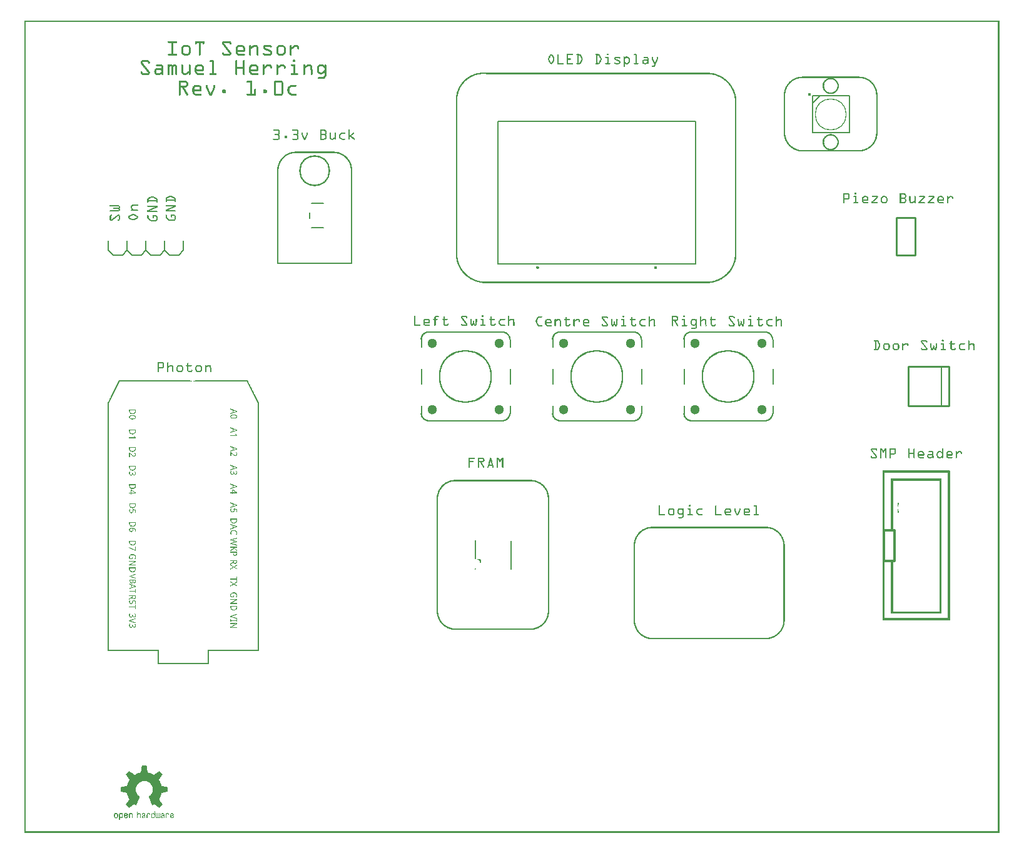
<source format=gto>
G04 MADE WITH FRITZING*
G04 WWW.FRITZING.ORG*
G04 DOUBLE SIDED*
G04 HOLES PLATED*
G04 CONTOUR ON CENTER OF CONTOUR VECTOR*
%ASAXBY*%
%FSLAX23Y23*%
%MOIN*%
%OFA0B0*%
%SFA1.0B1.0*%
%ADD10C,0.165480X0.14948*%
%ADD11C,0.283590X0.26759*%
%ADD12C,0.051181X-0.0039371*%
%ADD13C,0.016134X0.00613386*%
%ADD14C,0.170354X0.160354*%
%ADD15R,0.067500X0.177708X0.042500X0.152708*%
%ADD16C,0.012500*%
%ADD17C,0.008000*%
%ADD18C,0.010000*%
%ADD19C,0.005000*%
%ADD20R,0.001000X0.001000*%
%LNSILK1*%
G90*
G70*
G54D10*
X1547Y3531D03*
G54D11*
X3751Y2433D03*
G54D12*
X3574Y2610D03*
X3929Y2610D03*
X3929Y2256D03*
X3574Y2256D03*
G54D11*
X3051Y2433D03*
G54D12*
X2874Y2610D03*
X3229Y2610D03*
X3229Y2256D03*
X2874Y2256D03*
G54D11*
X2351Y2433D03*
G54D12*
X2174Y2610D03*
X2529Y2610D03*
X2529Y2256D03*
X2174Y2256D03*
G54D13*
X4182Y3937D03*
G54D14*
X4297Y3831D03*
G54D16*
X4580Y1614D02*
X4635Y1614D01*
X4635Y1449D01*
X4580Y1449D01*
X4580Y1614D01*
D02*
G54D17*
X447Y3156D02*
X447Y3106D01*
D02*
X447Y3106D02*
X472Y3081D01*
D02*
X472Y3081D02*
X522Y3081D01*
D02*
X522Y3081D02*
X547Y3106D01*
D02*
X547Y3106D02*
X547Y3156D01*
D02*
X547Y3156D02*
X547Y3106D01*
D02*
X547Y3106D02*
X572Y3081D01*
D02*
X572Y3081D02*
X622Y3081D01*
D02*
X622Y3081D02*
X647Y3106D01*
D02*
X647Y3106D02*
X647Y3156D01*
D02*
X647Y3156D02*
X647Y3106D01*
D02*
X647Y3106D02*
X672Y3081D01*
D02*
X672Y3081D02*
X722Y3081D01*
D02*
X722Y3081D02*
X747Y3106D01*
D02*
X747Y3106D02*
X747Y3156D01*
D02*
X747Y3156D02*
X747Y3106D01*
D02*
X747Y3106D02*
X772Y3081D01*
D02*
X772Y3081D02*
X822Y3081D01*
D02*
X822Y3081D02*
X847Y3106D01*
D02*
X847Y3106D02*
X847Y3156D01*
D02*
X1531Y3226D02*
X1594Y3226D01*
D02*
X1531Y3356D02*
X1594Y3356D01*
D02*
X1521Y3276D02*
X1521Y3307D01*
G54D18*
D02*
X4709Y2486D02*
X4709Y2276D01*
D02*
X4709Y2276D02*
X4925Y2276D01*
D02*
X4925Y2276D02*
X4925Y2486D01*
D02*
X4925Y2486D02*
X4709Y2486D01*
G54D19*
D02*
X4885Y2276D02*
X4885Y2486D01*
G54D17*
D02*
X3515Y2590D02*
X3515Y2630D01*
D02*
X3554Y2669D02*
X3948Y2669D01*
D02*
X3988Y2630D02*
X3988Y2590D01*
D02*
X3988Y2472D02*
X3988Y2393D01*
D02*
X3988Y2275D02*
X3988Y2236D01*
D02*
X3948Y2197D02*
X3554Y2197D01*
D02*
X3515Y2236D02*
X3515Y2275D01*
D02*
X3515Y2393D02*
X3515Y2472D01*
D02*
X2815Y2590D02*
X2815Y2630D01*
D02*
X2854Y2669D02*
X3248Y2669D01*
D02*
X3288Y2630D02*
X3288Y2590D01*
D02*
X3288Y2472D02*
X3288Y2393D01*
D02*
X3288Y2275D02*
X3288Y2236D01*
D02*
X3248Y2197D02*
X2854Y2197D01*
D02*
X2815Y2236D02*
X2815Y2275D01*
D02*
X2815Y2393D02*
X2815Y2472D01*
D02*
X2115Y2590D02*
X2115Y2630D01*
D02*
X2154Y2669D02*
X2548Y2669D01*
D02*
X2588Y2630D02*
X2588Y2590D01*
D02*
X2588Y2472D02*
X2588Y2393D01*
D02*
X2588Y2275D02*
X2588Y2236D01*
D02*
X2548Y2197D02*
X2154Y2197D01*
D02*
X2115Y2236D02*
X2115Y2275D01*
D02*
X2115Y2393D02*
X2115Y2472D01*
G54D19*
D02*
X4396Y3733D02*
X4199Y3733D01*
D02*
X4199Y3733D02*
X4199Y3890D01*
D02*
X4199Y3890D02*
X4199Y3930D01*
D02*
X4199Y3930D02*
X4238Y3930D01*
D02*
X4238Y3930D02*
X4396Y3930D01*
D02*
X4396Y3930D02*
X4396Y3733D01*
D02*
X4238Y3930D02*
X4199Y3890D01*
G54D18*
D02*
X4647Y3281D02*
X4647Y3081D01*
D02*
X4647Y3081D02*
X4747Y3081D01*
D02*
X4747Y3081D02*
X4747Y3281D01*
D02*
X4747Y3281D02*
X4647Y3281D01*
G54D19*
D02*
X2524Y3792D02*
X3575Y3792D01*
D02*
X3575Y3792D02*
X3575Y3034D01*
D02*
X3575Y3034D02*
X2524Y3034D01*
D02*
X2524Y3034D02*
X2524Y3792D01*
G54D17*
D02*
X2592Y1556D02*
X2592Y1406D01*
G54D20*
X0Y4331D02*
X5195Y4331D01*
X0Y4330D02*
X5195Y4330D01*
X0Y4329D02*
X5195Y4329D01*
X0Y4328D02*
X5195Y4328D01*
X0Y4327D02*
X5195Y4327D01*
X0Y4326D02*
X5195Y4326D01*
X0Y4325D02*
X5195Y4325D01*
X0Y4324D02*
X5195Y4324D01*
X0Y4323D02*
X7Y4323D01*
X5188Y4323D02*
X5195Y4323D01*
X0Y4322D02*
X7Y4322D01*
X5188Y4322D02*
X5195Y4322D01*
X0Y4321D02*
X7Y4321D01*
X5188Y4321D02*
X5195Y4321D01*
X0Y4320D02*
X7Y4320D01*
X5188Y4320D02*
X5195Y4320D01*
X0Y4319D02*
X7Y4319D01*
X5188Y4319D02*
X5195Y4319D01*
X0Y4318D02*
X7Y4318D01*
X5188Y4318D02*
X5195Y4318D01*
X0Y4317D02*
X7Y4317D01*
X5188Y4317D02*
X5195Y4317D01*
X0Y4316D02*
X7Y4316D01*
X5188Y4316D02*
X5195Y4316D01*
X0Y4315D02*
X7Y4315D01*
X5188Y4315D02*
X5195Y4315D01*
X0Y4314D02*
X7Y4314D01*
X5188Y4314D02*
X5195Y4314D01*
X0Y4313D02*
X7Y4313D01*
X5188Y4313D02*
X5195Y4313D01*
X0Y4312D02*
X7Y4312D01*
X5188Y4312D02*
X5195Y4312D01*
X0Y4311D02*
X7Y4311D01*
X5188Y4311D02*
X5195Y4311D01*
X0Y4310D02*
X7Y4310D01*
X5188Y4310D02*
X5195Y4310D01*
X0Y4309D02*
X7Y4309D01*
X5188Y4309D02*
X5195Y4309D01*
X0Y4308D02*
X7Y4308D01*
X5188Y4308D02*
X5195Y4308D01*
X0Y4307D02*
X7Y4307D01*
X5188Y4307D02*
X5195Y4307D01*
X0Y4306D02*
X7Y4306D01*
X5188Y4306D02*
X5195Y4306D01*
X0Y4305D02*
X7Y4305D01*
X5188Y4305D02*
X5195Y4305D01*
X0Y4304D02*
X7Y4304D01*
X5188Y4304D02*
X5195Y4304D01*
X0Y4303D02*
X7Y4303D01*
X5188Y4303D02*
X5195Y4303D01*
X0Y4302D02*
X7Y4302D01*
X5188Y4302D02*
X5195Y4302D01*
X0Y4301D02*
X7Y4301D01*
X5188Y4301D02*
X5195Y4301D01*
X0Y4300D02*
X7Y4300D01*
X5188Y4300D02*
X5195Y4300D01*
X0Y4299D02*
X7Y4299D01*
X5188Y4299D02*
X5195Y4299D01*
X0Y4298D02*
X7Y4298D01*
X5188Y4298D02*
X5195Y4298D01*
X0Y4297D02*
X7Y4297D01*
X5188Y4297D02*
X5195Y4297D01*
X0Y4296D02*
X7Y4296D01*
X5188Y4296D02*
X5195Y4296D01*
X0Y4295D02*
X7Y4295D01*
X5188Y4295D02*
X5195Y4295D01*
X0Y4294D02*
X7Y4294D01*
X5188Y4294D02*
X5195Y4294D01*
X0Y4293D02*
X7Y4293D01*
X5188Y4293D02*
X5195Y4293D01*
X0Y4292D02*
X7Y4292D01*
X5188Y4292D02*
X5195Y4292D01*
X0Y4291D02*
X7Y4291D01*
X5188Y4291D02*
X5195Y4291D01*
X0Y4290D02*
X7Y4290D01*
X5188Y4290D02*
X5195Y4290D01*
X0Y4289D02*
X7Y4289D01*
X5188Y4289D02*
X5195Y4289D01*
X0Y4288D02*
X7Y4288D01*
X5188Y4288D02*
X5195Y4288D01*
X0Y4287D02*
X7Y4287D01*
X5188Y4287D02*
X5195Y4287D01*
X0Y4286D02*
X7Y4286D01*
X5188Y4286D02*
X5195Y4286D01*
X0Y4285D02*
X7Y4285D01*
X5188Y4285D02*
X5195Y4285D01*
X0Y4284D02*
X7Y4284D01*
X5188Y4284D02*
X5195Y4284D01*
X0Y4283D02*
X7Y4283D01*
X5188Y4283D02*
X5195Y4283D01*
X0Y4282D02*
X7Y4282D01*
X5188Y4282D02*
X5195Y4282D01*
X0Y4281D02*
X7Y4281D01*
X5188Y4281D02*
X5195Y4281D01*
X0Y4280D02*
X7Y4280D01*
X5188Y4280D02*
X5195Y4280D01*
X0Y4279D02*
X7Y4279D01*
X5188Y4279D02*
X5195Y4279D01*
X0Y4278D02*
X7Y4278D01*
X5188Y4278D02*
X5195Y4278D01*
X0Y4277D02*
X7Y4277D01*
X5188Y4277D02*
X5195Y4277D01*
X0Y4276D02*
X7Y4276D01*
X5188Y4276D02*
X5195Y4276D01*
X0Y4275D02*
X7Y4275D01*
X5188Y4275D02*
X5195Y4275D01*
X0Y4274D02*
X7Y4274D01*
X5188Y4274D02*
X5195Y4274D01*
X0Y4273D02*
X7Y4273D01*
X5188Y4273D02*
X5195Y4273D01*
X0Y4272D02*
X7Y4272D01*
X5188Y4272D02*
X5195Y4272D01*
X0Y4271D02*
X7Y4271D01*
X5188Y4271D02*
X5195Y4271D01*
X0Y4270D02*
X7Y4270D01*
X5188Y4270D02*
X5195Y4270D01*
X0Y4269D02*
X7Y4269D01*
X5188Y4269D02*
X5195Y4269D01*
X0Y4268D02*
X7Y4268D01*
X5188Y4268D02*
X5195Y4268D01*
X0Y4267D02*
X7Y4267D01*
X5188Y4267D02*
X5195Y4267D01*
X0Y4266D02*
X7Y4266D01*
X5188Y4266D02*
X5195Y4266D01*
X0Y4265D02*
X7Y4265D01*
X5188Y4265D02*
X5195Y4265D01*
X0Y4264D02*
X7Y4264D01*
X5188Y4264D02*
X5195Y4264D01*
X0Y4263D02*
X7Y4263D01*
X5188Y4263D02*
X5195Y4263D01*
X0Y4262D02*
X7Y4262D01*
X5188Y4262D02*
X5195Y4262D01*
X0Y4261D02*
X7Y4261D01*
X5188Y4261D02*
X5195Y4261D01*
X0Y4260D02*
X7Y4260D01*
X5188Y4260D02*
X5195Y4260D01*
X0Y4259D02*
X7Y4259D01*
X5188Y4259D02*
X5195Y4259D01*
X0Y4258D02*
X7Y4258D01*
X5188Y4258D02*
X5195Y4258D01*
X0Y4257D02*
X7Y4257D01*
X5188Y4257D02*
X5195Y4257D01*
X0Y4256D02*
X7Y4256D01*
X5188Y4256D02*
X5195Y4256D01*
X0Y4255D02*
X7Y4255D01*
X5188Y4255D02*
X5195Y4255D01*
X0Y4254D02*
X7Y4254D01*
X5188Y4254D02*
X5195Y4254D01*
X0Y4253D02*
X7Y4253D01*
X5188Y4253D02*
X5195Y4253D01*
X0Y4252D02*
X7Y4252D01*
X5188Y4252D02*
X5195Y4252D01*
X0Y4251D02*
X7Y4251D01*
X5188Y4251D02*
X5195Y4251D01*
X0Y4250D02*
X7Y4250D01*
X5188Y4250D02*
X5195Y4250D01*
X0Y4249D02*
X7Y4249D01*
X5188Y4249D02*
X5195Y4249D01*
X0Y4248D02*
X7Y4248D01*
X5188Y4248D02*
X5195Y4248D01*
X0Y4247D02*
X7Y4247D01*
X5188Y4247D02*
X5195Y4247D01*
X0Y4246D02*
X7Y4246D01*
X5188Y4246D02*
X5195Y4246D01*
X0Y4245D02*
X7Y4245D01*
X5188Y4245D02*
X5195Y4245D01*
X0Y4244D02*
X7Y4244D01*
X5188Y4244D02*
X5195Y4244D01*
X0Y4243D02*
X7Y4243D01*
X5188Y4243D02*
X5195Y4243D01*
X0Y4242D02*
X7Y4242D01*
X5188Y4242D02*
X5195Y4242D01*
X0Y4241D02*
X7Y4241D01*
X5188Y4241D02*
X5195Y4241D01*
X0Y4240D02*
X7Y4240D01*
X5188Y4240D02*
X5195Y4240D01*
X0Y4239D02*
X7Y4239D01*
X5188Y4239D02*
X5195Y4239D01*
X0Y4238D02*
X7Y4238D01*
X5188Y4238D02*
X5195Y4238D01*
X0Y4237D02*
X7Y4237D01*
X5188Y4237D02*
X5195Y4237D01*
X0Y4236D02*
X7Y4236D01*
X5188Y4236D02*
X5195Y4236D01*
X0Y4235D02*
X7Y4235D01*
X5188Y4235D02*
X5195Y4235D01*
X0Y4234D02*
X7Y4234D01*
X5188Y4234D02*
X5195Y4234D01*
X0Y4233D02*
X7Y4233D01*
X5188Y4233D02*
X5195Y4233D01*
X0Y4232D02*
X7Y4232D01*
X5188Y4232D02*
X5195Y4232D01*
X0Y4231D02*
X7Y4231D01*
X5188Y4231D02*
X5195Y4231D01*
X0Y4230D02*
X7Y4230D01*
X5188Y4230D02*
X5195Y4230D01*
X0Y4229D02*
X7Y4229D01*
X5188Y4229D02*
X5195Y4229D01*
X0Y4228D02*
X7Y4228D01*
X5188Y4228D02*
X5195Y4228D01*
X0Y4227D02*
X7Y4227D01*
X5188Y4227D02*
X5195Y4227D01*
X0Y4226D02*
X7Y4226D01*
X5188Y4226D02*
X5195Y4226D01*
X0Y4225D02*
X7Y4225D01*
X5188Y4225D02*
X5195Y4225D01*
X0Y4224D02*
X7Y4224D01*
X5188Y4224D02*
X5195Y4224D01*
X0Y4223D02*
X7Y4223D01*
X5188Y4223D02*
X5195Y4223D01*
X0Y4222D02*
X7Y4222D01*
X5188Y4222D02*
X5195Y4222D01*
X0Y4221D02*
X7Y4221D01*
X769Y4221D02*
X809Y4221D01*
X909Y4221D02*
X958Y4221D01*
X1063Y4221D02*
X1091Y4221D01*
X5188Y4221D02*
X5195Y4221D01*
X0Y4220D02*
X7Y4220D01*
X767Y4220D02*
X812Y4220D01*
X909Y4220D02*
X958Y4220D01*
X1060Y4220D02*
X1095Y4220D01*
X5188Y4220D02*
X5195Y4220D01*
X0Y4219D02*
X7Y4219D01*
X766Y4219D02*
X812Y4219D01*
X909Y4219D02*
X958Y4219D01*
X1059Y4219D02*
X1096Y4219D01*
X5188Y4219D02*
X5195Y4219D01*
X0Y4218D02*
X7Y4218D01*
X765Y4218D02*
X813Y4218D01*
X909Y4218D02*
X958Y4218D01*
X1057Y4218D02*
X1098Y4218D01*
X5188Y4218D02*
X5195Y4218D01*
X0Y4217D02*
X7Y4217D01*
X765Y4217D02*
X813Y4217D01*
X909Y4217D02*
X958Y4217D01*
X1056Y4217D02*
X1099Y4217D01*
X5188Y4217D02*
X5195Y4217D01*
X0Y4216D02*
X7Y4216D01*
X765Y4216D02*
X813Y4216D01*
X909Y4216D02*
X958Y4216D01*
X1056Y4216D02*
X1100Y4216D01*
X5188Y4216D02*
X5195Y4216D01*
X0Y4215D02*
X7Y4215D01*
X765Y4215D02*
X813Y4215D01*
X909Y4215D02*
X958Y4215D01*
X1055Y4215D02*
X1100Y4215D01*
X5188Y4215D02*
X5195Y4215D01*
X0Y4214D02*
X7Y4214D01*
X765Y4214D02*
X813Y4214D01*
X909Y4214D02*
X958Y4214D01*
X1055Y4214D02*
X1101Y4214D01*
X5188Y4214D02*
X5195Y4214D01*
X0Y4213D02*
X7Y4213D01*
X766Y4213D02*
X812Y4213D01*
X909Y4213D02*
X958Y4213D01*
X1054Y4213D02*
X1101Y4213D01*
X5188Y4213D02*
X5195Y4213D01*
X0Y4212D02*
X7Y4212D01*
X767Y4212D02*
X811Y4212D01*
X909Y4212D02*
X958Y4212D01*
X1054Y4212D02*
X1102Y4212D01*
X5188Y4212D02*
X5195Y4212D01*
X0Y4211D02*
X7Y4211D01*
X784Y4211D02*
X794Y4211D01*
X909Y4211D02*
X919Y4211D01*
X929Y4211D02*
X938Y4211D01*
X949Y4211D02*
X958Y4211D01*
X1054Y4211D02*
X1064Y4211D01*
X1090Y4211D02*
X1102Y4211D01*
X5188Y4211D02*
X5195Y4211D01*
X0Y4210D02*
X7Y4210D01*
X784Y4210D02*
X794Y4210D01*
X909Y4210D02*
X918Y4210D01*
X929Y4210D02*
X938Y4210D01*
X949Y4210D02*
X958Y4210D01*
X1054Y4210D02*
X1063Y4210D01*
X1092Y4210D02*
X1102Y4210D01*
X5188Y4210D02*
X5195Y4210D01*
X0Y4209D02*
X7Y4209D01*
X784Y4209D02*
X794Y4209D01*
X909Y4209D02*
X918Y4209D01*
X929Y4209D02*
X938Y4209D01*
X949Y4209D02*
X958Y4209D01*
X1054Y4209D02*
X1063Y4209D01*
X1093Y4209D02*
X1102Y4209D01*
X5188Y4209D02*
X5195Y4209D01*
X0Y4208D02*
X7Y4208D01*
X784Y4208D02*
X794Y4208D01*
X909Y4208D02*
X918Y4208D01*
X929Y4208D02*
X938Y4208D01*
X949Y4208D02*
X958Y4208D01*
X1054Y4208D02*
X1064Y4208D01*
X1093Y4208D02*
X1103Y4208D01*
X5188Y4208D02*
X5195Y4208D01*
X0Y4207D02*
X7Y4207D01*
X784Y4207D02*
X794Y4207D01*
X909Y4207D02*
X918Y4207D01*
X929Y4207D02*
X938Y4207D01*
X949Y4207D02*
X958Y4207D01*
X1054Y4207D02*
X1065Y4207D01*
X1094Y4207D02*
X1102Y4207D01*
X5188Y4207D02*
X5195Y4207D01*
X0Y4206D02*
X7Y4206D01*
X784Y4206D02*
X794Y4206D01*
X910Y4206D02*
X918Y4206D01*
X929Y4206D02*
X938Y4206D01*
X949Y4206D02*
X958Y4206D01*
X1054Y4206D02*
X1066Y4206D01*
X1094Y4206D02*
X1102Y4206D01*
X5188Y4206D02*
X5195Y4206D01*
X0Y4205D02*
X7Y4205D01*
X784Y4205D02*
X794Y4205D01*
X910Y4205D02*
X917Y4205D01*
X929Y4205D02*
X938Y4205D01*
X950Y4205D02*
X957Y4205D01*
X1055Y4205D02*
X1066Y4205D01*
X1094Y4205D02*
X1102Y4205D01*
X5188Y4205D02*
X5195Y4205D01*
X0Y4204D02*
X7Y4204D01*
X784Y4204D02*
X794Y4204D01*
X911Y4204D02*
X917Y4204D01*
X929Y4204D02*
X938Y4204D01*
X951Y4204D02*
X956Y4204D01*
X1055Y4204D02*
X1067Y4204D01*
X1095Y4204D02*
X1101Y4204D01*
X5188Y4204D02*
X5195Y4204D01*
X0Y4203D02*
X7Y4203D01*
X784Y4203D02*
X794Y4203D01*
X912Y4203D02*
X915Y4203D01*
X929Y4203D02*
X938Y4203D01*
X952Y4203D02*
X955Y4203D01*
X1056Y4203D02*
X1068Y4203D01*
X1097Y4203D02*
X1099Y4203D01*
X5188Y4203D02*
X5195Y4203D01*
X0Y4202D02*
X7Y4202D01*
X784Y4202D02*
X794Y4202D01*
X929Y4202D02*
X938Y4202D01*
X1057Y4202D02*
X1069Y4202D01*
X5188Y4202D02*
X5195Y4202D01*
X0Y4201D02*
X7Y4201D01*
X784Y4201D02*
X794Y4201D01*
X929Y4201D02*
X938Y4201D01*
X1058Y4201D02*
X1069Y4201D01*
X5188Y4201D02*
X5195Y4201D01*
X0Y4200D02*
X7Y4200D01*
X784Y4200D02*
X794Y4200D01*
X856Y4200D02*
X867Y4200D01*
X929Y4200D02*
X938Y4200D01*
X1058Y4200D02*
X1070Y4200D01*
X1145Y4200D02*
X1156Y4200D01*
X1226Y4200D02*
X1231Y4200D01*
X1285Y4200D02*
X1305Y4200D01*
X1362Y4200D02*
X1373Y4200D01*
X1440Y4200D02*
X1449Y4200D01*
X5188Y4200D02*
X5195Y4200D01*
X0Y4199D02*
X7Y4199D01*
X784Y4199D02*
X794Y4199D01*
X850Y4199D02*
X872Y4199D01*
X929Y4199D02*
X938Y4199D01*
X1059Y4199D02*
X1071Y4199D01*
X1139Y4199D02*
X1162Y4199D01*
X1201Y4199D02*
X1205Y4199D01*
X1221Y4199D02*
X1236Y4199D01*
X1280Y4199D02*
X1310Y4199D01*
X1356Y4199D02*
X1378Y4199D01*
X1417Y4199D02*
X1422Y4199D01*
X1437Y4199D02*
X1454Y4199D01*
X5188Y4199D02*
X5195Y4199D01*
X0Y4198D02*
X7Y4198D01*
X784Y4198D02*
X794Y4198D01*
X848Y4198D02*
X874Y4198D01*
X929Y4198D02*
X938Y4198D01*
X1060Y4198D02*
X1072Y4198D01*
X1137Y4198D02*
X1164Y4198D01*
X1200Y4198D02*
X1206Y4198D01*
X1219Y4198D02*
X1238Y4198D01*
X1278Y4198D02*
X1313Y4198D01*
X1354Y4198D02*
X1380Y4198D01*
X1416Y4198D02*
X1423Y4198D01*
X1436Y4198D02*
X1456Y4198D01*
X5188Y4198D02*
X5195Y4198D01*
X0Y4197D02*
X7Y4197D01*
X784Y4197D02*
X794Y4197D01*
X847Y4197D02*
X876Y4197D01*
X929Y4197D02*
X938Y4197D01*
X1061Y4197D02*
X1073Y4197D01*
X1136Y4197D02*
X1165Y4197D01*
X1199Y4197D02*
X1207Y4197D01*
X1217Y4197D02*
X1240Y4197D01*
X1277Y4197D02*
X1314Y4197D01*
X1353Y4197D02*
X1382Y4197D01*
X1416Y4197D02*
X1424Y4197D01*
X1435Y4197D02*
X1458Y4197D01*
X5188Y4197D02*
X5195Y4197D01*
X0Y4196D02*
X7Y4196D01*
X784Y4196D02*
X794Y4196D01*
X845Y4196D02*
X877Y4196D01*
X929Y4196D02*
X938Y4196D01*
X1061Y4196D02*
X1073Y4196D01*
X1135Y4196D02*
X1166Y4196D01*
X1199Y4196D02*
X1207Y4196D01*
X1216Y4196D02*
X1241Y4196D01*
X1275Y4196D02*
X1315Y4196D01*
X1351Y4196D02*
X1383Y4196D01*
X1415Y4196D02*
X1424Y4196D01*
X1433Y4196D02*
X1459Y4196D01*
X5188Y4196D02*
X5195Y4196D01*
X0Y4195D02*
X7Y4195D01*
X784Y4195D02*
X794Y4195D01*
X844Y4195D02*
X878Y4195D01*
X929Y4195D02*
X938Y4195D01*
X1062Y4195D02*
X1074Y4195D01*
X1133Y4195D02*
X1168Y4195D01*
X1198Y4195D02*
X1207Y4195D01*
X1214Y4195D02*
X1242Y4195D01*
X1275Y4195D02*
X1316Y4195D01*
X1350Y4195D02*
X1384Y4195D01*
X1415Y4195D02*
X1424Y4195D01*
X1432Y4195D02*
X1460Y4195D01*
X5188Y4195D02*
X5195Y4195D01*
X0Y4194D02*
X7Y4194D01*
X784Y4194D02*
X794Y4194D01*
X843Y4194D02*
X880Y4194D01*
X929Y4194D02*
X938Y4194D01*
X1063Y4194D02*
X1075Y4194D01*
X1132Y4194D02*
X1169Y4194D01*
X1198Y4194D02*
X1207Y4194D01*
X1212Y4194D02*
X1243Y4194D01*
X1274Y4194D02*
X1317Y4194D01*
X1349Y4194D02*
X1386Y4194D01*
X1415Y4194D02*
X1424Y4194D01*
X1431Y4194D02*
X1461Y4194D01*
X5188Y4194D02*
X5195Y4194D01*
X0Y4193D02*
X7Y4193D01*
X784Y4193D02*
X794Y4193D01*
X842Y4193D02*
X881Y4193D01*
X929Y4193D02*
X938Y4193D01*
X1064Y4193D02*
X1076Y4193D01*
X1131Y4193D02*
X1170Y4193D01*
X1198Y4193D02*
X1207Y4193D01*
X1211Y4193D02*
X1244Y4193D01*
X1273Y4193D02*
X1318Y4193D01*
X1348Y4193D02*
X1387Y4193D01*
X1415Y4193D02*
X1424Y4193D01*
X1430Y4193D02*
X1462Y4193D01*
X5188Y4193D02*
X5195Y4193D01*
X0Y4192D02*
X7Y4192D01*
X784Y4192D02*
X794Y4192D01*
X841Y4192D02*
X882Y4192D01*
X929Y4192D02*
X938Y4192D01*
X1064Y4192D02*
X1076Y4192D01*
X1130Y4192D02*
X1171Y4192D01*
X1198Y4192D02*
X1244Y4192D01*
X1273Y4192D02*
X1318Y4192D01*
X1347Y4192D02*
X1388Y4192D01*
X1415Y4192D02*
X1424Y4192D01*
X1429Y4192D02*
X1462Y4192D01*
X5188Y4192D02*
X5195Y4192D01*
X0Y4191D02*
X7Y4191D01*
X784Y4191D02*
X794Y4191D01*
X840Y4191D02*
X883Y4191D01*
X929Y4191D02*
X938Y4191D01*
X1065Y4191D02*
X1077Y4191D01*
X1129Y4191D02*
X1172Y4191D01*
X1198Y4191D02*
X1245Y4191D01*
X1272Y4191D02*
X1318Y4191D01*
X1346Y4191D02*
X1389Y4191D01*
X1415Y4191D02*
X1424Y4191D01*
X1428Y4191D02*
X1463Y4191D01*
X5188Y4191D02*
X5195Y4191D01*
X0Y4190D02*
X7Y4190D01*
X784Y4190D02*
X794Y4190D01*
X840Y4190D02*
X883Y4190D01*
X929Y4190D02*
X938Y4190D01*
X1066Y4190D02*
X1078Y4190D01*
X1129Y4190D02*
X1172Y4190D01*
X1198Y4190D02*
X1245Y4190D01*
X1272Y4190D02*
X1318Y4190D01*
X1346Y4190D02*
X1389Y4190D01*
X1415Y4190D02*
X1424Y4190D01*
X1427Y4190D02*
X1463Y4190D01*
X5188Y4190D02*
X5195Y4190D01*
X0Y4189D02*
X7Y4189D01*
X784Y4189D02*
X794Y4189D01*
X839Y4189D02*
X852Y4189D01*
X871Y4189D02*
X884Y4189D01*
X929Y4189D02*
X938Y4189D01*
X1067Y4189D02*
X1079Y4189D01*
X1128Y4189D02*
X1141Y4189D01*
X1160Y4189D02*
X1173Y4189D01*
X1198Y4189D02*
X1222Y4189D01*
X1235Y4189D02*
X1245Y4189D01*
X1272Y4189D02*
X1282Y4189D01*
X1309Y4189D02*
X1318Y4189D01*
X1345Y4189D02*
X1358Y4189D01*
X1377Y4189D02*
X1390Y4189D01*
X1415Y4189D02*
X1440Y4189D01*
X1453Y4189D02*
X1463Y4189D01*
X5188Y4189D02*
X5195Y4189D01*
X0Y4188D02*
X7Y4188D01*
X784Y4188D02*
X794Y4188D01*
X838Y4188D02*
X850Y4188D01*
X873Y4188D02*
X884Y4188D01*
X929Y4188D02*
X938Y4188D01*
X1068Y4188D02*
X1080Y4188D01*
X1128Y4188D02*
X1140Y4188D01*
X1162Y4188D02*
X1174Y4188D01*
X1198Y4188D02*
X1221Y4188D01*
X1236Y4188D02*
X1246Y4188D01*
X1272Y4188D02*
X1281Y4188D01*
X1310Y4188D02*
X1317Y4188D01*
X1344Y4188D02*
X1356Y4188D01*
X1379Y4188D02*
X1390Y4188D01*
X1415Y4188D02*
X1439Y4188D01*
X1454Y4188D02*
X1464Y4188D01*
X5188Y4188D02*
X5195Y4188D01*
X0Y4187D02*
X7Y4187D01*
X784Y4187D02*
X794Y4187D01*
X838Y4187D02*
X849Y4187D01*
X874Y4187D02*
X885Y4187D01*
X929Y4187D02*
X938Y4187D01*
X1068Y4187D02*
X1080Y4187D01*
X1127Y4187D02*
X1138Y4187D01*
X1163Y4187D02*
X1174Y4187D01*
X1198Y4187D02*
X1219Y4187D01*
X1236Y4187D02*
X1246Y4187D01*
X1272Y4187D02*
X1281Y4187D01*
X1311Y4187D02*
X1317Y4187D01*
X1344Y4187D02*
X1355Y4187D01*
X1380Y4187D02*
X1391Y4187D01*
X1415Y4187D02*
X1438Y4187D01*
X1454Y4187D02*
X1464Y4187D01*
X5188Y4187D02*
X5195Y4187D01*
X0Y4186D02*
X7Y4186D01*
X784Y4186D02*
X794Y4186D01*
X838Y4186D02*
X848Y4186D01*
X875Y4186D02*
X885Y4186D01*
X929Y4186D02*
X938Y4186D01*
X1069Y4186D02*
X1081Y4186D01*
X1127Y4186D02*
X1137Y4186D01*
X1164Y4186D02*
X1174Y4186D01*
X1198Y4186D02*
X1218Y4186D01*
X1237Y4186D02*
X1246Y4186D01*
X1272Y4186D02*
X1281Y4186D01*
X1313Y4186D02*
X1315Y4186D01*
X1344Y4186D02*
X1354Y4186D01*
X1381Y4186D02*
X1391Y4186D01*
X1415Y4186D02*
X1436Y4186D01*
X1455Y4186D02*
X1464Y4186D01*
X5188Y4186D02*
X5195Y4186D01*
X0Y4185D02*
X7Y4185D01*
X784Y4185D02*
X794Y4185D01*
X837Y4185D02*
X847Y4185D01*
X876Y4185D02*
X885Y4185D01*
X929Y4185D02*
X938Y4185D01*
X1070Y4185D02*
X1082Y4185D01*
X1126Y4185D02*
X1136Y4185D01*
X1165Y4185D02*
X1175Y4185D01*
X1198Y4185D02*
X1216Y4185D01*
X1237Y4185D02*
X1246Y4185D01*
X1272Y4185D02*
X1282Y4185D01*
X1343Y4185D02*
X1353Y4185D01*
X1382Y4185D02*
X1391Y4185D01*
X1415Y4185D02*
X1435Y4185D01*
X1455Y4185D02*
X1464Y4185D01*
X5188Y4185D02*
X5195Y4185D01*
X0Y4184D02*
X7Y4184D01*
X784Y4184D02*
X794Y4184D01*
X837Y4184D02*
X847Y4184D01*
X876Y4184D02*
X886Y4184D01*
X929Y4184D02*
X938Y4184D01*
X1071Y4184D02*
X1083Y4184D01*
X1126Y4184D02*
X1136Y4184D01*
X1165Y4184D02*
X1175Y4184D01*
X1198Y4184D02*
X1215Y4184D01*
X1237Y4184D02*
X1246Y4184D01*
X1272Y4184D02*
X1284Y4184D01*
X1343Y4184D02*
X1353Y4184D01*
X1382Y4184D02*
X1392Y4184D01*
X1415Y4184D02*
X1434Y4184D01*
X1455Y4184D02*
X1464Y4184D01*
X5188Y4184D02*
X5195Y4184D01*
X0Y4183D02*
X7Y4183D01*
X784Y4183D02*
X794Y4183D01*
X837Y4183D02*
X846Y4183D01*
X876Y4183D02*
X886Y4183D01*
X929Y4183D02*
X938Y4183D01*
X1071Y4183D02*
X1083Y4183D01*
X1126Y4183D02*
X1135Y4183D01*
X1166Y4183D02*
X1175Y4183D01*
X1198Y4183D02*
X1213Y4183D01*
X1237Y4183D02*
X1246Y4183D01*
X1273Y4183D02*
X1286Y4183D01*
X1343Y4183D02*
X1352Y4183D01*
X1382Y4183D02*
X1392Y4183D01*
X1415Y4183D02*
X1433Y4183D01*
X1455Y4183D02*
X1464Y4183D01*
X5188Y4183D02*
X5195Y4183D01*
X0Y4182D02*
X7Y4182D01*
X784Y4182D02*
X794Y4182D01*
X837Y4182D02*
X846Y4182D01*
X877Y4182D02*
X886Y4182D01*
X929Y4182D02*
X938Y4182D01*
X1072Y4182D02*
X1084Y4182D01*
X1126Y4182D02*
X1135Y4182D01*
X1166Y4182D02*
X1175Y4182D01*
X1198Y4182D02*
X1212Y4182D01*
X1237Y4182D02*
X1246Y4182D01*
X1273Y4182D02*
X1289Y4182D01*
X1343Y4182D02*
X1352Y4182D01*
X1383Y4182D02*
X1392Y4182D01*
X1415Y4182D02*
X1432Y4182D01*
X1455Y4182D02*
X1464Y4182D01*
X5188Y4182D02*
X5195Y4182D01*
X0Y4181D02*
X7Y4181D01*
X784Y4181D02*
X794Y4181D01*
X837Y4181D02*
X846Y4181D01*
X877Y4181D02*
X886Y4181D01*
X929Y4181D02*
X938Y4181D01*
X1073Y4181D02*
X1085Y4181D01*
X1126Y4181D02*
X1135Y4181D01*
X1166Y4181D02*
X1175Y4181D01*
X1198Y4181D02*
X1210Y4181D01*
X1237Y4181D02*
X1246Y4181D01*
X1274Y4181D02*
X1291Y4181D01*
X1343Y4181D02*
X1352Y4181D01*
X1383Y4181D02*
X1392Y4181D01*
X1415Y4181D02*
X1431Y4181D01*
X1455Y4181D02*
X1464Y4181D01*
X5188Y4181D02*
X5195Y4181D01*
X0Y4180D02*
X7Y4180D01*
X784Y4180D02*
X794Y4180D01*
X837Y4180D02*
X846Y4180D01*
X877Y4180D02*
X886Y4180D01*
X929Y4180D02*
X938Y4180D01*
X1074Y4180D02*
X1086Y4180D01*
X1126Y4180D02*
X1135Y4180D01*
X1166Y4180D02*
X1175Y4180D01*
X1198Y4180D02*
X1208Y4180D01*
X1237Y4180D02*
X1246Y4180D01*
X1274Y4180D02*
X1293Y4180D01*
X1343Y4180D02*
X1352Y4180D01*
X1383Y4180D02*
X1392Y4180D01*
X1415Y4180D02*
X1429Y4180D01*
X1455Y4180D02*
X1463Y4180D01*
X5188Y4180D02*
X5195Y4180D01*
X0Y4179D02*
X7Y4179D01*
X784Y4179D02*
X794Y4179D01*
X837Y4179D02*
X846Y4179D01*
X877Y4179D02*
X886Y4179D01*
X929Y4179D02*
X938Y4179D01*
X1075Y4179D02*
X1087Y4179D01*
X1126Y4179D02*
X1135Y4179D01*
X1166Y4179D02*
X1175Y4179D01*
X1198Y4179D02*
X1207Y4179D01*
X1237Y4179D02*
X1246Y4179D01*
X1275Y4179D02*
X1295Y4179D01*
X1343Y4179D02*
X1352Y4179D01*
X1383Y4179D02*
X1392Y4179D01*
X1415Y4179D02*
X1428Y4179D01*
X1456Y4179D02*
X1463Y4179D01*
X5188Y4179D02*
X5195Y4179D01*
X0Y4178D02*
X7Y4178D01*
X784Y4178D02*
X794Y4178D01*
X837Y4178D02*
X846Y4178D01*
X877Y4178D02*
X886Y4178D01*
X929Y4178D02*
X938Y4178D01*
X1075Y4178D02*
X1087Y4178D01*
X1126Y4178D02*
X1135Y4178D01*
X1166Y4178D02*
X1175Y4178D01*
X1198Y4178D02*
X1207Y4178D01*
X1237Y4178D02*
X1246Y4178D01*
X1276Y4178D02*
X1298Y4178D01*
X1343Y4178D02*
X1352Y4178D01*
X1383Y4178D02*
X1392Y4178D01*
X1415Y4178D02*
X1427Y4178D01*
X1457Y4178D02*
X1462Y4178D01*
X5188Y4178D02*
X5195Y4178D01*
X0Y4177D02*
X7Y4177D01*
X784Y4177D02*
X794Y4177D01*
X837Y4177D02*
X846Y4177D01*
X877Y4177D02*
X886Y4177D01*
X929Y4177D02*
X938Y4177D01*
X1076Y4177D02*
X1088Y4177D01*
X1126Y4177D02*
X1135Y4177D01*
X1166Y4177D02*
X1175Y4177D01*
X1198Y4177D02*
X1207Y4177D01*
X1237Y4177D02*
X1246Y4177D01*
X1277Y4177D02*
X1300Y4177D01*
X1343Y4177D02*
X1352Y4177D01*
X1383Y4177D02*
X1392Y4177D01*
X1415Y4177D02*
X1426Y4177D01*
X5188Y4177D02*
X5195Y4177D01*
X0Y4176D02*
X7Y4176D01*
X784Y4176D02*
X794Y4176D01*
X837Y4176D02*
X846Y4176D01*
X877Y4176D02*
X886Y4176D01*
X929Y4176D02*
X938Y4176D01*
X1077Y4176D02*
X1089Y4176D01*
X1126Y4176D02*
X1135Y4176D01*
X1166Y4176D02*
X1175Y4176D01*
X1198Y4176D02*
X1207Y4176D01*
X1237Y4176D02*
X1246Y4176D01*
X1278Y4176D02*
X1302Y4176D01*
X1343Y4176D02*
X1352Y4176D01*
X1383Y4176D02*
X1392Y4176D01*
X1415Y4176D02*
X1425Y4176D01*
X5188Y4176D02*
X5195Y4176D01*
X0Y4175D02*
X7Y4175D01*
X784Y4175D02*
X794Y4175D01*
X837Y4175D02*
X846Y4175D01*
X877Y4175D02*
X886Y4175D01*
X929Y4175D02*
X938Y4175D01*
X1078Y4175D02*
X1090Y4175D01*
X1126Y4175D02*
X1135Y4175D01*
X1166Y4175D02*
X1175Y4175D01*
X1198Y4175D02*
X1207Y4175D01*
X1237Y4175D02*
X1246Y4175D01*
X1280Y4175D02*
X1305Y4175D01*
X1343Y4175D02*
X1352Y4175D01*
X1383Y4175D02*
X1392Y4175D01*
X1415Y4175D02*
X1424Y4175D01*
X5188Y4175D02*
X5195Y4175D01*
X0Y4174D02*
X7Y4174D01*
X784Y4174D02*
X794Y4174D01*
X837Y4174D02*
X846Y4174D01*
X877Y4174D02*
X886Y4174D01*
X929Y4174D02*
X938Y4174D01*
X1078Y4174D02*
X1090Y4174D01*
X1126Y4174D02*
X1175Y4174D01*
X1198Y4174D02*
X1207Y4174D01*
X1237Y4174D02*
X1246Y4174D01*
X1283Y4174D02*
X1307Y4174D01*
X1343Y4174D02*
X1352Y4174D01*
X1383Y4174D02*
X1392Y4174D01*
X1415Y4174D02*
X1424Y4174D01*
X5188Y4174D02*
X5195Y4174D01*
X0Y4173D02*
X7Y4173D01*
X784Y4173D02*
X794Y4173D01*
X837Y4173D02*
X846Y4173D01*
X877Y4173D02*
X886Y4173D01*
X929Y4173D02*
X938Y4173D01*
X1079Y4173D02*
X1091Y4173D01*
X1126Y4173D02*
X1175Y4173D01*
X1198Y4173D02*
X1207Y4173D01*
X1237Y4173D02*
X1246Y4173D01*
X1285Y4173D02*
X1309Y4173D01*
X1343Y4173D02*
X1352Y4173D01*
X1383Y4173D02*
X1392Y4173D01*
X1415Y4173D02*
X1424Y4173D01*
X5188Y4173D02*
X5195Y4173D01*
X0Y4172D02*
X7Y4172D01*
X784Y4172D02*
X794Y4172D01*
X837Y4172D02*
X846Y4172D01*
X877Y4172D02*
X886Y4172D01*
X929Y4172D02*
X938Y4172D01*
X1080Y4172D02*
X1092Y4172D01*
X1126Y4172D02*
X1175Y4172D01*
X1198Y4172D02*
X1207Y4172D01*
X1237Y4172D02*
X1246Y4172D01*
X1287Y4172D02*
X1311Y4172D01*
X1343Y4172D02*
X1352Y4172D01*
X1383Y4172D02*
X1392Y4172D01*
X1415Y4172D02*
X1424Y4172D01*
X5188Y4172D02*
X5195Y4172D01*
X0Y4171D02*
X7Y4171D01*
X784Y4171D02*
X794Y4171D01*
X837Y4171D02*
X846Y4171D01*
X877Y4171D02*
X886Y4171D01*
X929Y4171D02*
X938Y4171D01*
X1081Y4171D02*
X1093Y4171D01*
X1126Y4171D02*
X1175Y4171D01*
X1198Y4171D02*
X1207Y4171D01*
X1237Y4171D02*
X1246Y4171D01*
X1290Y4171D02*
X1313Y4171D01*
X1343Y4171D02*
X1352Y4171D01*
X1383Y4171D02*
X1392Y4171D01*
X1415Y4171D02*
X1424Y4171D01*
X5188Y4171D02*
X5195Y4171D01*
X0Y4170D02*
X7Y4170D01*
X784Y4170D02*
X794Y4170D01*
X837Y4170D02*
X846Y4170D01*
X877Y4170D02*
X886Y4170D01*
X929Y4170D02*
X938Y4170D01*
X1082Y4170D02*
X1094Y4170D01*
X1126Y4170D02*
X1175Y4170D01*
X1198Y4170D02*
X1207Y4170D01*
X1237Y4170D02*
X1246Y4170D01*
X1292Y4170D02*
X1314Y4170D01*
X1343Y4170D02*
X1352Y4170D01*
X1383Y4170D02*
X1392Y4170D01*
X1415Y4170D02*
X1424Y4170D01*
X5188Y4170D02*
X5195Y4170D01*
X0Y4169D02*
X7Y4169D01*
X784Y4169D02*
X794Y4169D01*
X837Y4169D02*
X846Y4169D01*
X877Y4169D02*
X886Y4169D01*
X929Y4169D02*
X938Y4169D01*
X1082Y4169D02*
X1094Y4169D01*
X1126Y4169D02*
X1175Y4169D01*
X1198Y4169D02*
X1207Y4169D01*
X1237Y4169D02*
X1246Y4169D01*
X1294Y4169D02*
X1315Y4169D01*
X1343Y4169D02*
X1352Y4169D01*
X1383Y4169D02*
X1392Y4169D01*
X1415Y4169D02*
X1424Y4169D01*
X5188Y4169D02*
X5195Y4169D01*
X0Y4168D02*
X7Y4168D01*
X784Y4168D02*
X794Y4168D01*
X837Y4168D02*
X846Y4168D01*
X877Y4168D02*
X886Y4168D01*
X929Y4168D02*
X938Y4168D01*
X1083Y4168D02*
X1095Y4168D01*
X1126Y4168D02*
X1175Y4168D01*
X1198Y4168D02*
X1207Y4168D01*
X1237Y4168D02*
X1246Y4168D01*
X1297Y4168D02*
X1316Y4168D01*
X1343Y4168D02*
X1352Y4168D01*
X1383Y4168D02*
X1392Y4168D01*
X1415Y4168D02*
X1424Y4168D01*
X5188Y4168D02*
X5195Y4168D01*
X0Y4167D02*
X7Y4167D01*
X784Y4167D02*
X794Y4167D01*
X837Y4167D02*
X846Y4167D01*
X877Y4167D02*
X886Y4167D01*
X929Y4167D02*
X938Y4167D01*
X1084Y4167D02*
X1096Y4167D01*
X1126Y4167D02*
X1174Y4167D01*
X1198Y4167D02*
X1207Y4167D01*
X1237Y4167D02*
X1246Y4167D01*
X1299Y4167D02*
X1317Y4167D01*
X1343Y4167D02*
X1352Y4167D01*
X1383Y4167D02*
X1392Y4167D01*
X1415Y4167D02*
X1424Y4167D01*
X5188Y4167D02*
X5195Y4167D01*
X0Y4166D02*
X7Y4166D01*
X784Y4166D02*
X794Y4166D01*
X837Y4166D02*
X846Y4166D01*
X877Y4166D02*
X886Y4166D01*
X929Y4166D02*
X938Y4166D01*
X1085Y4166D02*
X1097Y4166D01*
X1126Y4166D02*
X1173Y4166D01*
X1198Y4166D02*
X1207Y4166D01*
X1237Y4166D02*
X1247Y4166D01*
X1301Y4166D02*
X1317Y4166D01*
X1343Y4166D02*
X1352Y4166D01*
X1383Y4166D02*
X1392Y4166D01*
X1415Y4166D02*
X1424Y4166D01*
X5188Y4166D02*
X5195Y4166D01*
X0Y4165D02*
X7Y4165D01*
X784Y4165D02*
X794Y4165D01*
X837Y4165D02*
X846Y4165D01*
X877Y4165D02*
X886Y4165D01*
X929Y4165D02*
X938Y4165D01*
X1085Y4165D02*
X1097Y4165D01*
X1126Y4165D02*
X1172Y4165D01*
X1198Y4165D02*
X1207Y4165D01*
X1237Y4165D02*
X1247Y4165D01*
X1303Y4165D02*
X1318Y4165D01*
X1343Y4165D02*
X1352Y4165D01*
X1383Y4165D02*
X1392Y4165D01*
X1415Y4165D02*
X1424Y4165D01*
X5188Y4165D02*
X5195Y4165D01*
X0Y4164D02*
X7Y4164D01*
X784Y4164D02*
X794Y4164D01*
X837Y4164D02*
X846Y4164D01*
X877Y4164D02*
X886Y4164D01*
X929Y4164D02*
X938Y4164D01*
X1086Y4164D02*
X1098Y4164D01*
X1126Y4164D02*
X1135Y4164D01*
X1198Y4164D02*
X1207Y4164D01*
X1238Y4164D02*
X1247Y4164D01*
X1306Y4164D02*
X1318Y4164D01*
X1343Y4164D02*
X1352Y4164D01*
X1383Y4164D02*
X1392Y4164D01*
X1415Y4164D02*
X1424Y4164D01*
X5188Y4164D02*
X5195Y4164D01*
X0Y4163D02*
X7Y4163D01*
X784Y4163D02*
X794Y4163D01*
X837Y4163D02*
X846Y4163D01*
X877Y4163D02*
X886Y4163D01*
X929Y4163D02*
X938Y4163D01*
X1087Y4163D02*
X1099Y4163D01*
X1126Y4163D02*
X1135Y4163D01*
X1198Y4163D02*
X1207Y4163D01*
X1238Y4163D02*
X1247Y4163D01*
X1308Y4163D02*
X1319Y4163D01*
X1343Y4163D02*
X1352Y4163D01*
X1383Y4163D02*
X1392Y4163D01*
X1415Y4163D02*
X1424Y4163D01*
X5188Y4163D02*
X5195Y4163D01*
X0Y4162D02*
X7Y4162D01*
X784Y4162D02*
X794Y4162D01*
X837Y4162D02*
X846Y4162D01*
X877Y4162D02*
X886Y4162D01*
X929Y4162D02*
X938Y4162D01*
X1088Y4162D02*
X1100Y4162D01*
X1126Y4162D02*
X1135Y4162D01*
X1198Y4162D02*
X1207Y4162D01*
X1238Y4162D02*
X1247Y4162D01*
X1309Y4162D02*
X1319Y4162D01*
X1343Y4162D02*
X1352Y4162D01*
X1383Y4162D02*
X1392Y4162D01*
X1415Y4162D02*
X1424Y4162D01*
X5188Y4162D02*
X5195Y4162D01*
X0Y4161D02*
X7Y4161D01*
X784Y4161D02*
X794Y4161D01*
X837Y4161D02*
X846Y4161D01*
X877Y4161D02*
X886Y4161D01*
X929Y4161D02*
X938Y4161D01*
X1056Y4161D02*
X1060Y4161D01*
X1089Y4161D02*
X1101Y4161D01*
X1126Y4161D02*
X1135Y4161D01*
X1198Y4161D02*
X1207Y4161D01*
X1238Y4161D02*
X1247Y4161D01*
X1310Y4161D02*
X1319Y4161D01*
X1343Y4161D02*
X1352Y4161D01*
X1383Y4161D02*
X1392Y4161D01*
X1415Y4161D02*
X1424Y4161D01*
X5188Y4161D02*
X5195Y4161D01*
X0Y4160D02*
X7Y4160D01*
X784Y4160D02*
X794Y4160D01*
X837Y4160D02*
X846Y4160D01*
X876Y4160D02*
X886Y4160D01*
X929Y4160D02*
X938Y4160D01*
X1055Y4160D02*
X1062Y4160D01*
X1089Y4160D02*
X1101Y4160D01*
X1126Y4160D02*
X1135Y4160D01*
X1198Y4160D02*
X1207Y4160D01*
X1238Y4160D02*
X1247Y4160D01*
X1310Y4160D02*
X1319Y4160D01*
X1343Y4160D02*
X1352Y4160D01*
X1382Y4160D02*
X1392Y4160D01*
X1415Y4160D02*
X1424Y4160D01*
X5188Y4160D02*
X5195Y4160D01*
X0Y4159D02*
X7Y4159D01*
X784Y4159D02*
X794Y4159D01*
X837Y4159D02*
X847Y4159D01*
X876Y4159D02*
X886Y4159D01*
X929Y4159D02*
X938Y4159D01*
X1054Y4159D02*
X1062Y4159D01*
X1090Y4159D02*
X1102Y4159D01*
X1126Y4159D02*
X1136Y4159D01*
X1198Y4159D02*
X1207Y4159D01*
X1238Y4159D02*
X1247Y4159D01*
X1310Y4159D02*
X1319Y4159D01*
X1343Y4159D02*
X1353Y4159D01*
X1382Y4159D02*
X1392Y4159D01*
X1415Y4159D02*
X1424Y4159D01*
X5188Y4159D02*
X5195Y4159D01*
X0Y4158D02*
X7Y4158D01*
X784Y4158D02*
X794Y4158D01*
X837Y4158D02*
X847Y4158D01*
X875Y4158D02*
X885Y4158D01*
X929Y4158D02*
X938Y4158D01*
X1054Y4158D02*
X1063Y4158D01*
X1091Y4158D02*
X1102Y4158D01*
X1126Y4158D02*
X1137Y4158D01*
X1198Y4158D02*
X1207Y4158D01*
X1238Y4158D02*
X1247Y4158D01*
X1310Y4158D02*
X1319Y4158D01*
X1343Y4158D02*
X1353Y4158D01*
X1381Y4158D02*
X1391Y4158D01*
X1415Y4158D02*
X1424Y4158D01*
X5188Y4158D02*
X5195Y4158D01*
X0Y4157D02*
X7Y4157D01*
X784Y4157D02*
X794Y4157D01*
X838Y4157D02*
X848Y4157D01*
X874Y4157D02*
X885Y4157D01*
X929Y4157D02*
X938Y4157D01*
X1054Y4157D02*
X1063Y4157D01*
X1092Y4157D02*
X1102Y4157D01*
X1127Y4157D02*
X1137Y4157D01*
X1198Y4157D02*
X1207Y4157D01*
X1238Y4157D02*
X1247Y4157D01*
X1273Y4157D02*
X1277Y4157D01*
X1310Y4157D02*
X1319Y4157D01*
X1344Y4157D02*
X1354Y4157D01*
X1380Y4157D02*
X1391Y4157D01*
X1415Y4157D02*
X1424Y4157D01*
X5188Y4157D02*
X5195Y4157D01*
X0Y4156D02*
X7Y4156D01*
X784Y4156D02*
X794Y4156D01*
X838Y4156D02*
X849Y4156D01*
X873Y4156D02*
X885Y4156D01*
X929Y4156D02*
X938Y4156D01*
X1054Y4156D02*
X1063Y4156D01*
X1092Y4156D02*
X1102Y4156D01*
X1127Y4156D02*
X1139Y4156D01*
X1198Y4156D02*
X1207Y4156D01*
X1238Y4156D02*
X1247Y4156D01*
X1272Y4156D02*
X1278Y4156D01*
X1309Y4156D02*
X1319Y4156D01*
X1344Y4156D02*
X1355Y4156D01*
X1379Y4156D02*
X1391Y4156D01*
X1415Y4156D02*
X1424Y4156D01*
X5188Y4156D02*
X5195Y4156D01*
X0Y4155D02*
X7Y4155D01*
X784Y4155D02*
X794Y4155D01*
X838Y4155D02*
X851Y4155D01*
X872Y4155D02*
X884Y4155D01*
X929Y4155D02*
X938Y4155D01*
X1054Y4155D02*
X1063Y4155D01*
X1093Y4155D02*
X1103Y4155D01*
X1127Y4155D02*
X1140Y4155D01*
X1198Y4155D02*
X1207Y4155D01*
X1238Y4155D02*
X1247Y4155D01*
X1271Y4155D02*
X1280Y4155D01*
X1309Y4155D02*
X1319Y4155D01*
X1344Y4155D02*
X1357Y4155D01*
X1378Y4155D02*
X1390Y4155D01*
X1415Y4155D02*
X1424Y4155D01*
X5188Y4155D02*
X5195Y4155D01*
X0Y4154D02*
X7Y4154D01*
X784Y4154D02*
X794Y4154D01*
X839Y4154D02*
X852Y4154D01*
X871Y4154D02*
X884Y4154D01*
X929Y4154D02*
X938Y4154D01*
X1054Y4154D02*
X1064Y4154D01*
X1093Y4154D02*
X1103Y4154D01*
X1128Y4154D02*
X1141Y4154D01*
X1198Y4154D02*
X1207Y4154D01*
X1238Y4154D02*
X1247Y4154D01*
X1271Y4154D02*
X1282Y4154D01*
X1307Y4154D02*
X1319Y4154D01*
X1345Y4154D02*
X1358Y4154D01*
X1377Y4154D02*
X1390Y4154D01*
X1415Y4154D02*
X1424Y4154D01*
X3103Y4154D02*
X3110Y4154D01*
X5188Y4154D02*
X5195Y4154D01*
X0Y4153D02*
X7Y4153D01*
X768Y4153D02*
X810Y4153D01*
X839Y4153D02*
X883Y4153D01*
X929Y4153D02*
X938Y4153D01*
X1054Y4153D02*
X1102Y4153D01*
X1129Y4153D02*
X1171Y4153D01*
X1198Y4153D02*
X1207Y4153D01*
X1238Y4153D02*
X1247Y4153D01*
X1271Y4153D02*
X1318Y4153D01*
X1345Y4153D02*
X1389Y4153D01*
X1415Y4153D02*
X1424Y4153D01*
X3102Y4153D02*
X3111Y4153D01*
X5188Y4153D02*
X5195Y4153D01*
X0Y4152D02*
X7Y4152D01*
X766Y4152D02*
X812Y4152D01*
X840Y4152D02*
X882Y4152D01*
X929Y4152D02*
X938Y4152D01*
X1055Y4152D02*
X1102Y4152D01*
X1129Y4152D02*
X1173Y4152D01*
X1198Y4152D02*
X1207Y4152D01*
X1238Y4152D02*
X1247Y4152D01*
X1271Y4152D02*
X1318Y4152D01*
X1346Y4152D02*
X1388Y4152D01*
X1415Y4152D02*
X1424Y4152D01*
X2891Y4152D02*
X2921Y4152D01*
X2945Y4152D02*
X2957Y4152D01*
X3045Y4152D02*
X3058Y4152D01*
X3102Y4152D02*
X3111Y4152D01*
X3249Y4152D02*
X3259Y4152D01*
X5188Y4152D02*
X5195Y4152D01*
X0Y4151D02*
X7Y4151D01*
X766Y4151D02*
X813Y4151D01*
X841Y4151D02*
X881Y4151D01*
X929Y4151D02*
X938Y4151D01*
X1055Y4151D02*
X1102Y4151D01*
X1130Y4151D02*
X1174Y4151D01*
X1198Y4151D02*
X1207Y4151D01*
X1238Y4151D02*
X1247Y4151D01*
X1271Y4151D02*
X1317Y4151D01*
X1347Y4151D02*
X1387Y4151D01*
X1415Y4151D02*
X1424Y4151D01*
X2804Y4151D02*
X2811Y4151D01*
X2842Y4151D02*
X2846Y4151D01*
X2891Y4151D02*
X2923Y4151D01*
X2942Y4151D02*
X2961Y4151D01*
X3043Y4151D02*
X3061Y4151D01*
X3102Y4151D02*
X3112Y4151D01*
X3247Y4151D02*
X3261Y4151D01*
X5188Y4151D02*
X5195Y4151D01*
X0Y4150D02*
X7Y4150D01*
X765Y4150D02*
X813Y4150D01*
X842Y4150D02*
X880Y4150D01*
X929Y4150D02*
X938Y4150D01*
X1056Y4150D02*
X1102Y4150D01*
X1131Y4150D02*
X1175Y4150D01*
X1198Y4150D02*
X1207Y4150D01*
X1238Y4150D02*
X1247Y4150D01*
X1271Y4150D02*
X1317Y4150D01*
X1348Y4150D02*
X1386Y4150D01*
X1415Y4150D02*
X1424Y4150D01*
X2802Y4150D02*
X2812Y4150D01*
X2841Y4150D02*
X2846Y4150D01*
X2891Y4150D02*
X2924Y4150D01*
X2942Y4150D02*
X2963Y4150D01*
X3042Y4150D02*
X3063Y4150D01*
X3102Y4150D02*
X3112Y4150D01*
X3246Y4150D02*
X3262Y4150D01*
X5188Y4150D02*
X5195Y4150D01*
X0Y4149D02*
X7Y4149D01*
X765Y4149D02*
X813Y4149D01*
X843Y4149D02*
X879Y4149D01*
X929Y4149D02*
X938Y4149D01*
X1056Y4149D02*
X1101Y4149D01*
X1132Y4149D02*
X1175Y4149D01*
X1198Y4149D02*
X1207Y4149D01*
X1238Y4149D02*
X1247Y4149D01*
X1272Y4149D02*
X1316Y4149D01*
X1349Y4149D02*
X1385Y4149D01*
X1415Y4149D02*
X1424Y4149D01*
X2801Y4149D02*
X2814Y4149D01*
X2841Y4149D02*
X2847Y4149D01*
X2891Y4149D02*
X2924Y4149D01*
X2941Y4149D02*
X2964Y4149D01*
X3042Y4149D02*
X3064Y4149D01*
X3102Y4149D02*
X3112Y4149D01*
X3246Y4149D02*
X3262Y4149D01*
X5188Y4149D02*
X5195Y4149D01*
X0Y4148D02*
X7Y4148D01*
X765Y4148D02*
X813Y4148D01*
X844Y4148D02*
X878Y4148D01*
X929Y4148D02*
X938Y4148D01*
X1057Y4148D02*
X1100Y4148D01*
X1133Y4148D02*
X1175Y4148D01*
X1198Y4148D02*
X1207Y4148D01*
X1238Y4148D02*
X1247Y4148D01*
X1273Y4148D02*
X1315Y4148D01*
X1350Y4148D02*
X1384Y4148D01*
X1415Y4148D02*
X1424Y4148D01*
X2800Y4148D02*
X2814Y4148D01*
X2841Y4148D02*
X2847Y4148D01*
X2891Y4148D02*
X2924Y4148D01*
X2941Y4148D02*
X2965Y4148D01*
X3042Y4148D02*
X3065Y4148D01*
X3102Y4148D02*
X3111Y4148D01*
X3246Y4148D02*
X3262Y4148D01*
X5188Y4148D02*
X5195Y4148D01*
X0Y4147D02*
X7Y4147D01*
X765Y4147D02*
X813Y4147D01*
X846Y4147D02*
X877Y4147D01*
X929Y4147D02*
X938Y4147D01*
X1058Y4147D02*
X1100Y4147D01*
X1135Y4147D02*
X1175Y4147D01*
X1199Y4147D02*
X1207Y4147D01*
X1238Y4147D02*
X1247Y4147D01*
X1275Y4147D02*
X1314Y4147D01*
X1352Y4147D02*
X1383Y4147D01*
X1415Y4147D02*
X1424Y4147D01*
X2800Y4147D02*
X2815Y4147D01*
X2841Y4147D02*
X2847Y4147D01*
X2891Y4147D02*
X2924Y4147D01*
X2942Y4147D02*
X2965Y4147D01*
X3042Y4147D02*
X3066Y4147D01*
X3102Y4147D02*
X3111Y4147D01*
X3246Y4147D02*
X3262Y4147D01*
X5188Y4147D02*
X5195Y4147D01*
X0Y4146D02*
X7Y4146D01*
X765Y4146D02*
X813Y4146D01*
X847Y4146D02*
X876Y4146D01*
X930Y4146D02*
X938Y4146D01*
X1059Y4146D02*
X1099Y4146D01*
X1136Y4146D02*
X1174Y4146D01*
X1199Y4146D02*
X1207Y4146D01*
X1239Y4146D02*
X1246Y4146D01*
X1276Y4146D02*
X1313Y4146D01*
X1353Y4146D02*
X1382Y4146D01*
X1416Y4146D02*
X1424Y4146D01*
X2799Y4146D02*
X2816Y4146D01*
X2841Y4146D02*
X2847Y4146D01*
X2891Y4146D02*
X2923Y4146D01*
X2942Y4146D02*
X2966Y4146D01*
X3043Y4146D02*
X3066Y4146D01*
X3103Y4146D02*
X3110Y4146D01*
X3247Y4146D02*
X3262Y4146D01*
X5188Y4146D02*
X5195Y4146D01*
X0Y4145D02*
X7Y4145D01*
X766Y4145D02*
X812Y4145D01*
X849Y4145D02*
X874Y4145D01*
X930Y4145D02*
X937Y4145D01*
X1061Y4145D02*
X1097Y4145D01*
X1138Y4145D02*
X1174Y4145D01*
X1200Y4145D02*
X1206Y4145D01*
X1239Y4145D02*
X1246Y4145D01*
X1278Y4145D02*
X1311Y4145D01*
X1355Y4145D02*
X1380Y4145D01*
X1417Y4145D02*
X1423Y4145D01*
X2799Y4145D02*
X2816Y4145D01*
X2841Y4145D02*
X2847Y4145D01*
X2891Y4145D02*
X2897Y4145D01*
X2948Y4145D02*
X2955Y4145D01*
X2958Y4145D02*
X2967Y4145D01*
X3048Y4145D02*
X3055Y4145D01*
X3058Y4145D02*
X3067Y4145D01*
X3256Y4145D02*
X3262Y4145D01*
X5188Y4145D02*
X5195Y4145D01*
X0Y4144D02*
X7Y4144D01*
X767Y4144D02*
X811Y4144D01*
X851Y4144D02*
X872Y4144D01*
X932Y4144D02*
X936Y4144D01*
X1063Y4144D02*
X1095Y4144D01*
X1140Y4144D02*
X1172Y4144D01*
X1201Y4144D02*
X1205Y4144D01*
X1241Y4144D02*
X1245Y4144D01*
X1281Y4144D02*
X1309Y4144D01*
X1357Y4144D02*
X1378Y4144D01*
X1418Y4144D02*
X1422Y4144D01*
X2798Y4144D02*
X2805Y4144D01*
X2809Y4144D02*
X2817Y4144D01*
X2841Y4144D02*
X2847Y4144D01*
X2891Y4144D02*
X2897Y4144D01*
X2948Y4144D02*
X2954Y4144D01*
X2960Y4144D02*
X2967Y4144D01*
X3048Y4144D02*
X3054Y4144D01*
X3060Y4144D02*
X3067Y4144D01*
X3256Y4144D02*
X3262Y4144D01*
X5188Y4144D02*
X5195Y4144D01*
X0Y4143D02*
X7Y4143D01*
X2798Y4143D02*
X2805Y4143D01*
X2810Y4143D02*
X2817Y4143D01*
X2841Y4143D02*
X2847Y4143D01*
X2891Y4143D02*
X2897Y4143D01*
X2948Y4143D02*
X2954Y4143D01*
X2961Y4143D02*
X2968Y4143D01*
X3048Y4143D02*
X3054Y4143D01*
X3061Y4143D02*
X3068Y4143D01*
X3256Y4143D02*
X3262Y4143D01*
X5188Y4143D02*
X5195Y4143D01*
X0Y4142D02*
X7Y4142D01*
X2797Y4142D02*
X2804Y4142D01*
X2811Y4142D02*
X2818Y4142D01*
X2841Y4142D02*
X2847Y4142D01*
X2891Y4142D02*
X2897Y4142D01*
X2948Y4142D02*
X2954Y4142D01*
X2961Y4142D02*
X2968Y4142D01*
X3048Y4142D02*
X3054Y4142D01*
X3062Y4142D02*
X3068Y4142D01*
X3256Y4142D02*
X3262Y4142D01*
X5188Y4142D02*
X5195Y4142D01*
X0Y4141D02*
X7Y4141D01*
X2797Y4141D02*
X2804Y4141D01*
X2811Y4141D02*
X2818Y4141D01*
X2841Y4141D02*
X2847Y4141D01*
X2891Y4141D02*
X2897Y4141D01*
X2948Y4141D02*
X2954Y4141D01*
X2962Y4141D02*
X2969Y4141D01*
X3048Y4141D02*
X3054Y4141D01*
X3062Y4141D02*
X3069Y4141D01*
X3256Y4141D02*
X3262Y4141D01*
X5188Y4141D02*
X5195Y4141D01*
X0Y4140D02*
X7Y4140D01*
X2796Y4140D02*
X2803Y4140D01*
X2812Y4140D02*
X2819Y4140D01*
X2841Y4140D02*
X2847Y4140D01*
X2891Y4140D02*
X2897Y4140D01*
X2948Y4140D02*
X2954Y4140D01*
X2962Y4140D02*
X2969Y4140D01*
X3048Y4140D02*
X3054Y4140D01*
X3063Y4140D02*
X3069Y4140D01*
X3256Y4140D02*
X3262Y4140D01*
X5188Y4140D02*
X5195Y4140D01*
X0Y4139D02*
X7Y4139D01*
X2796Y4139D02*
X2803Y4139D01*
X2812Y4139D02*
X2819Y4139D01*
X2841Y4139D02*
X2847Y4139D01*
X2891Y4139D02*
X2897Y4139D01*
X2948Y4139D02*
X2954Y4139D01*
X2963Y4139D02*
X2970Y4139D01*
X3048Y4139D02*
X3054Y4139D01*
X3063Y4139D02*
X3070Y4139D01*
X3256Y4139D02*
X3262Y4139D01*
X5188Y4139D02*
X5195Y4139D01*
X0Y4138D02*
X7Y4138D01*
X2795Y4138D02*
X2802Y4138D01*
X2813Y4138D02*
X2820Y4138D01*
X2841Y4138D02*
X2847Y4138D01*
X2891Y4138D02*
X2897Y4138D01*
X2948Y4138D02*
X2954Y4138D01*
X2963Y4138D02*
X2970Y4138D01*
X3048Y4138D02*
X3054Y4138D01*
X3064Y4138D02*
X3070Y4138D01*
X3194Y4138D02*
X3197Y4138D01*
X3205Y4138D02*
X3213Y4138D01*
X3256Y4138D02*
X3262Y4138D01*
X5188Y4138D02*
X5195Y4138D01*
X0Y4137D02*
X7Y4137D01*
X2795Y4137D02*
X2802Y4137D01*
X2813Y4137D02*
X2820Y4137D01*
X2841Y4137D02*
X2847Y4137D01*
X2891Y4137D02*
X2897Y4137D01*
X2948Y4137D02*
X2954Y4137D01*
X2964Y4137D02*
X2971Y4137D01*
X3048Y4137D02*
X3054Y4137D01*
X3064Y4137D02*
X3071Y4137D01*
X3097Y4137D02*
X3109Y4137D01*
X3149Y4137D02*
X3168Y4137D01*
X3193Y4137D02*
X3198Y4137D01*
X3203Y4137D02*
X3215Y4137D01*
X3256Y4137D02*
X3262Y4137D01*
X3302Y4137D02*
X3317Y4137D01*
X3345Y4137D02*
X3347Y4137D01*
X3372Y4137D02*
X3374Y4137D01*
X5188Y4137D02*
X5195Y4137D01*
X0Y4136D02*
X7Y4136D01*
X2794Y4136D02*
X2801Y4136D01*
X2814Y4136D02*
X2820Y4136D01*
X2841Y4136D02*
X2847Y4136D01*
X2891Y4136D02*
X2897Y4136D01*
X2948Y4136D02*
X2954Y4136D01*
X2964Y4136D02*
X2971Y4136D01*
X3048Y4136D02*
X3054Y4136D01*
X3065Y4136D02*
X3071Y4136D01*
X3096Y4136D02*
X3111Y4136D01*
X3147Y4136D02*
X3171Y4136D01*
X3192Y4136D02*
X3198Y4136D01*
X3202Y4136D02*
X3216Y4136D01*
X3256Y4136D02*
X3262Y4136D01*
X3300Y4136D02*
X3320Y4136D01*
X3344Y4136D02*
X3348Y4136D01*
X3371Y4136D02*
X3375Y4136D01*
X5188Y4136D02*
X5195Y4136D01*
X0Y4135D02*
X7Y4135D01*
X2794Y4135D02*
X2801Y4135D01*
X2814Y4135D02*
X2821Y4135D01*
X2841Y4135D02*
X2847Y4135D01*
X2891Y4135D02*
X2897Y4135D01*
X2948Y4135D02*
X2954Y4135D01*
X2965Y4135D02*
X2972Y4135D01*
X3048Y4135D02*
X3054Y4135D01*
X3065Y4135D02*
X3072Y4135D01*
X3095Y4135D02*
X3111Y4135D01*
X3146Y4135D02*
X3172Y4135D01*
X3192Y4135D02*
X3198Y4135D01*
X3201Y4135D02*
X3218Y4135D01*
X3256Y4135D02*
X3262Y4135D01*
X3300Y4135D02*
X3321Y4135D01*
X3343Y4135D02*
X3349Y4135D01*
X3371Y4135D02*
X3376Y4135D01*
X5188Y4135D02*
X5195Y4135D01*
X0Y4134D02*
X7Y4134D01*
X2793Y4134D02*
X2800Y4134D01*
X2815Y4134D02*
X2821Y4134D01*
X2841Y4134D02*
X2847Y4134D01*
X2891Y4134D02*
X2897Y4134D01*
X2948Y4134D02*
X2954Y4134D01*
X2965Y4134D02*
X2972Y4134D01*
X3048Y4134D02*
X3054Y4134D01*
X3066Y4134D02*
X3072Y4134D01*
X3095Y4134D02*
X3111Y4134D01*
X3145Y4134D02*
X3173Y4134D01*
X3192Y4134D02*
X3198Y4134D01*
X3200Y4134D02*
X3219Y4134D01*
X3256Y4134D02*
X3262Y4134D01*
X3299Y4134D02*
X3322Y4134D01*
X3343Y4134D02*
X3349Y4134D01*
X3370Y4134D02*
X3376Y4134D01*
X5188Y4134D02*
X5195Y4134D01*
X0Y4133D02*
X7Y4133D01*
X2793Y4133D02*
X2800Y4133D01*
X2815Y4133D02*
X2822Y4133D01*
X2841Y4133D02*
X2847Y4133D01*
X2891Y4133D02*
X2897Y4133D01*
X2948Y4133D02*
X2954Y4133D01*
X2966Y4133D02*
X2973Y4133D01*
X3048Y4133D02*
X3054Y4133D01*
X3066Y4133D02*
X3073Y4133D01*
X3095Y4133D02*
X3112Y4133D01*
X3144Y4133D02*
X3174Y4133D01*
X3192Y4133D02*
X3220Y4133D01*
X3256Y4133D02*
X3262Y4133D01*
X3300Y4133D02*
X3323Y4133D01*
X3343Y4133D02*
X3349Y4133D01*
X3370Y4133D02*
X3376Y4133D01*
X5188Y4133D02*
X5195Y4133D01*
X0Y4132D02*
X7Y4132D01*
X2792Y4132D02*
X2799Y4132D01*
X2816Y4132D02*
X2822Y4132D01*
X2841Y4132D02*
X2847Y4132D01*
X2891Y4132D02*
X2897Y4132D01*
X2948Y4132D02*
X2954Y4132D01*
X2966Y4132D02*
X2973Y4132D01*
X3048Y4132D02*
X3054Y4132D01*
X3067Y4132D02*
X3073Y4132D01*
X3096Y4132D02*
X3112Y4132D01*
X3144Y4132D02*
X3175Y4132D01*
X3192Y4132D02*
X3221Y4132D01*
X3256Y4132D02*
X3262Y4132D01*
X3300Y4132D02*
X3324Y4132D01*
X3343Y4132D02*
X3349Y4132D01*
X3370Y4132D02*
X3376Y4132D01*
X5188Y4132D02*
X5195Y4132D01*
X0Y4131D02*
X7Y4131D01*
X2792Y4131D02*
X2799Y4131D01*
X2816Y4131D02*
X2823Y4131D01*
X2841Y4131D02*
X2847Y4131D01*
X2891Y4131D02*
X2897Y4131D01*
X2948Y4131D02*
X2954Y4131D01*
X2967Y4131D02*
X2973Y4131D01*
X3048Y4131D02*
X3054Y4131D01*
X3067Y4131D02*
X3074Y4131D01*
X3097Y4131D02*
X3112Y4131D01*
X3143Y4131D02*
X3175Y4131D01*
X3192Y4131D02*
X3206Y4131D01*
X3212Y4131D02*
X3222Y4131D01*
X3256Y4131D02*
X3262Y4131D01*
X3301Y4131D02*
X3324Y4131D01*
X3343Y4131D02*
X3349Y4131D01*
X3370Y4131D02*
X3376Y4131D01*
X5188Y4131D02*
X5195Y4131D01*
X0Y4130D02*
X7Y4130D01*
X2791Y4130D02*
X2798Y4130D01*
X2817Y4130D02*
X2823Y4130D01*
X2841Y4130D02*
X2847Y4130D01*
X2891Y4130D02*
X2897Y4130D01*
X2948Y4130D02*
X2954Y4130D01*
X2967Y4130D02*
X2974Y4130D01*
X3048Y4130D02*
X3054Y4130D01*
X3068Y4130D02*
X3074Y4130D01*
X3105Y4130D02*
X3112Y4130D01*
X3143Y4130D02*
X3150Y4130D01*
X3168Y4130D02*
X3175Y4130D01*
X3192Y4130D02*
X3205Y4130D01*
X3214Y4130D02*
X3223Y4130D01*
X3256Y4130D02*
X3262Y4130D01*
X3317Y4130D02*
X3325Y4130D01*
X3343Y4130D02*
X3349Y4130D01*
X3370Y4130D02*
X3376Y4130D01*
X5188Y4130D02*
X5195Y4130D01*
X0Y4129D02*
X7Y4129D01*
X2791Y4129D02*
X2798Y4129D01*
X2817Y4129D02*
X2824Y4129D01*
X2841Y4129D02*
X2847Y4129D01*
X2891Y4129D02*
X2897Y4129D01*
X2948Y4129D02*
X2954Y4129D01*
X2968Y4129D02*
X2974Y4129D01*
X3048Y4129D02*
X3054Y4129D01*
X3068Y4129D02*
X3075Y4129D01*
X3106Y4129D02*
X3112Y4129D01*
X3143Y4129D02*
X3149Y4129D01*
X3169Y4129D02*
X3174Y4129D01*
X3192Y4129D02*
X3204Y4129D01*
X3215Y4129D02*
X3224Y4129D01*
X3256Y4129D02*
X3262Y4129D01*
X3318Y4129D02*
X3325Y4129D01*
X3343Y4129D02*
X3349Y4129D01*
X3370Y4129D02*
X3376Y4129D01*
X5188Y4129D02*
X5195Y4129D01*
X0Y4128D02*
X7Y4128D01*
X2791Y4128D02*
X2797Y4128D01*
X2818Y4128D02*
X2824Y4128D01*
X2841Y4128D02*
X2847Y4128D01*
X2891Y4128D02*
X2909Y4128D01*
X2948Y4128D02*
X2954Y4128D01*
X2968Y4128D02*
X2974Y4128D01*
X3048Y4128D02*
X3054Y4128D01*
X3069Y4128D02*
X3075Y4128D01*
X3106Y4128D02*
X3112Y4128D01*
X3143Y4128D02*
X3149Y4128D01*
X3171Y4128D02*
X3173Y4128D01*
X3192Y4128D02*
X3203Y4128D01*
X3216Y4128D02*
X3225Y4128D01*
X3256Y4128D02*
X3262Y4128D01*
X3319Y4128D02*
X3325Y4128D01*
X3343Y4128D02*
X3349Y4128D01*
X3370Y4128D02*
X3376Y4128D01*
X5188Y4128D02*
X5195Y4128D01*
X0Y4127D02*
X7Y4127D01*
X2791Y4127D02*
X2797Y4127D01*
X2818Y4127D02*
X2824Y4127D01*
X2841Y4127D02*
X2847Y4127D01*
X2891Y4127D02*
X2910Y4127D01*
X2948Y4127D02*
X2954Y4127D01*
X2968Y4127D02*
X2975Y4127D01*
X3048Y4127D02*
X3054Y4127D01*
X3069Y4127D02*
X3075Y4127D01*
X3106Y4127D02*
X3112Y4127D01*
X3143Y4127D02*
X3149Y4127D01*
X3192Y4127D02*
X3202Y4127D01*
X3217Y4127D02*
X3225Y4127D01*
X3256Y4127D02*
X3262Y4127D01*
X3319Y4127D02*
X3325Y4127D01*
X3343Y4127D02*
X3349Y4127D01*
X3370Y4127D02*
X3376Y4127D01*
X5188Y4127D02*
X5195Y4127D01*
X0Y4126D02*
X7Y4126D01*
X2791Y4126D02*
X2797Y4126D01*
X2818Y4126D02*
X2824Y4126D01*
X2841Y4126D02*
X2847Y4126D01*
X2891Y4126D02*
X2911Y4126D01*
X2948Y4126D02*
X2954Y4126D01*
X2969Y4126D02*
X2975Y4126D01*
X3048Y4126D02*
X3054Y4126D01*
X3069Y4126D02*
X3075Y4126D01*
X3106Y4126D02*
X3112Y4126D01*
X3143Y4126D02*
X3151Y4126D01*
X3192Y4126D02*
X3201Y4126D01*
X3218Y4126D02*
X3225Y4126D01*
X3256Y4126D02*
X3262Y4126D01*
X3319Y4126D02*
X3325Y4126D01*
X3343Y4126D02*
X3350Y4126D01*
X3369Y4126D02*
X3376Y4126D01*
X5188Y4126D02*
X5195Y4126D01*
X0Y4125D02*
X7Y4125D01*
X2791Y4125D02*
X2797Y4125D01*
X2818Y4125D02*
X2824Y4125D01*
X2841Y4125D02*
X2847Y4125D01*
X2891Y4125D02*
X2911Y4125D01*
X2948Y4125D02*
X2954Y4125D01*
X2969Y4125D02*
X2975Y4125D01*
X3048Y4125D02*
X3054Y4125D01*
X3069Y4125D02*
X3075Y4125D01*
X3106Y4125D02*
X3112Y4125D01*
X3144Y4125D02*
X3154Y4125D01*
X3192Y4125D02*
X3200Y4125D01*
X3219Y4125D02*
X3226Y4125D01*
X3256Y4125D02*
X3262Y4125D01*
X3319Y4125D02*
X3325Y4125D01*
X3344Y4125D02*
X3350Y4125D01*
X3369Y4125D02*
X3375Y4125D01*
X5188Y4125D02*
X5195Y4125D01*
X0Y4124D02*
X7Y4124D01*
X2791Y4124D02*
X2797Y4124D01*
X2818Y4124D02*
X2824Y4124D01*
X2841Y4124D02*
X2847Y4124D01*
X2891Y4124D02*
X2911Y4124D01*
X2948Y4124D02*
X2954Y4124D01*
X2969Y4124D02*
X2975Y4124D01*
X3048Y4124D02*
X3054Y4124D01*
X3069Y4124D02*
X3075Y4124D01*
X3106Y4124D02*
X3112Y4124D01*
X3144Y4124D02*
X3156Y4124D01*
X3192Y4124D02*
X3199Y4124D01*
X3220Y4124D02*
X3226Y4124D01*
X3256Y4124D02*
X3262Y4124D01*
X3319Y4124D02*
X3325Y4124D01*
X3344Y4124D02*
X3351Y4124D01*
X3368Y4124D02*
X3375Y4124D01*
X5188Y4124D02*
X5195Y4124D01*
X0Y4123D02*
X7Y4123D01*
X2791Y4123D02*
X2797Y4123D01*
X2818Y4123D02*
X2824Y4123D01*
X2841Y4123D02*
X2847Y4123D01*
X2891Y4123D02*
X2910Y4123D01*
X2948Y4123D02*
X2954Y4123D01*
X2968Y4123D02*
X2975Y4123D01*
X3048Y4123D02*
X3054Y4123D01*
X3069Y4123D02*
X3075Y4123D01*
X3106Y4123D02*
X3112Y4123D01*
X3145Y4123D02*
X3158Y4123D01*
X3192Y4123D02*
X3198Y4123D01*
X3220Y4123D02*
X3226Y4123D01*
X3256Y4123D02*
X3262Y4123D01*
X3319Y4123D02*
X3325Y4123D01*
X3345Y4123D02*
X3351Y4123D01*
X3368Y4123D02*
X3374Y4123D01*
X5188Y4123D02*
X5195Y4123D01*
X0Y4122D02*
X7Y4122D01*
X1432Y4122D02*
X1440Y4122D01*
X2791Y4122D02*
X2797Y4122D01*
X2818Y4122D02*
X2824Y4122D01*
X2841Y4122D02*
X2847Y4122D01*
X2891Y4122D02*
X2909Y4122D01*
X2948Y4122D02*
X2954Y4122D01*
X2968Y4122D02*
X2974Y4122D01*
X3048Y4122D02*
X3054Y4122D01*
X3069Y4122D02*
X3075Y4122D01*
X3106Y4122D02*
X3112Y4122D01*
X3146Y4122D02*
X3161Y4122D01*
X3192Y4122D02*
X3198Y4122D01*
X3220Y4122D02*
X3226Y4122D01*
X3256Y4122D02*
X3262Y4122D01*
X3300Y4122D02*
X3325Y4122D01*
X3345Y4122D02*
X3352Y4122D01*
X3367Y4122D02*
X3374Y4122D01*
X5188Y4122D02*
X5195Y4122D01*
X0Y4121D02*
X7Y4121D01*
X1431Y4121D02*
X1442Y4121D01*
X2791Y4121D02*
X2797Y4121D01*
X2817Y4121D02*
X2824Y4121D01*
X2841Y4121D02*
X2847Y4121D01*
X2891Y4121D02*
X2897Y4121D01*
X2948Y4121D02*
X2954Y4121D01*
X2968Y4121D02*
X2974Y4121D01*
X3048Y4121D02*
X3054Y4121D01*
X3068Y4121D02*
X3075Y4121D01*
X3106Y4121D02*
X3112Y4121D01*
X3147Y4121D02*
X3163Y4121D01*
X3192Y4121D02*
X3198Y4121D01*
X3220Y4121D02*
X3226Y4121D01*
X3256Y4121D02*
X3262Y4121D01*
X3297Y4121D02*
X3325Y4121D01*
X3345Y4121D02*
X3352Y4121D01*
X3367Y4121D02*
X3374Y4121D01*
X5188Y4121D02*
X5195Y4121D01*
X0Y4120D02*
X7Y4120D01*
X1430Y4120D02*
X1443Y4120D01*
X2791Y4120D02*
X2798Y4120D01*
X2817Y4120D02*
X2823Y4120D01*
X2841Y4120D02*
X2847Y4120D01*
X2891Y4120D02*
X2897Y4120D01*
X2948Y4120D02*
X2954Y4120D01*
X2967Y4120D02*
X2974Y4120D01*
X3048Y4120D02*
X3054Y4120D01*
X3068Y4120D02*
X3074Y4120D01*
X3106Y4120D02*
X3112Y4120D01*
X3149Y4120D02*
X3165Y4120D01*
X3192Y4120D02*
X3198Y4120D01*
X3220Y4120D02*
X3226Y4120D01*
X3256Y4120D02*
X3262Y4120D01*
X3296Y4120D02*
X3326Y4120D01*
X3346Y4120D02*
X3353Y4120D01*
X3366Y4120D02*
X3373Y4120D01*
X5188Y4120D02*
X5195Y4120D01*
X0Y4119D02*
X7Y4119D01*
X1429Y4119D02*
X1443Y4119D01*
X2792Y4119D02*
X2798Y4119D01*
X2816Y4119D02*
X2823Y4119D01*
X2841Y4119D02*
X2847Y4119D01*
X2891Y4119D02*
X2897Y4119D01*
X2948Y4119D02*
X2954Y4119D01*
X2967Y4119D02*
X2973Y4119D01*
X3048Y4119D02*
X3054Y4119D01*
X3067Y4119D02*
X3074Y4119D01*
X3106Y4119D02*
X3112Y4119D01*
X3151Y4119D02*
X3168Y4119D01*
X3192Y4119D02*
X3198Y4119D01*
X3220Y4119D02*
X3226Y4119D01*
X3256Y4119D02*
X3262Y4119D01*
X3295Y4119D02*
X3326Y4119D01*
X3346Y4119D02*
X3353Y4119D01*
X3366Y4119D02*
X3373Y4119D01*
X5188Y4119D02*
X5195Y4119D01*
X0Y4118D02*
X7Y4118D01*
X627Y4118D02*
X658Y4118D01*
X989Y4118D02*
X1006Y4118D01*
X1128Y4118D02*
X1131Y4118D01*
X1168Y4118D02*
X1171Y4118D01*
X1429Y4118D02*
X1443Y4118D01*
X2792Y4118D02*
X2799Y4118D01*
X2816Y4118D02*
X2823Y4118D01*
X2841Y4118D02*
X2847Y4118D01*
X2891Y4118D02*
X2897Y4118D01*
X2948Y4118D02*
X2954Y4118D01*
X2966Y4118D02*
X2973Y4118D01*
X3048Y4118D02*
X3054Y4118D01*
X3067Y4118D02*
X3073Y4118D01*
X3106Y4118D02*
X3112Y4118D01*
X3153Y4118D02*
X3170Y4118D01*
X3192Y4118D02*
X3198Y4118D01*
X3220Y4118D02*
X3226Y4118D01*
X3256Y4118D02*
X3262Y4118D01*
X3294Y4118D02*
X3326Y4118D01*
X3347Y4118D02*
X3353Y4118D01*
X3366Y4118D02*
X3372Y4118D01*
X5188Y4118D02*
X5195Y4118D01*
X0Y4117D02*
X7Y4117D01*
X625Y4117D02*
X660Y4117D01*
X987Y4117D02*
X1008Y4117D01*
X1127Y4117D02*
X1133Y4117D01*
X1166Y4117D02*
X1172Y4117D01*
X1429Y4117D02*
X1443Y4117D01*
X2793Y4117D02*
X2799Y4117D01*
X2815Y4117D02*
X2822Y4117D01*
X2841Y4117D02*
X2847Y4117D01*
X2891Y4117D02*
X2897Y4117D01*
X2948Y4117D02*
X2954Y4117D01*
X2966Y4117D02*
X2973Y4117D01*
X3048Y4117D02*
X3054Y4117D01*
X3066Y4117D02*
X3073Y4117D01*
X3106Y4117D02*
X3112Y4117D01*
X3156Y4117D02*
X3171Y4117D01*
X3192Y4117D02*
X3198Y4117D01*
X3220Y4117D02*
X3226Y4117D01*
X3256Y4117D02*
X3262Y4117D01*
X3294Y4117D02*
X3326Y4117D01*
X3347Y4117D02*
X3354Y4117D01*
X3365Y4117D02*
X3372Y4117D01*
X5188Y4117D02*
X5195Y4117D01*
X0Y4116D02*
X7Y4116D01*
X624Y4116D02*
X662Y4116D01*
X986Y4116D02*
X1009Y4116D01*
X1126Y4116D02*
X1133Y4116D01*
X1166Y4116D02*
X1173Y4116D01*
X1429Y4116D02*
X1443Y4116D01*
X2793Y4116D02*
X2800Y4116D01*
X2815Y4116D02*
X2822Y4116D01*
X2841Y4116D02*
X2847Y4116D01*
X2891Y4116D02*
X2897Y4116D01*
X2948Y4116D02*
X2954Y4116D01*
X2965Y4116D02*
X2972Y4116D01*
X3048Y4116D02*
X3054Y4116D01*
X3066Y4116D02*
X3073Y4116D01*
X3106Y4116D02*
X3112Y4116D01*
X3158Y4116D02*
X3172Y4116D01*
X3192Y4116D02*
X3198Y4116D01*
X3220Y4116D02*
X3226Y4116D01*
X3256Y4116D02*
X3262Y4116D01*
X3293Y4116D02*
X3326Y4116D01*
X3348Y4116D02*
X3354Y4116D01*
X3365Y4116D02*
X3371Y4116D01*
X5188Y4116D02*
X5195Y4116D01*
X0Y4115D02*
X7Y4115D01*
X622Y4115D02*
X663Y4115D01*
X986Y4115D02*
X1009Y4115D01*
X1125Y4115D02*
X1134Y4115D01*
X1165Y4115D02*
X1174Y4115D01*
X1429Y4115D02*
X1443Y4115D01*
X2794Y4115D02*
X2800Y4115D01*
X2814Y4115D02*
X2821Y4115D01*
X2841Y4115D02*
X2847Y4115D01*
X2891Y4115D02*
X2897Y4115D01*
X2948Y4115D02*
X2954Y4115D01*
X2965Y4115D02*
X2972Y4115D01*
X3048Y4115D02*
X3054Y4115D01*
X3065Y4115D02*
X3072Y4115D01*
X3106Y4115D02*
X3112Y4115D01*
X3160Y4115D02*
X3173Y4115D01*
X3192Y4115D02*
X3198Y4115D01*
X3220Y4115D02*
X3226Y4115D01*
X3256Y4115D02*
X3262Y4115D01*
X3293Y4115D02*
X3300Y4115D01*
X3318Y4115D02*
X3326Y4115D01*
X3348Y4115D02*
X3355Y4115D01*
X3364Y4115D02*
X3371Y4115D01*
X5188Y4115D02*
X5195Y4115D01*
X0Y4114D02*
X7Y4114D01*
X622Y4114D02*
X664Y4114D01*
X986Y4114D02*
X1009Y4114D01*
X1125Y4114D02*
X1134Y4114D01*
X1165Y4114D02*
X1174Y4114D01*
X1429Y4114D02*
X1443Y4114D01*
X2794Y4114D02*
X2801Y4114D01*
X2814Y4114D02*
X2821Y4114D01*
X2841Y4114D02*
X2847Y4114D01*
X2891Y4114D02*
X2897Y4114D01*
X2948Y4114D02*
X2954Y4114D01*
X2964Y4114D02*
X2971Y4114D01*
X3048Y4114D02*
X3054Y4114D01*
X3065Y4114D02*
X3072Y4114D01*
X3106Y4114D02*
X3112Y4114D01*
X3162Y4114D02*
X3174Y4114D01*
X3192Y4114D02*
X3198Y4114D01*
X3220Y4114D02*
X3226Y4114D01*
X3256Y4114D02*
X3262Y4114D01*
X3293Y4114D02*
X3299Y4114D01*
X3319Y4114D02*
X3326Y4114D01*
X3349Y4114D02*
X3355Y4114D01*
X3364Y4114D02*
X3371Y4114D01*
X5188Y4114D02*
X5195Y4114D01*
X0Y4113D02*
X7Y4113D01*
X621Y4113D02*
X665Y4113D01*
X986Y4113D02*
X1010Y4113D01*
X1125Y4113D02*
X1134Y4113D01*
X1165Y4113D02*
X1174Y4113D01*
X1429Y4113D02*
X1443Y4113D01*
X2795Y4113D02*
X2801Y4113D01*
X2813Y4113D02*
X2820Y4113D01*
X2841Y4113D02*
X2847Y4113D01*
X2891Y4113D02*
X2897Y4113D01*
X2948Y4113D02*
X2954Y4113D01*
X2964Y4113D02*
X2971Y4113D01*
X3048Y4113D02*
X3054Y4113D01*
X3064Y4113D02*
X3071Y4113D01*
X3106Y4113D02*
X3112Y4113D01*
X3165Y4113D02*
X3174Y4113D01*
X3192Y4113D02*
X3198Y4113D01*
X3220Y4113D02*
X3226Y4113D01*
X3256Y4113D02*
X3262Y4113D01*
X3293Y4113D02*
X3299Y4113D01*
X3320Y4113D02*
X3326Y4113D01*
X3349Y4113D02*
X3356Y4113D01*
X3363Y4113D02*
X3370Y4113D01*
X5188Y4113D02*
X5195Y4113D01*
X0Y4112D02*
X7Y4112D01*
X620Y4112D02*
X666Y4112D01*
X986Y4112D02*
X1010Y4112D01*
X1125Y4112D02*
X1134Y4112D01*
X1165Y4112D02*
X1174Y4112D01*
X1429Y4112D02*
X1443Y4112D01*
X2795Y4112D02*
X2802Y4112D01*
X2813Y4112D02*
X2820Y4112D01*
X2841Y4112D02*
X2847Y4112D01*
X2891Y4112D02*
X2897Y4112D01*
X2948Y4112D02*
X2954Y4112D01*
X2963Y4112D02*
X2970Y4112D01*
X3048Y4112D02*
X3054Y4112D01*
X3064Y4112D02*
X3071Y4112D01*
X3106Y4112D02*
X3112Y4112D01*
X3167Y4112D02*
X3175Y4112D01*
X3192Y4112D02*
X3198Y4112D01*
X3220Y4112D02*
X3226Y4112D01*
X3256Y4112D02*
X3262Y4112D01*
X3293Y4112D02*
X3299Y4112D01*
X3320Y4112D02*
X3326Y4112D01*
X3349Y4112D02*
X3356Y4112D01*
X3363Y4112D02*
X3370Y4112D01*
X5188Y4112D02*
X5195Y4112D01*
X0Y4111D02*
X7Y4111D01*
X620Y4111D02*
X666Y4111D01*
X986Y4111D02*
X1010Y4111D01*
X1125Y4111D02*
X1134Y4111D01*
X1165Y4111D02*
X1174Y4111D01*
X1430Y4111D02*
X1443Y4111D01*
X2796Y4111D02*
X2803Y4111D01*
X2812Y4111D02*
X2819Y4111D01*
X2841Y4111D02*
X2847Y4111D01*
X2891Y4111D02*
X2897Y4111D01*
X2948Y4111D02*
X2954Y4111D01*
X2963Y4111D02*
X2970Y4111D01*
X3048Y4111D02*
X3054Y4111D01*
X3063Y4111D02*
X3070Y4111D01*
X3106Y4111D02*
X3112Y4111D01*
X3168Y4111D02*
X3175Y4111D01*
X3192Y4111D02*
X3199Y4111D01*
X3220Y4111D02*
X3226Y4111D01*
X3256Y4111D02*
X3262Y4111D01*
X3293Y4111D02*
X3299Y4111D01*
X3320Y4111D02*
X3326Y4111D01*
X3350Y4111D02*
X3356Y4111D01*
X3362Y4111D02*
X3369Y4111D01*
X5188Y4111D02*
X5195Y4111D01*
X0Y4110D02*
X7Y4110D01*
X620Y4110D02*
X667Y4110D01*
X987Y4110D02*
X1010Y4110D01*
X1125Y4110D02*
X1134Y4110D01*
X1165Y4110D02*
X1174Y4110D01*
X1431Y4110D02*
X1442Y4110D01*
X2796Y4110D02*
X2803Y4110D01*
X2812Y4110D02*
X2819Y4110D01*
X2841Y4110D02*
X2847Y4110D01*
X2891Y4110D02*
X2897Y4110D01*
X2948Y4110D02*
X2954Y4110D01*
X2962Y4110D02*
X2969Y4110D01*
X3048Y4110D02*
X3054Y4110D01*
X3063Y4110D02*
X3070Y4110D01*
X3106Y4110D02*
X3112Y4110D01*
X3169Y4110D02*
X3175Y4110D01*
X3192Y4110D02*
X3200Y4110D01*
X3219Y4110D02*
X3226Y4110D01*
X3256Y4110D02*
X3262Y4110D01*
X3293Y4110D02*
X3299Y4110D01*
X3320Y4110D02*
X3326Y4110D01*
X3350Y4110D02*
X3357Y4110D01*
X3362Y4110D02*
X3369Y4110D01*
X5188Y4110D02*
X5195Y4110D01*
X0Y4109D02*
X7Y4109D01*
X619Y4109D02*
X667Y4109D01*
X988Y4109D02*
X1010Y4109D01*
X1125Y4109D02*
X1134Y4109D01*
X1165Y4109D02*
X1174Y4109D01*
X1432Y4109D02*
X1440Y4109D01*
X2797Y4109D02*
X2804Y4109D01*
X2811Y4109D02*
X2818Y4109D01*
X2841Y4109D02*
X2847Y4109D01*
X2891Y4109D02*
X2897Y4109D01*
X2948Y4109D02*
X2954Y4109D01*
X2962Y4109D02*
X2969Y4109D01*
X3048Y4109D02*
X3054Y4109D01*
X3062Y4109D02*
X3069Y4109D01*
X3106Y4109D02*
X3112Y4109D01*
X3169Y4109D02*
X3175Y4109D01*
X3192Y4109D02*
X3201Y4109D01*
X3218Y4109D02*
X3225Y4109D01*
X3256Y4109D02*
X3262Y4109D01*
X3293Y4109D02*
X3299Y4109D01*
X3319Y4109D02*
X3326Y4109D01*
X3351Y4109D02*
X3357Y4109D01*
X3362Y4109D02*
X3368Y4109D01*
X5188Y4109D02*
X5195Y4109D01*
X0Y4108D02*
X7Y4108D01*
X619Y4108D02*
X629Y4108D01*
X657Y4108D02*
X668Y4108D01*
X1000Y4108D02*
X1010Y4108D01*
X1125Y4108D02*
X1134Y4108D01*
X1165Y4108D02*
X1174Y4108D01*
X2797Y4108D02*
X2804Y4108D01*
X2811Y4108D02*
X2818Y4108D01*
X2841Y4108D02*
X2847Y4108D01*
X2891Y4108D02*
X2897Y4108D01*
X2948Y4108D02*
X2954Y4108D01*
X2961Y4108D02*
X2968Y4108D01*
X3048Y4108D02*
X3054Y4108D01*
X3062Y4108D02*
X3069Y4108D01*
X3106Y4108D02*
X3112Y4108D01*
X3169Y4108D02*
X3175Y4108D01*
X3192Y4108D02*
X3202Y4108D01*
X3217Y4108D02*
X3225Y4108D01*
X3256Y4108D02*
X3262Y4108D01*
X3293Y4108D02*
X3299Y4108D01*
X3318Y4108D02*
X3326Y4108D01*
X3351Y4108D02*
X3358Y4108D01*
X3361Y4108D02*
X3368Y4108D01*
X5188Y4108D02*
X5195Y4108D01*
X0Y4107D02*
X7Y4107D01*
X619Y4107D02*
X628Y4107D01*
X658Y4107D02*
X668Y4107D01*
X1000Y4107D02*
X1010Y4107D01*
X1125Y4107D02*
X1134Y4107D01*
X1165Y4107D02*
X1174Y4107D01*
X2798Y4107D02*
X2805Y4107D01*
X2810Y4107D02*
X2817Y4107D01*
X2841Y4107D02*
X2847Y4107D01*
X2891Y4107D02*
X2897Y4107D01*
X2948Y4107D02*
X2954Y4107D01*
X2961Y4107D02*
X2968Y4107D01*
X3048Y4107D02*
X3054Y4107D01*
X3061Y4107D02*
X3068Y4107D01*
X3106Y4107D02*
X3112Y4107D01*
X3143Y4107D02*
X3147Y4107D01*
X3169Y4107D02*
X3175Y4107D01*
X3192Y4107D02*
X3203Y4107D01*
X3216Y4107D02*
X3224Y4107D01*
X3256Y4107D02*
X3262Y4107D01*
X3293Y4107D02*
X3299Y4107D01*
X3316Y4107D02*
X3326Y4107D01*
X3352Y4107D02*
X3367Y4107D01*
X5188Y4107D02*
X5195Y4107D01*
X0Y4106D02*
X7Y4106D01*
X619Y4106D02*
X629Y4106D01*
X659Y4106D02*
X668Y4106D01*
X1000Y4106D02*
X1010Y4106D01*
X1125Y4106D02*
X1134Y4106D01*
X1165Y4106D02*
X1174Y4106D01*
X2798Y4106D02*
X2805Y4106D01*
X2810Y4106D02*
X2817Y4106D01*
X2841Y4106D02*
X2847Y4106D01*
X2891Y4106D02*
X2897Y4106D01*
X2948Y4106D02*
X2954Y4106D01*
X2960Y4106D02*
X2967Y4106D01*
X3048Y4106D02*
X3054Y4106D01*
X3060Y4106D02*
X3068Y4106D01*
X3106Y4106D02*
X3112Y4106D01*
X3142Y4106D02*
X3148Y4106D01*
X3168Y4106D02*
X3175Y4106D01*
X3192Y4106D02*
X3204Y4106D01*
X3215Y4106D02*
X3224Y4106D01*
X3256Y4106D02*
X3262Y4106D01*
X3293Y4106D02*
X3300Y4106D01*
X3314Y4106D02*
X3326Y4106D01*
X3352Y4106D02*
X3367Y4106D01*
X5188Y4106D02*
X5195Y4106D01*
X0Y4105D02*
X7Y4105D01*
X619Y4105D02*
X630Y4105D01*
X659Y4105D02*
X668Y4105D01*
X1000Y4105D02*
X1010Y4105D01*
X1125Y4105D02*
X1134Y4105D01*
X1165Y4105D02*
X1174Y4105D01*
X2799Y4105D02*
X2806Y4105D01*
X2808Y4105D02*
X2816Y4105D01*
X2841Y4105D02*
X2847Y4105D01*
X2891Y4105D02*
X2897Y4105D01*
X2948Y4105D02*
X2954Y4105D01*
X2958Y4105D02*
X2967Y4105D01*
X3048Y4105D02*
X3055Y4105D01*
X3059Y4105D02*
X3067Y4105D01*
X3105Y4105D02*
X3112Y4105D01*
X3142Y4105D02*
X3150Y4105D01*
X3166Y4105D02*
X3175Y4105D01*
X3192Y4105D02*
X3205Y4105D01*
X3213Y4105D02*
X3223Y4105D01*
X3256Y4105D02*
X3262Y4105D01*
X3293Y4105D02*
X3301Y4105D01*
X3312Y4105D02*
X3326Y4105D01*
X3352Y4105D02*
X3367Y4105D01*
X5188Y4105D02*
X5195Y4105D01*
X0Y4104D02*
X7Y4104D01*
X620Y4104D02*
X630Y4104D01*
X659Y4104D02*
X668Y4104D01*
X1000Y4104D02*
X1010Y4104D01*
X1125Y4104D02*
X1134Y4104D01*
X1165Y4104D02*
X1174Y4104D01*
X2799Y4104D02*
X2816Y4104D01*
X2841Y4104D02*
X2873Y4104D01*
X2891Y4104D02*
X2923Y4104D01*
X2942Y4104D02*
X2966Y4104D01*
X3043Y4104D02*
X3067Y4104D01*
X3096Y4104D02*
X3121Y4104D01*
X3142Y4104D02*
X3174Y4104D01*
X3192Y4104D02*
X3206Y4104D01*
X3212Y4104D02*
X3222Y4104D01*
X3247Y4104D02*
X3271Y4104D01*
X3293Y4104D02*
X3326Y4104D01*
X3353Y4104D02*
X3366Y4104D01*
X5188Y4104D02*
X5195Y4104D01*
X0Y4103D02*
X7Y4103D01*
X620Y4103D02*
X631Y4103D01*
X659Y4103D02*
X668Y4103D01*
X1000Y4103D02*
X1010Y4103D01*
X1125Y4103D02*
X1134Y4103D01*
X1165Y4103D02*
X1174Y4103D01*
X2800Y4103D02*
X2815Y4103D01*
X2841Y4103D02*
X2874Y4103D01*
X2891Y4103D02*
X2924Y4103D01*
X2942Y4103D02*
X2966Y4103D01*
X3042Y4103D02*
X3066Y4103D01*
X3096Y4103D02*
X3121Y4103D01*
X3142Y4103D02*
X3174Y4103D01*
X3192Y4103D02*
X3221Y4103D01*
X3246Y4103D02*
X3272Y4103D01*
X3294Y4103D02*
X3326Y4103D01*
X3353Y4103D02*
X3366Y4103D01*
X5188Y4103D02*
X5195Y4103D01*
X0Y4102D02*
X7Y4102D01*
X620Y4102D02*
X632Y4102D01*
X660Y4102D02*
X667Y4102D01*
X1000Y4102D02*
X1010Y4102D01*
X1125Y4102D02*
X1134Y4102D01*
X1165Y4102D02*
X1174Y4102D01*
X2800Y4102D02*
X2814Y4102D01*
X2841Y4102D02*
X2874Y4102D01*
X2891Y4102D02*
X2924Y4102D01*
X2941Y4102D02*
X2965Y4102D01*
X3042Y4102D02*
X3065Y4102D01*
X3095Y4102D02*
X3122Y4102D01*
X3143Y4102D02*
X3173Y4102D01*
X3192Y4102D02*
X3220Y4102D01*
X3246Y4102D02*
X3272Y4102D01*
X3295Y4102D02*
X3326Y4102D01*
X3354Y4102D02*
X3365Y4102D01*
X5188Y4102D02*
X5195Y4102D01*
X0Y4101D02*
X7Y4101D01*
X621Y4101D02*
X633Y4101D01*
X661Y4101D02*
X666Y4101D01*
X1000Y4101D02*
X1010Y4101D01*
X1125Y4101D02*
X1134Y4101D01*
X1165Y4101D02*
X1174Y4101D01*
X2801Y4101D02*
X2814Y4101D01*
X2841Y4101D02*
X2874Y4101D01*
X2891Y4101D02*
X2924Y4101D01*
X2941Y4101D02*
X2964Y4101D01*
X3042Y4101D02*
X3064Y4101D01*
X3095Y4101D02*
X3122Y4101D01*
X3144Y4101D02*
X3172Y4101D01*
X3192Y4101D02*
X3198Y4101D01*
X3200Y4101D02*
X3219Y4101D01*
X3246Y4101D02*
X3272Y4101D01*
X3296Y4101D02*
X3326Y4101D01*
X3355Y4101D02*
X3365Y4101D01*
X5188Y4101D02*
X5195Y4101D01*
X0Y4100D02*
X7Y4100D01*
X622Y4100D02*
X633Y4100D01*
X663Y4100D02*
X664Y4100D01*
X1000Y4100D02*
X1010Y4100D01*
X1125Y4100D02*
X1134Y4100D01*
X1165Y4100D02*
X1174Y4100D01*
X2802Y4100D02*
X2813Y4100D01*
X2841Y4100D02*
X2874Y4100D01*
X2891Y4100D02*
X2924Y4100D01*
X2942Y4100D02*
X2963Y4100D01*
X3042Y4100D02*
X3063Y4100D01*
X3096Y4100D02*
X3122Y4100D01*
X3145Y4100D02*
X3171Y4100D01*
X3192Y4100D02*
X3198Y4100D01*
X3201Y4100D02*
X3217Y4100D01*
X3246Y4100D02*
X3272Y4100D01*
X3297Y4100D02*
X3317Y4100D01*
X3320Y4100D02*
X3326Y4100D01*
X3358Y4100D02*
X3364Y4100D01*
X5188Y4100D02*
X5195Y4100D01*
X0Y4099D02*
X7Y4099D01*
X622Y4099D02*
X634Y4099D01*
X1000Y4099D02*
X1010Y4099D01*
X1125Y4099D02*
X1134Y4099D01*
X1165Y4099D02*
X1174Y4099D01*
X2804Y4099D02*
X2811Y4099D01*
X2841Y4099D02*
X2873Y4099D01*
X2891Y4099D02*
X2924Y4099D01*
X2942Y4099D02*
X2961Y4099D01*
X3043Y4099D02*
X3062Y4099D01*
X3096Y4099D02*
X3121Y4099D01*
X3147Y4099D02*
X3170Y4099D01*
X3192Y4099D02*
X3198Y4099D01*
X3202Y4099D02*
X3216Y4099D01*
X3247Y4099D02*
X3271Y4099D01*
X3298Y4099D02*
X3315Y4099D01*
X3321Y4099D02*
X3325Y4099D01*
X3357Y4099D02*
X3364Y4099D01*
X5188Y4099D02*
X5195Y4099D01*
X0Y4098D02*
X7Y4098D01*
X623Y4098D02*
X635Y4098D01*
X1000Y4098D02*
X1010Y4098D01*
X1125Y4098D02*
X1134Y4098D01*
X1165Y4098D02*
X1174Y4098D01*
X2807Y4098D02*
X2808Y4098D01*
X2841Y4098D02*
X2871Y4098D01*
X2891Y4098D02*
X2922Y4098D01*
X2944Y4098D02*
X2958Y4098D01*
X3044Y4098D02*
X3058Y4098D01*
X3098Y4098D02*
X3119Y4098D01*
X3151Y4098D02*
X3166Y4098D01*
X3192Y4098D02*
X3198Y4098D01*
X3203Y4098D02*
X3215Y4098D01*
X3249Y4098D02*
X3270Y4098D01*
X3302Y4098D02*
X3313Y4098D01*
X3323Y4098D02*
X3323Y4098D01*
X3357Y4098D02*
X3364Y4098D01*
X5188Y4098D02*
X5195Y4098D01*
X0Y4097D02*
X7Y4097D01*
X624Y4097D02*
X636Y4097D01*
X705Y4097D02*
X727Y4097D01*
X767Y4097D02*
X768Y4097D01*
X779Y4097D02*
X783Y4097D01*
X840Y4097D02*
X841Y4097D01*
X879Y4097D02*
X881Y4097D01*
X924Y4097D02*
X941Y4097D01*
X1000Y4097D02*
X1010Y4097D01*
X1125Y4097D02*
X1134Y4097D01*
X1165Y4097D02*
X1174Y4097D01*
X1213Y4097D02*
X1230Y4097D01*
X1274Y4097D02*
X1275Y4097D01*
X1293Y4097D02*
X1306Y4097D01*
X1346Y4097D02*
X1347Y4097D01*
X1365Y4097D02*
X1378Y4097D01*
X1423Y4097D02*
X1439Y4097D01*
X1490Y4097D02*
X1492Y4097D01*
X1512Y4097D02*
X1522Y4097D01*
X1575Y4097D02*
X1586Y4097D01*
X1602Y4097D02*
X1604Y4097D01*
X3192Y4097D02*
X3198Y4097D01*
X3206Y4097D02*
X3213Y4097D01*
X3356Y4097D02*
X3363Y4097D01*
X5188Y4097D02*
X5195Y4097D01*
X0Y4096D02*
X7Y4096D01*
X625Y4096D02*
X637Y4096D01*
X703Y4096D02*
X730Y4096D01*
X765Y4096D02*
X770Y4096D01*
X776Y4096D02*
X786Y4096D01*
X796Y4096D02*
X804Y4096D01*
X838Y4096D02*
X843Y4096D01*
X878Y4096D02*
X883Y4096D01*
X921Y4096D02*
X944Y4096D01*
X1000Y4096D02*
X1010Y4096D01*
X1125Y4096D02*
X1134Y4096D01*
X1165Y4096D02*
X1174Y4096D01*
X1210Y4096D02*
X1234Y4096D01*
X1272Y4096D02*
X1277Y4096D01*
X1291Y4096D02*
X1309Y4096D01*
X1344Y4096D02*
X1349Y4096D01*
X1364Y4096D02*
X1382Y4096D01*
X1421Y4096D02*
X1441Y4096D01*
X1488Y4096D02*
X1494Y4096D01*
X1509Y4096D02*
X1525Y4096D01*
X1572Y4096D02*
X1590Y4096D01*
X1600Y4096D02*
X1606Y4096D01*
X3192Y4096D02*
X3198Y4096D01*
X3356Y4096D02*
X3363Y4096D01*
X5188Y4096D02*
X5195Y4096D01*
X0Y4095D02*
X7Y4095D01*
X625Y4095D02*
X637Y4095D01*
X702Y4095D02*
X732Y4095D01*
X764Y4095D02*
X771Y4095D01*
X774Y4095D02*
X787Y4095D01*
X794Y4095D02*
X806Y4095D01*
X837Y4095D02*
X844Y4095D01*
X877Y4095D02*
X884Y4095D01*
X919Y4095D02*
X946Y4095D01*
X1000Y4095D02*
X1010Y4095D01*
X1125Y4095D02*
X1134Y4095D01*
X1165Y4095D02*
X1174Y4095D01*
X1208Y4095D02*
X1235Y4095D01*
X1271Y4095D02*
X1278Y4095D01*
X1290Y4095D02*
X1311Y4095D01*
X1343Y4095D02*
X1350Y4095D01*
X1362Y4095D02*
X1384Y4095D01*
X1420Y4095D02*
X1442Y4095D01*
X1488Y4095D02*
X1495Y4095D01*
X1507Y4095D02*
X1527Y4095D01*
X1570Y4095D02*
X1592Y4095D01*
X1600Y4095D02*
X1607Y4095D01*
X3192Y4095D02*
X3198Y4095D01*
X3356Y4095D02*
X3362Y4095D01*
X5188Y4095D02*
X5195Y4095D01*
X0Y4094D02*
X7Y4094D01*
X626Y4094D02*
X638Y4094D01*
X702Y4094D02*
X733Y4094D01*
X763Y4094D02*
X789Y4094D01*
X793Y4094D02*
X808Y4094D01*
X836Y4094D02*
X845Y4094D01*
X876Y4094D02*
X884Y4094D01*
X918Y4094D02*
X948Y4094D01*
X1000Y4094D02*
X1010Y4094D01*
X1125Y4094D02*
X1134Y4094D01*
X1165Y4094D02*
X1174Y4094D01*
X1207Y4094D02*
X1237Y4094D01*
X1270Y4094D02*
X1278Y4094D01*
X1289Y4094D02*
X1313Y4094D01*
X1342Y4094D02*
X1351Y4094D01*
X1361Y4094D02*
X1385Y4094D01*
X1420Y4094D02*
X1443Y4094D01*
X1487Y4094D02*
X1495Y4094D01*
X1505Y4094D02*
X1528Y4094D01*
X1568Y4094D02*
X1593Y4094D01*
X1599Y4094D02*
X1607Y4094D01*
X3192Y4094D02*
X3198Y4094D01*
X3355Y4094D02*
X3362Y4094D01*
X5188Y4094D02*
X5195Y4094D01*
X0Y4093D02*
X7Y4093D01*
X627Y4093D02*
X639Y4093D01*
X702Y4093D02*
X734Y4093D01*
X763Y4093D02*
X790Y4093D01*
X792Y4093D02*
X809Y4093D01*
X836Y4093D02*
X845Y4093D01*
X876Y4093D02*
X885Y4093D01*
X916Y4093D02*
X949Y4093D01*
X1000Y4093D02*
X1010Y4093D01*
X1125Y4093D02*
X1134Y4093D01*
X1165Y4093D02*
X1174Y4093D01*
X1206Y4093D02*
X1238Y4093D01*
X1270Y4093D02*
X1279Y4093D01*
X1288Y4093D02*
X1314Y4093D01*
X1342Y4093D02*
X1351Y4093D01*
X1360Y4093D02*
X1386Y4093D01*
X1419Y4093D02*
X1443Y4093D01*
X1487Y4093D02*
X1496Y4093D01*
X1503Y4093D02*
X1529Y4093D01*
X1567Y4093D02*
X1595Y4093D01*
X1599Y4093D02*
X1608Y4093D01*
X3192Y4093D02*
X3198Y4093D01*
X3355Y4093D02*
X3361Y4093D01*
X5188Y4093D02*
X5195Y4093D01*
X0Y4092D02*
X7Y4092D01*
X628Y4092D02*
X640Y4092D01*
X701Y4092D02*
X735Y4092D01*
X763Y4092D02*
X810Y4092D01*
X836Y4092D02*
X845Y4092D01*
X876Y4092D02*
X885Y4092D01*
X915Y4092D02*
X950Y4092D01*
X1000Y4092D02*
X1010Y4092D01*
X1125Y4092D02*
X1134Y4092D01*
X1165Y4092D02*
X1174Y4092D01*
X1204Y4092D02*
X1239Y4092D01*
X1270Y4092D02*
X1279Y4092D01*
X1287Y4092D02*
X1315Y4092D01*
X1342Y4092D02*
X1351Y4092D01*
X1359Y4092D02*
X1387Y4092D01*
X1419Y4092D02*
X1443Y4092D01*
X1487Y4092D02*
X1496Y4092D01*
X1502Y4092D02*
X1530Y4092D01*
X1566Y4092D02*
X1596Y4092D01*
X1599Y4092D02*
X1608Y4092D01*
X3192Y4092D02*
X3198Y4092D01*
X3354Y4092D02*
X3361Y4092D01*
X5188Y4092D02*
X5195Y4092D01*
X0Y4091D02*
X7Y4091D01*
X628Y4091D02*
X640Y4091D01*
X702Y4091D02*
X736Y4091D01*
X763Y4091D02*
X810Y4091D01*
X836Y4091D02*
X845Y4091D01*
X876Y4091D02*
X885Y4091D01*
X914Y4091D02*
X951Y4091D01*
X1000Y4091D02*
X1010Y4091D01*
X1125Y4091D02*
X1134Y4091D01*
X1165Y4091D02*
X1174Y4091D01*
X1203Y4091D02*
X1240Y4091D01*
X1270Y4091D02*
X1279Y4091D01*
X1285Y4091D02*
X1316Y4091D01*
X1342Y4091D02*
X1351Y4091D01*
X1358Y4091D02*
X1388Y4091D01*
X1419Y4091D02*
X1443Y4091D01*
X1487Y4091D02*
X1496Y4091D01*
X1500Y4091D02*
X1531Y4091D01*
X1565Y4091D02*
X1597Y4091D01*
X1599Y4091D02*
X1608Y4091D01*
X3192Y4091D02*
X3198Y4091D01*
X3354Y4091D02*
X3360Y4091D01*
X5188Y4091D02*
X5195Y4091D01*
X0Y4090D02*
X7Y4090D01*
X629Y4090D02*
X641Y4090D01*
X702Y4090D02*
X737Y4090D01*
X763Y4090D02*
X811Y4090D01*
X836Y4090D02*
X845Y4090D01*
X876Y4090D02*
X885Y4090D01*
X913Y4090D02*
X952Y4090D01*
X1000Y4090D02*
X1010Y4090D01*
X1125Y4090D02*
X1134Y4090D01*
X1165Y4090D02*
X1174Y4090D01*
X1202Y4090D02*
X1241Y4090D01*
X1270Y4090D02*
X1279Y4090D01*
X1284Y4090D02*
X1316Y4090D01*
X1342Y4090D02*
X1351Y4090D01*
X1357Y4090D02*
X1389Y4090D01*
X1420Y4090D02*
X1443Y4090D01*
X1487Y4090D02*
X1496Y4090D01*
X1499Y4090D02*
X1532Y4090D01*
X1564Y4090D02*
X1608Y4090D01*
X3192Y4090D02*
X3198Y4090D01*
X3345Y4090D02*
X3360Y4090D01*
X5188Y4090D02*
X5195Y4090D01*
X0Y4089D02*
X7Y4089D01*
X630Y4089D02*
X642Y4089D01*
X703Y4089D02*
X737Y4089D01*
X763Y4089D02*
X811Y4089D01*
X836Y4089D02*
X845Y4089D01*
X876Y4089D02*
X885Y4089D01*
X912Y4089D02*
X953Y4089D01*
X1000Y4089D02*
X1010Y4089D01*
X1125Y4089D02*
X1134Y4089D01*
X1165Y4089D02*
X1174Y4089D01*
X1201Y4089D02*
X1242Y4089D01*
X1270Y4089D02*
X1279Y4089D01*
X1283Y4089D02*
X1317Y4089D01*
X1342Y4089D02*
X1351Y4089D01*
X1355Y4089D02*
X1389Y4089D01*
X1420Y4089D02*
X1443Y4089D01*
X1487Y4089D02*
X1532Y4089D01*
X1563Y4089D02*
X1608Y4089D01*
X3192Y4089D02*
X3198Y4089D01*
X3344Y4089D02*
X3360Y4089D01*
X5188Y4089D02*
X5195Y4089D01*
X0Y4088D02*
X7Y4088D01*
X631Y4088D02*
X643Y4088D01*
X704Y4088D02*
X738Y4088D01*
X763Y4088D02*
X811Y4088D01*
X836Y4088D02*
X845Y4088D01*
X876Y4088D02*
X885Y4088D01*
X911Y4088D02*
X954Y4088D01*
X1000Y4088D02*
X1010Y4088D01*
X1125Y4088D02*
X1134Y4088D01*
X1165Y4088D02*
X1174Y4088D01*
X1200Y4088D02*
X1243Y4088D01*
X1270Y4088D02*
X1279Y4088D01*
X1282Y4088D02*
X1317Y4088D01*
X1342Y4088D02*
X1351Y4088D01*
X1354Y4088D02*
X1390Y4088D01*
X1422Y4088D02*
X1443Y4088D01*
X1487Y4088D02*
X1533Y4088D01*
X1562Y4088D02*
X1608Y4088D01*
X3192Y4088D02*
X3198Y4088D01*
X3343Y4088D02*
X3359Y4088D01*
X5188Y4088D02*
X5195Y4088D01*
X0Y4087D02*
X7Y4087D01*
X632Y4087D02*
X644Y4087D01*
X726Y4087D02*
X738Y4087D01*
X763Y4087D02*
X779Y4087D01*
X782Y4087D02*
X799Y4087D01*
X802Y4087D02*
X812Y4087D01*
X836Y4087D02*
X845Y4087D01*
X876Y4087D02*
X885Y4087D01*
X911Y4087D02*
X925Y4087D01*
X940Y4087D02*
X955Y4087D01*
X1000Y4087D02*
X1010Y4087D01*
X1125Y4087D02*
X1134Y4087D01*
X1165Y4087D02*
X1174Y4087D01*
X1200Y4087D02*
X1214Y4087D01*
X1230Y4087D02*
X1244Y4087D01*
X1270Y4087D02*
X1279Y4087D01*
X1281Y4087D02*
X1295Y4087D01*
X1305Y4087D02*
X1318Y4087D01*
X1342Y4087D02*
X1351Y4087D01*
X1353Y4087D02*
X1368Y4087D01*
X1378Y4087D02*
X1390Y4087D01*
X1434Y4087D02*
X1443Y4087D01*
X1487Y4087D02*
X1512Y4087D01*
X1521Y4087D02*
X1533Y4087D01*
X1561Y4087D02*
X1575Y4087D01*
X1586Y4087D02*
X1608Y4087D01*
X3192Y4087D02*
X3198Y4087D01*
X3343Y4087D02*
X3359Y4087D01*
X5188Y4087D02*
X5195Y4087D01*
X0Y4086D02*
X7Y4086D01*
X632Y4086D02*
X644Y4086D01*
X728Y4086D02*
X738Y4086D01*
X763Y4086D02*
X778Y4086D01*
X783Y4086D02*
X798Y4086D01*
X802Y4086D02*
X812Y4086D01*
X836Y4086D02*
X845Y4086D01*
X876Y4086D02*
X885Y4086D01*
X910Y4086D02*
X923Y4086D01*
X943Y4086D02*
X955Y4086D01*
X1000Y4086D02*
X1010Y4086D01*
X1125Y4086D02*
X1134Y4086D01*
X1165Y4086D02*
X1174Y4086D01*
X1199Y4086D02*
X1212Y4086D01*
X1232Y4086D02*
X1245Y4086D01*
X1270Y4086D02*
X1294Y4086D01*
X1308Y4086D02*
X1318Y4086D01*
X1342Y4086D02*
X1366Y4086D01*
X1380Y4086D02*
X1390Y4086D01*
X1434Y4086D02*
X1443Y4086D01*
X1487Y4086D02*
X1510Y4086D01*
X1523Y4086D02*
X1534Y4086D01*
X1561Y4086D02*
X1573Y4086D01*
X1588Y4086D02*
X1608Y4086D01*
X3192Y4086D02*
X3198Y4086D01*
X3343Y4086D02*
X3358Y4086D01*
X5188Y4086D02*
X5195Y4086D01*
X0Y4085D02*
X7Y4085D01*
X633Y4085D02*
X645Y4085D01*
X729Y4085D02*
X739Y4085D01*
X763Y4085D02*
X777Y4085D01*
X784Y4085D02*
X797Y4085D01*
X803Y4085D02*
X812Y4085D01*
X836Y4085D02*
X845Y4085D01*
X876Y4085D02*
X885Y4085D01*
X910Y4085D02*
X922Y4085D01*
X944Y4085D02*
X956Y4085D01*
X1000Y4085D02*
X1010Y4085D01*
X1125Y4085D02*
X1134Y4085D01*
X1165Y4085D02*
X1174Y4085D01*
X1199Y4085D02*
X1211Y4085D01*
X1233Y4085D02*
X1245Y4085D01*
X1270Y4085D02*
X1293Y4085D01*
X1308Y4085D02*
X1318Y4085D01*
X1342Y4085D02*
X1365Y4085D01*
X1381Y4085D02*
X1391Y4085D01*
X1434Y4085D02*
X1443Y4085D01*
X1487Y4085D02*
X1509Y4085D01*
X1524Y4085D02*
X1534Y4085D01*
X1560Y4085D02*
X1572Y4085D01*
X1589Y4085D02*
X1608Y4085D01*
X3193Y4085D02*
X3198Y4085D01*
X3343Y4085D02*
X3358Y4085D01*
X5188Y4085D02*
X5195Y4085D01*
X0Y4084D02*
X7Y4084D01*
X634Y4084D02*
X646Y4084D01*
X729Y4084D02*
X739Y4084D01*
X763Y4084D02*
X776Y4084D01*
X784Y4084D02*
X796Y4084D01*
X803Y4084D02*
X812Y4084D01*
X836Y4084D02*
X845Y4084D01*
X876Y4084D02*
X885Y4084D01*
X909Y4084D02*
X920Y4084D01*
X945Y4084D02*
X956Y4084D01*
X1000Y4084D02*
X1010Y4084D01*
X1125Y4084D02*
X1174Y4084D01*
X1198Y4084D02*
X1210Y4084D01*
X1235Y4084D02*
X1245Y4084D01*
X1270Y4084D02*
X1292Y4084D01*
X1309Y4084D02*
X1318Y4084D01*
X1342Y4084D02*
X1364Y4084D01*
X1381Y4084D02*
X1391Y4084D01*
X1434Y4084D02*
X1443Y4084D01*
X1487Y4084D02*
X1507Y4084D01*
X1525Y4084D02*
X1534Y4084D01*
X1560Y4084D02*
X1571Y4084D01*
X1590Y4084D02*
X1608Y4084D01*
X3193Y4084D02*
X3197Y4084D01*
X3344Y4084D02*
X3357Y4084D01*
X5188Y4084D02*
X5195Y4084D01*
X0Y4083D02*
X7Y4083D01*
X635Y4083D02*
X647Y4083D01*
X730Y4083D02*
X739Y4083D01*
X763Y4083D02*
X775Y4083D01*
X784Y4083D02*
X795Y4083D01*
X803Y4083D02*
X812Y4083D01*
X836Y4083D02*
X845Y4083D01*
X876Y4083D02*
X885Y4083D01*
X909Y4083D02*
X919Y4083D01*
X946Y4083D02*
X957Y4083D01*
X1000Y4083D02*
X1010Y4083D01*
X1125Y4083D02*
X1174Y4083D01*
X1198Y4083D02*
X1208Y4083D01*
X1236Y4083D02*
X1246Y4083D01*
X1270Y4083D02*
X1291Y4083D01*
X1309Y4083D02*
X1318Y4083D01*
X1342Y4083D02*
X1363Y4083D01*
X1382Y4083D02*
X1391Y4083D01*
X1434Y4083D02*
X1443Y4083D01*
X1487Y4083D02*
X1506Y4083D01*
X1525Y4083D02*
X1534Y4083D01*
X1559Y4083D02*
X1570Y4083D01*
X1592Y4083D02*
X1608Y4083D01*
X5188Y4083D02*
X5195Y4083D01*
X0Y4082D02*
X7Y4082D01*
X635Y4082D02*
X647Y4082D01*
X730Y4082D02*
X739Y4082D01*
X763Y4082D02*
X774Y4082D01*
X784Y4082D02*
X793Y4082D01*
X803Y4082D02*
X812Y4082D01*
X836Y4082D02*
X845Y4082D01*
X876Y4082D02*
X885Y4082D01*
X909Y4082D02*
X918Y4082D01*
X947Y4082D02*
X957Y4082D01*
X1000Y4082D02*
X1010Y4082D01*
X1125Y4082D02*
X1174Y4082D01*
X1198Y4082D02*
X1208Y4082D01*
X1236Y4082D02*
X1246Y4082D01*
X1270Y4082D02*
X1289Y4082D01*
X1309Y4082D02*
X1319Y4082D01*
X1342Y4082D02*
X1362Y4082D01*
X1382Y4082D02*
X1391Y4082D01*
X1434Y4082D02*
X1443Y4082D01*
X1487Y4082D02*
X1504Y4082D01*
X1525Y4082D02*
X1534Y4082D01*
X1559Y4082D02*
X1569Y4082D01*
X1593Y4082D02*
X1608Y4082D01*
X5188Y4082D02*
X5195Y4082D01*
X0Y4081D02*
X7Y4081D01*
X636Y4081D02*
X648Y4081D01*
X730Y4081D02*
X739Y4081D01*
X763Y4081D02*
X772Y4081D01*
X784Y4081D02*
X793Y4081D01*
X803Y4081D02*
X812Y4081D01*
X836Y4081D02*
X845Y4081D01*
X876Y4081D02*
X885Y4081D01*
X909Y4081D02*
X918Y4081D01*
X948Y4081D02*
X957Y4081D01*
X1000Y4081D02*
X1010Y4081D01*
X1125Y4081D02*
X1174Y4081D01*
X1198Y4081D02*
X1207Y4081D01*
X1237Y4081D02*
X1246Y4081D01*
X1270Y4081D02*
X1288Y4081D01*
X1309Y4081D02*
X1319Y4081D01*
X1342Y4081D02*
X1361Y4081D01*
X1382Y4081D02*
X1391Y4081D01*
X1434Y4081D02*
X1443Y4081D01*
X1487Y4081D02*
X1502Y4081D01*
X1525Y4081D02*
X1534Y4081D01*
X1559Y4081D02*
X1568Y4081D01*
X1594Y4081D02*
X1608Y4081D01*
X5188Y4081D02*
X5195Y4081D01*
X0Y4080D02*
X7Y4080D01*
X637Y4080D02*
X649Y4080D01*
X730Y4080D02*
X739Y4080D01*
X763Y4080D02*
X772Y4080D01*
X784Y4080D02*
X793Y4080D01*
X803Y4080D02*
X812Y4080D01*
X836Y4080D02*
X845Y4080D01*
X876Y4080D02*
X885Y4080D01*
X908Y4080D02*
X918Y4080D01*
X948Y4080D02*
X957Y4080D01*
X1000Y4080D02*
X1010Y4080D01*
X1125Y4080D02*
X1174Y4080D01*
X1198Y4080D02*
X1207Y4080D01*
X1237Y4080D02*
X1246Y4080D01*
X1270Y4080D02*
X1287Y4080D01*
X1309Y4080D02*
X1319Y4080D01*
X1342Y4080D02*
X1359Y4080D01*
X1382Y4080D02*
X1391Y4080D01*
X1434Y4080D02*
X1443Y4080D01*
X1487Y4080D02*
X1501Y4080D01*
X1525Y4080D02*
X1534Y4080D01*
X1559Y4080D02*
X1568Y4080D01*
X1595Y4080D02*
X1608Y4080D01*
X5188Y4080D02*
X5195Y4080D01*
X0Y4079D02*
X7Y4079D01*
X638Y4079D02*
X650Y4079D01*
X730Y4079D02*
X739Y4079D01*
X763Y4079D02*
X772Y4079D01*
X784Y4079D02*
X793Y4079D01*
X803Y4079D02*
X812Y4079D01*
X836Y4079D02*
X846Y4079D01*
X876Y4079D02*
X885Y4079D01*
X908Y4079D02*
X917Y4079D01*
X948Y4079D02*
X957Y4079D01*
X1000Y4079D02*
X1010Y4079D01*
X1125Y4079D02*
X1174Y4079D01*
X1197Y4079D02*
X1207Y4079D01*
X1237Y4079D02*
X1246Y4079D01*
X1270Y4079D02*
X1286Y4079D01*
X1310Y4079D02*
X1318Y4079D01*
X1342Y4079D02*
X1358Y4079D01*
X1382Y4079D02*
X1391Y4079D01*
X1434Y4079D02*
X1443Y4079D01*
X1487Y4079D02*
X1499Y4079D01*
X1525Y4079D02*
X1534Y4079D01*
X1559Y4079D02*
X1568Y4079D01*
X1596Y4079D02*
X1608Y4079D01*
X5188Y4079D02*
X5195Y4079D01*
X0Y4078D02*
X7Y4078D01*
X639Y4078D02*
X651Y4078D01*
X730Y4078D02*
X739Y4078D01*
X763Y4078D02*
X772Y4078D01*
X784Y4078D02*
X793Y4078D01*
X803Y4078D02*
X812Y4078D01*
X836Y4078D02*
X846Y4078D01*
X876Y4078D02*
X885Y4078D01*
X908Y4078D02*
X917Y4078D01*
X948Y4078D02*
X957Y4078D01*
X1000Y4078D02*
X1010Y4078D01*
X1125Y4078D02*
X1174Y4078D01*
X1197Y4078D02*
X1207Y4078D01*
X1237Y4078D02*
X1246Y4078D01*
X1270Y4078D02*
X1285Y4078D01*
X1310Y4078D02*
X1318Y4078D01*
X1342Y4078D02*
X1357Y4078D01*
X1382Y4078D02*
X1391Y4078D01*
X1434Y4078D02*
X1443Y4078D01*
X1487Y4078D02*
X1498Y4078D01*
X1525Y4078D02*
X1534Y4078D01*
X1559Y4078D02*
X1568Y4078D01*
X1597Y4078D02*
X1608Y4078D01*
X5188Y4078D02*
X5195Y4078D01*
X0Y4077D02*
X7Y4077D01*
X639Y4077D02*
X651Y4077D01*
X730Y4077D02*
X739Y4077D01*
X763Y4077D02*
X772Y4077D01*
X784Y4077D02*
X793Y4077D01*
X803Y4077D02*
X812Y4077D01*
X837Y4077D02*
X846Y4077D01*
X876Y4077D02*
X885Y4077D01*
X908Y4077D02*
X917Y4077D01*
X948Y4077D02*
X957Y4077D01*
X1000Y4077D02*
X1010Y4077D01*
X1125Y4077D02*
X1174Y4077D01*
X1197Y4077D02*
X1207Y4077D01*
X1237Y4077D02*
X1246Y4077D01*
X1270Y4077D02*
X1284Y4077D01*
X1310Y4077D02*
X1318Y4077D01*
X1342Y4077D02*
X1356Y4077D01*
X1382Y4077D02*
X1390Y4077D01*
X1434Y4077D02*
X1443Y4077D01*
X1487Y4077D02*
X1496Y4077D01*
X1525Y4077D02*
X1534Y4077D01*
X1559Y4077D02*
X1568Y4077D01*
X1598Y4077D02*
X1608Y4077D01*
X5188Y4077D02*
X5195Y4077D01*
X0Y4076D02*
X7Y4076D01*
X640Y4076D02*
X652Y4076D01*
X706Y4076D02*
X725Y4076D01*
X730Y4076D02*
X739Y4076D01*
X763Y4076D02*
X772Y4076D01*
X784Y4076D02*
X793Y4076D01*
X803Y4076D02*
X812Y4076D01*
X837Y4076D02*
X846Y4076D01*
X876Y4076D02*
X885Y4076D01*
X908Y4076D02*
X917Y4076D01*
X948Y4076D02*
X957Y4076D01*
X1000Y4076D02*
X1010Y4076D01*
X1125Y4076D02*
X1174Y4076D01*
X1197Y4076D02*
X1207Y4076D01*
X1237Y4076D02*
X1246Y4076D01*
X1270Y4076D02*
X1283Y4076D01*
X1311Y4076D02*
X1317Y4076D01*
X1342Y4076D02*
X1355Y4076D01*
X1383Y4076D02*
X1389Y4076D01*
X1434Y4076D02*
X1443Y4076D01*
X1487Y4076D02*
X1496Y4076D01*
X1525Y4076D02*
X1534Y4076D01*
X1559Y4076D02*
X1568Y4076D01*
X1598Y4076D02*
X1608Y4076D01*
X5188Y4076D02*
X5195Y4076D01*
X0Y4075D02*
X7Y4075D01*
X641Y4075D02*
X653Y4075D01*
X701Y4075D02*
X739Y4075D01*
X763Y4075D02*
X772Y4075D01*
X784Y4075D02*
X793Y4075D01*
X803Y4075D02*
X812Y4075D01*
X837Y4075D02*
X846Y4075D01*
X876Y4075D02*
X885Y4075D01*
X908Y4075D02*
X917Y4075D01*
X948Y4075D02*
X957Y4075D01*
X1000Y4075D02*
X1010Y4075D01*
X1125Y4075D02*
X1174Y4075D01*
X1197Y4075D02*
X1207Y4075D01*
X1237Y4075D02*
X1246Y4075D01*
X1270Y4075D02*
X1281Y4075D01*
X1312Y4075D02*
X1316Y4075D01*
X1342Y4075D02*
X1354Y4075D01*
X1385Y4075D02*
X1388Y4075D01*
X1434Y4075D02*
X1443Y4075D01*
X1487Y4075D02*
X1496Y4075D01*
X1525Y4075D02*
X1534Y4075D01*
X1559Y4075D02*
X1568Y4075D01*
X1599Y4075D02*
X1608Y4075D01*
X5188Y4075D02*
X5195Y4075D01*
X0Y4074D02*
X7Y4074D01*
X642Y4074D02*
X654Y4074D01*
X699Y4074D02*
X739Y4074D01*
X763Y4074D02*
X772Y4074D01*
X784Y4074D02*
X793Y4074D01*
X803Y4074D02*
X812Y4074D01*
X837Y4074D02*
X846Y4074D01*
X876Y4074D02*
X885Y4074D01*
X908Y4074D02*
X917Y4074D01*
X948Y4074D02*
X957Y4074D01*
X1000Y4074D02*
X1010Y4074D01*
X1125Y4074D02*
X1134Y4074D01*
X1165Y4074D02*
X1174Y4074D01*
X1197Y4074D02*
X1207Y4074D01*
X1237Y4074D02*
X1246Y4074D01*
X1270Y4074D02*
X1280Y4074D01*
X1342Y4074D02*
X1352Y4074D01*
X1434Y4074D02*
X1443Y4074D01*
X1487Y4074D02*
X1496Y4074D01*
X1525Y4074D02*
X1534Y4074D01*
X1559Y4074D02*
X1568Y4074D01*
X1599Y4074D02*
X1608Y4074D01*
X5188Y4074D02*
X5195Y4074D01*
X0Y4073D02*
X7Y4073D01*
X642Y4073D02*
X654Y4073D01*
X697Y4073D02*
X739Y4073D01*
X763Y4073D02*
X772Y4073D01*
X784Y4073D02*
X793Y4073D01*
X803Y4073D02*
X812Y4073D01*
X837Y4073D02*
X846Y4073D01*
X876Y4073D02*
X885Y4073D01*
X908Y4073D02*
X917Y4073D01*
X948Y4073D02*
X957Y4073D01*
X1000Y4073D02*
X1010Y4073D01*
X1125Y4073D02*
X1134Y4073D01*
X1165Y4073D02*
X1174Y4073D01*
X1197Y4073D02*
X1207Y4073D01*
X1237Y4073D02*
X1246Y4073D01*
X1270Y4073D02*
X1279Y4073D01*
X1342Y4073D02*
X1351Y4073D01*
X1434Y4073D02*
X1443Y4073D01*
X1487Y4073D02*
X1496Y4073D01*
X1525Y4073D02*
X1534Y4073D01*
X1559Y4073D02*
X1568Y4073D01*
X1599Y4073D02*
X1608Y4073D01*
X5188Y4073D02*
X5195Y4073D01*
X0Y4072D02*
X7Y4072D01*
X643Y4072D02*
X655Y4072D01*
X696Y4072D02*
X739Y4072D01*
X763Y4072D02*
X772Y4072D01*
X784Y4072D02*
X793Y4072D01*
X803Y4072D02*
X812Y4072D01*
X837Y4072D02*
X846Y4072D01*
X876Y4072D02*
X885Y4072D01*
X908Y4072D02*
X918Y4072D01*
X948Y4072D02*
X957Y4072D01*
X1000Y4072D02*
X1010Y4072D01*
X1125Y4072D02*
X1134Y4072D01*
X1165Y4072D02*
X1174Y4072D01*
X1197Y4072D02*
X1207Y4072D01*
X1237Y4072D02*
X1246Y4072D01*
X1270Y4072D02*
X1279Y4072D01*
X1342Y4072D02*
X1351Y4072D01*
X1434Y4072D02*
X1443Y4072D01*
X1487Y4072D02*
X1496Y4072D01*
X1525Y4072D02*
X1534Y4072D01*
X1559Y4072D02*
X1568Y4072D01*
X1599Y4072D02*
X1608Y4072D01*
X5188Y4072D02*
X5195Y4072D01*
X0Y4071D02*
X7Y4071D01*
X644Y4071D02*
X656Y4071D01*
X695Y4071D02*
X739Y4071D01*
X763Y4071D02*
X772Y4071D01*
X784Y4071D02*
X793Y4071D01*
X803Y4071D02*
X812Y4071D01*
X837Y4071D02*
X846Y4071D01*
X876Y4071D02*
X885Y4071D01*
X908Y4071D02*
X957Y4071D01*
X1000Y4071D02*
X1010Y4071D01*
X1125Y4071D02*
X1134Y4071D01*
X1165Y4071D02*
X1174Y4071D01*
X1197Y4071D02*
X1246Y4071D01*
X1270Y4071D02*
X1279Y4071D01*
X1342Y4071D02*
X1351Y4071D01*
X1434Y4071D02*
X1443Y4071D01*
X1487Y4071D02*
X1496Y4071D01*
X1525Y4071D02*
X1534Y4071D01*
X1559Y4071D02*
X1568Y4071D01*
X1599Y4071D02*
X1608Y4071D01*
X5188Y4071D02*
X5195Y4071D01*
X0Y4070D02*
X7Y4070D01*
X645Y4070D02*
X657Y4070D01*
X695Y4070D02*
X739Y4070D01*
X763Y4070D02*
X772Y4070D01*
X784Y4070D02*
X793Y4070D01*
X803Y4070D02*
X812Y4070D01*
X837Y4070D02*
X846Y4070D01*
X876Y4070D02*
X885Y4070D01*
X908Y4070D02*
X957Y4070D01*
X1000Y4070D02*
X1010Y4070D01*
X1125Y4070D02*
X1134Y4070D01*
X1165Y4070D02*
X1174Y4070D01*
X1197Y4070D02*
X1246Y4070D01*
X1270Y4070D02*
X1279Y4070D01*
X1342Y4070D02*
X1351Y4070D01*
X1434Y4070D02*
X1443Y4070D01*
X1487Y4070D02*
X1496Y4070D01*
X1525Y4070D02*
X1535Y4070D01*
X1559Y4070D02*
X1568Y4070D01*
X1599Y4070D02*
X1608Y4070D01*
X5188Y4070D02*
X5195Y4070D01*
X0Y4069D02*
X7Y4069D01*
X646Y4069D02*
X658Y4069D01*
X694Y4069D02*
X739Y4069D01*
X763Y4069D02*
X772Y4069D01*
X784Y4069D02*
X793Y4069D01*
X803Y4069D02*
X812Y4069D01*
X837Y4069D02*
X846Y4069D01*
X876Y4069D02*
X885Y4069D01*
X908Y4069D02*
X957Y4069D01*
X1000Y4069D02*
X1010Y4069D01*
X1125Y4069D02*
X1134Y4069D01*
X1165Y4069D02*
X1174Y4069D01*
X1197Y4069D02*
X1246Y4069D01*
X1270Y4069D02*
X1279Y4069D01*
X1342Y4069D02*
X1351Y4069D01*
X1434Y4069D02*
X1443Y4069D01*
X1487Y4069D02*
X1496Y4069D01*
X1525Y4069D02*
X1535Y4069D01*
X1559Y4069D02*
X1568Y4069D01*
X1599Y4069D02*
X1608Y4069D01*
X5188Y4069D02*
X5195Y4069D01*
X0Y4068D02*
X7Y4068D01*
X646Y4068D02*
X658Y4068D01*
X693Y4068D02*
X739Y4068D01*
X763Y4068D02*
X772Y4068D01*
X784Y4068D02*
X793Y4068D01*
X803Y4068D02*
X812Y4068D01*
X837Y4068D02*
X846Y4068D01*
X876Y4068D02*
X885Y4068D01*
X908Y4068D02*
X957Y4068D01*
X1000Y4068D02*
X1010Y4068D01*
X1125Y4068D02*
X1134Y4068D01*
X1165Y4068D02*
X1174Y4068D01*
X1197Y4068D02*
X1246Y4068D01*
X1270Y4068D02*
X1279Y4068D01*
X1342Y4068D02*
X1351Y4068D01*
X1434Y4068D02*
X1443Y4068D01*
X1487Y4068D02*
X1496Y4068D01*
X1525Y4068D02*
X1535Y4068D01*
X1559Y4068D02*
X1568Y4068D01*
X1599Y4068D02*
X1608Y4068D01*
X5188Y4068D02*
X5195Y4068D01*
X0Y4067D02*
X7Y4067D01*
X647Y4067D02*
X659Y4067D01*
X693Y4067D02*
X740Y4067D01*
X763Y4067D02*
X772Y4067D01*
X784Y4067D02*
X793Y4067D01*
X803Y4067D02*
X812Y4067D01*
X837Y4067D02*
X846Y4067D01*
X876Y4067D02*
X885Y4067D01*
X908Y4067D02*
X957Y4067D01*
X1000Y4067D02*
X1010Y4067D01*
X1125Y4067D02*
X1134Y4067D01*
X1165Y4067D02*
X1174Y4067D01*
X1197Y4067D02*
X1246Y4067D01*
X1270Y4067D02*
X1279Y4067D01*
X1342Y4067D02*
X1351Y4067D01*
X1434Y4067D02*
X1443Y4067D01*
X1487Y4067D02*
X1496Y4067D01*
X1526Y4067D02*
X1535Y4067D01*
X1559Y4067D02*
X1568Y4067D01*
X1599Y4067D02*
X1608Y4067D01*
X5188Y4067D02*
X5195Y4067D01*
X0Y4066D02*
X7Y4066D01*
X648Y4066D02*
X660Y4066D01*
X692Y4066D02*
X740Y4066D01*
X763Y4066D02*
X772Y4066D01*
X784Y4066D02*
X793Y4066D01*
X803Y4066D02*
X812Y4066D01*
X837Y4066D02*
X846Y4066D01*
X876Y4066D02*
X885Y4066D01*
X908Y4066D02*
X957Y4066D01*
X1000Y4066D02*
X1010Y4066D01*
X1125Y4066D02*
X1134Y4066D01*
X1165Y4066D02*
X1174Y4066D01*
X1197Y4066D02*
X1246Y4066D01*
X1270Y4066D02*
X1279Y4066D01*
X1342Y4066D02*
X1351Y4066D01*
X1434Y4066D02*
X1443Y4066D01*
X1487Y4066D02*
X1496Y4066D01*
X1526Y4066D02*
X1535Y4066D01*
X1559Y4066D02*
X1568Y4066D01*
X1598Y4066D02*
X1608Y4066D01*
X5188Y4066D02*
X5195Y4066D01*
X0Y4065D02*
X7Y4065D01*
X649Y4065D02*
X661Y4065D01*
X692Y4065D02*
X703Y4065D01*
X728Y4065D02*
X740Y4065D01*
X763Y4065D02*
X772Y4065D01*
X784Y4065D02*
X793Y4065D01*
X803Y4065D02*
X813Y4065D01*
X837Y4065D02*
X846Y4065D01*
X876Y4065D02*
X885Y4065D01*
X908Y4065D02*
X957Y4065D01*
X1000Y4065D02*
X1010Y4065D01*
X1125Y4065D02*
X1134Y4065D01*
X1165Y4065D02*
X1174Y4065D01*
X1197Y4065D02*
X1246Y4065D01*
X1270Y4065D02*
X1279Y4065D01*
X1342Y4065D02*
X1351Y4065D01*
X1434Y4065D02*
X1443Y4065D01*
X1487Y4065D02*
X1496Y4065D01*
X1526Y4065D02*
X1535Y4065D01*
X1559Y4065D02*
X1568Y4065D01*
X1598Y4065D02*
X1608Y4065D01*
X5188Y4065D02*
X5195Y4065D01*
X0Y4064D02*
X7Y4064D01*
X649Y4064D02*
X661Y4064D01*
X692Y4064D02*
X702Y4064D01*
X729Y4064D02*
X740Y4064D01*
X763Y4064D02*
X772Y4064D01*
X784Y4064D02*
X793Y4064D01*
X803Y4064D02*
X813Y4064D01*
X837Y4064D02*
X846Y4064D01*
X876Y4064D02*
X885Y4064D01*
X908Y4064D02*
X956Y4064D01*
X1000Y4064D02*
X1010Y4064D01*
X1125Y4064D02*
X1134Y4064D01*
X1165Y4064D02*
X1174Y4064D01*
X1197Y4064D02*
X1245Y4064D01*
X1270Y4064D02*
X1279Y4064D01*
X1342Y4064D02*
X1351Y4064D01*
X1434Y4064D02*
X1443Y4064D01*
X1487Y4064D02*
X1496Y4064D01*
X1526Y4064D02*
X1535Y4064D01*
X1559Y4064D02*
X1568Y4064D01*
X1597Y4064D02*
X1608Y4064D01*
X5188Y4064D02*
X5195Y4064D01*
X0Y4063D02*
X7Y4063D01*
X650Y4063D02*
X662Y4063D01*
X692Y4063D02*
X701Y4063D01*
X730Y4063D02*
X740Y4063D01*
X763Y4063D02*
X772Y4063D01*
X784Y4063D02*
X793Y4063D01*
X804Y4063D02*
X813Y4063D01*
X837Y4063D02*
X846Y4063D01*
X876Y4063D02*
X885Y4063D01*
X908Y4063D02*
X955Y4063D01*
X1000Y4063D02*
X1010Y4063D01*
X1125Y4063D02*
X1134Y4063D01*
X1165Y4063D02*
X1174Y4063D01*
X1197Y4063D02*
X1245Y4063D01*
X1270Y4063D02*
X1279Y4063D01*
X1342Y4063D02*
X1351Y4063D01*
X1434Y4063D02*
X1443Y4063D01*
X1487Y4063D02*
X1496Y4063D01*
X1526Y4063D02*
X1535Y4063D01*
X1559Y4063D02*
X1568Y4063D01*
X1596Y4063D02*
X1608Y4063D01*
X5188Y4063D02*
X5195Y4063D01*
X0Y4062D02*
X7Y4062D01*
X651Y4062D02*
X663Y4062D01*
X692Y4062D02*
X701Y4062D01*
X730Y4062D02*
X740Y4062D01*
X763Y4062D02*
X772Y4062D01*
X784Y4062D02*
X793Y4062D01*
X804Y4062D02*
X813Y4062D01*
X837Y4062D02*
X846Y4062D01*
X876Y4062D02*
X885Y4062D01*
X908Y4062D02*
X954Y4062D01*
X1000Y4062D02*
X1010Y4062D01*
X1125Y4062D02*
X1134Y4062D01*
X1165Y4062D02*
X1174Y4062D01*
X1197Y4062D02*
X1243Y4062D01*
X1270Y4062D02*
X1279Y4062D01*
X1342Y4062D02*
X1351Y4062D01*
X1434Y4062D02*
X1443Y4062D01*
X1487Y4062D02*
X1496Y4062D01*
X1526Y4062D02*
X1535Y4062D01*
X1559Y4062D02*
X1568Y4062D01*
X1595Y4062D02*
X1608Y4062D01*
X5188Y4062D02*
X5195Y4062D01*
X0Y4061D02*
X7Y4061D01*
X652Y4061D02*
X664Y4061D01*
X691Y4061D02*
X701Y4061D01*
X731Y4061D02*
X740Y4061D01*
X763Y4061D02*
X772Y4061D01*
X784Y4061D02*
X793Y4061D01*
X804Y4061D02*
X813Y4061D01*
X837Y4061D02*
X846Y4061D01*
X876Y4061D02*
X885Y4061D01*
X908Y4061D02*
X917Y4061D01*
X1000Y4061D02*
X1010Y4061D01*
X1125Y4061D02*
X1134Y4061D01*
X1165Y4061D02*
X1174Y4061D01*
X1197Y4061D02*
X1207Y4061D01*
X1270Y4061D02*
X1279Y4061D01*
X1342Y4061D02*
X1351Y4061D01*
X1434Y4061D02*
X1443Y4061D01*
X1487Y4061D02*
X1496Y4061D01*
X1526Y4061D02*
X1535Y4061D01*
X1559Y4061D02*
X1568Y4061D01*
X1594Y4061D02*
X1608Y4061D01*
X5188Y4061D02*
X5195Y4061D01*
X0Y4060D02*
X7Y4060D01*
X653Y4060D02*
X665Y4060D01*
X691Y4060D02*
X701Y4060D01*
X731Y4060D02*
X740Y4060D01*
X763Y4060D02*
X772Y4060D01*
X784Y4060D02*
X793Y4060D01*
X804Y4060D02*
X813Y4060D01*
X837Y4060D02*
X846Y4060D01*
X874Y4060D02*
X885Y4060D01*
X908Y4060D02*
X917Y4060D01*
X1000Y4060D02*
X1010Y4060D01*
X1125Y4060D02*
X1134Y4060D01*
X1165Y4060D02*
X1174Y4060D01*
X1197Y4060D02*
X1207Y4060D01*
X1270Y4060D02*
X1279Y4060D01*
X1342Y4060D02*
X1351Y4060D01*
X1434Y4060D02*
X1443Y4060D01*
X1487Y4060D02*
X1496Y4060D01*
X1526Y4060D02*
X1535Y4060D01*
X1559Y4060D02*
X1569Y4060D01*
X1593Y4060D02*
X1608Y4060D01*
X5188Y4060D02*
X5195Y4060D01*
X0Y4059D02*
X7Y4059D01*
X653Y4059D02*
X665Y4059D01*
X691Y4059D02*
X701Y4059D01*
X731Y4059D02*
X740Y4059D01*
X763Y4059D02*
X772Y4059D01*
X784Y4059D02*
X793Y4059D01*
X804Y4059D02*
X813Y4059D01*
X837Y4059D02*
X846Y4059D01*
X873Y4059D02*
X885Y4059D01*
X908Y4059D02*
X917Y4059D01*
X1000Y4059D02*
X1010Y4059D01*
X1125Y4059D02*
X1134Y4059D01*
X1165Y4059D02*
X1174Y4059D01*
X1197Y4059D02*
X1207Y4059D01*
X1270Y4059D02*
X1279Y4059D01*
X1342Y4059D02*
X1351Y4059D01*
X1434Y4059D02*
X1443Y4059D01*
X1487Y4059D02*
X1496Y4059D01*
X1526Y4059D02*
X1535Y4059D01*
X1559Y4059D02*
X1569Y4059D01*
X1592Y4059D02*
X1608Y4059D01*
X5188Y4059D02*
X5195Y4059D01*
X0Y4058D02*
X7Y4058D01*
X621Y4058D02*
X626Y4058D01*
X654Y4058D02*
X666Y4058D01*
X691Y4058D02*
X701Y4058D01*
X731Y4058D02*
X740Y4058D01*
X763Y4058D02*
X772Y4058D01*
X784Y4058D02*
X793Y4058D01*
X804Y4058D02*
X813Y4058D01*
X837Y4058D02*
X846Y4058D01*
X871Y4058D02*
X885Y4058D01*
X908Y4058D02*
X917Y4058D01*
X1000Y4058D02*
X1010Y4058D01*
X1125Y4058D02*
X1134Y4058D01*
X1165Y4058D02*
X1174Y4058D01*
X1198Y4058D02*
X1207Y4058D01*
X1270Y4058D02*
X1279Y4058D01*
X1342Y4058D02*
X1351Y4058D01*
X1434Y4058D02*
X1443Y4058D01*
X1487Y4058D02*
X1496Y4058D01*
X1526Y4058D02*
X1535Y4058D01*
X1560Y4058D02*
X1570Y4058D01*
X1591Y4058D02*
X1608Y4058D01*
X5188Y4058D02*
X5195Y4058D01*
X0Y4057D02*
X7Y4057D01*
X620Y4057D02*
X627Y4057D01*
X655Y4057D02*
X667Y4057D01*
X691Y4057D02*
X701Y4057D01*
X730Y4057D02*
X740Y4057D01*
X763Y4057D02*
X772Y4057D01*
X784Y4057D02*
X793Y4057D01*
X804Y4057D02*
X813Y4057D01*
X837Y4057D02*
X846Y4057D01*
X870Y4057D02*
X885Y4057D01*
X908Y4057D02*
X918Y4057D01*
X1000Y4057D02*
X1010Y4057D01*
X1125Y4057D02*
X1134Y4057D01*
X1165Y4057D02*
X1174Y4057D01*
X1198Y4057D02*
X1207Y4057D01*
X1270Y4057D02*
X1279Y4057D01*
X1342Y4057D02*
X1351Y4057D01*
X1434Y4057D02*
X1443Y4057D01*
X1487Y4057D02*
X1496Y4057D01*
X1526Y4057D02*
X1535Y4057D01*
X1560Y4057D02*
X1571Y4057D01*
X1589Y4057D02*
X1608Y4057D01*
X5188Y4057D02*
X5195Y4057D01*
X0Y4056D02*
X7Y4056D01*
X620Y4056D02*
X628Y4056D01*
X656Y4056D02*
X667Y4056D01*
X691Y4056D02*
X701Y4056D01*
X729Y4056D02*
X740Y4056D01*
X763Y4056D02*
X772Y4056D01*
X784Y4056D02*
X793Y4056D01*
X804Y4056D02*
X813Y4056D01*
X837Y4056D02*
X846Y4056D01*
X868Y4056D02*
X885Y4056D01*
X909Y4056D02*
X918Y4056D01*
X1000Y4056D02*
X1010Y4056D01*
X1125Y4056D02*
X1134Y4056D01*
X1165Y4056D02*
X1174Y4056D01*
X1198Y4056D02*
X1207Y4056D01*
X1270Y4056D02*
X1279Y4056D01*
X1342Y4056D02*
X1351Y4056D01*
X1434Y4056D02*
X1443Y4056D01*
X1487Y4056D02*
X1496Y4056D01*
X1526Y4056D02*
X1535Y4056D01*
X1561Y4056D02*
X1573Y4056D01*
X1588Y4056D02*
X1608Y4056D01*
X5188Y4056D02*
X5195Y4056D01*
X0Y4055D02*
X7Y4055D01*
X619Y4055D02*
X628Y4055D01*
X656Y4055D02*
X668Y4055D01*
X692Y4055D02*
X701Y4055D01*
X727Y4055D02*
X740Y4055D01*
X763Y4055D02*
X772Y4055D01*
X784Y4055D02*
X793Y4055D01*
X804Y4055D02*
X813Y4055D01*
X837Y4055D02*
X846Y4055D01*
X866Y4055D02*
X885Y4055D01*
X909Y4055D02*
X919Y4055D01*
X1000Y4055D02*
X1010Y4055D01*
X1125Y4055D02*
X1134Y4055D01*
X1165Y4055D02*
X1174Y4055D01*
X1198Y4055D02*
X1208Y4055D01*
X1270Y4055D02*
X1279Y4055D01*
X1342Y4055D02*
X1351Y4055D01*
X1434Y4055D02*
X1443Y4055D01*
X1487Y4055D02*
X1496Y4055D01*
X1526Y4055D02*
X1535Y4055D01*
X1561Y4055D02*
X1575Y4055D01*
X1586Y4055D02*
X1608Y4055D01*
X5188Y4055D02*
X5195Y4055D01*
X0Y4054D02*
X7Y4054D01*
X619Y4054D02*
X628Y4054D01*
X657Y4054D02*
X668Y4054D01*
X692Y4054D02*
X701Y4054D01*
X726Y4054D02*
X740Y4054D01*
X763Y4054D02*
X772Y4054D01*
X784Y4054D02*
X793Y4054D01*
X804Y4054D02*
X813Y4054D01*
X837Y4054D02*
X847Y4054D01*
X865Y4054D02*
X885Y4054D01*
X909Y4054D02*
X920Y4054D01*
X1000Y4054D02*
X1010Y4054D01*
X1125Y4054D02*
X1134Y4054D01*
X1165Y4054D02*
X1174Y4054D01*
X1198Y4054D02*
X1209Y4054D01*
X1270Y4054D02*
X1279Y4054D01*
X1342Y4054D02*
X1351Y4054D01*
X1434Y4054D02*
X1443Y4054D01*
X1487Y4054D02*
X1496Y4054D01*
X1526Y4054D02*
X1535Y4054D01*
X1562Y4054D02*
X1608Y4054D01*
X5188Y4054D02*
X5195Y4054D01*
X0Y4053D02*
X7Y4053D01*
X619Y4053D02*
X628Y4053D01*
X658Y4053D02*
X668Y4053D01*
X692Y4053D02*
X701Y4053D01*
X724Y4053D02*
X740Y4053D01*
X763Y4053D02*
X772Y4053D01*
X784Y4053D02*
X793Y4053D01*
X804Y4053D02*
X813Y4053D01*
X837Y4053D02*
X847Y4053D01*
X863Y4053D02*
X885Y4053D01*
X909Y4053D02*
X921Y4053D01*
X1000Y4053D02*
X1010Y4053D01*
X1125Y4053D02*
X1134Y4053D01*
X1165Y4053D02*
X1174Y4053D01*
X1198Y4053D02*
X1210Y4053D01*
X1270Y4053D02*
X1279Y4053D01*
X1342Y4053D02*
X1351Y4053D01*
X1434Y4053D02*
X1443Y4053D01*
X1487Y4053D02*
X1496Y4053D01*
X1526Y4053D02*
X1535Y4053D01*
X1563Y4053D02*
X1608Y4053D01*
X2435Y4053D02*
X2459Y4053D01*
X3634Y4053D02*
X3634Y4053D01*
X5188Y4053D02*
X5195Y4053D01*
X0Y4052D02*
X7Y4052D01*
X619Y4052D02*
X629Y4052D01*
X659Y4052D02*
X668Y4052D01*
X692Y4052D02*
X702Y4052D01*
X722Y4052D02*
X740Y4052D01*
X763Y4052D02*
X772Y4052D01*
X784Y4052D02*
X793Y4052D01*
X804Y4052D02*
X813Y4052D01*
X838Y4052D02*
X848Y4052D01*
X862Y4052D02*
X885Y4052D01*
X910Y4052D02*
X922Y4052D01*
X1000Y4052D02*
X1010Y4052D01*
X1125Y4052D02*
X1134Y4052D01*
X1165Y4052D02*
X1174Y4052D01*
X1199Y4052D02*
X1212Y4052D01*
X1270Y4052D02*
X1279Y4052D01*
X1342Y4052D02*
X1351Y4052D01*
X1434Y4052D02*
X1443Y4052D01*
X1487Y4052D02*
X1496Y4052D01*
X1526Y4052D02*
X1535Y4052D01*
X1564Y4052D02*
X1608Y4052D01*
X2426Y4052D02*
X3654Y4052D01*
X5188Y4052D02*
X5195Y4052D01*
X0Y4051D02*
X7Y4051D01*
X620Y4051D02*
X630Y4051D01*
X658Y4051D02*
X668Y4051D01*
X692Y4051D02*
X703Y4051D01*
X721Y4051D02*
X740Y4051D01*
X763Y4051D02*
X772Y4051D01*
X784Y4051D02*
X793Y4051D01*
X804Y4051D02*
X813Y4051D01*
X838Y4051D02*
X849Y4051D01*
X860Y4051D02*
X885Y4051D01*
X910Y4051D02*
X924Y4051D01*
X1000Y4051D02*
X1010Y4051D01*
X1125Y4051D02*
X1134Y4051D01*
X1165Y4051D02*
X1174Y4051D01*
X1199Y4051D02*
X1213Y4051D01*
X1270Y4051D02*
X1279Y4051D01*
X1342Y4051D02*
X1351Y4051D01*
X1434Y4051D02*
X1443Y4051D01*
X1487Y4051D02*
X1496Y4051D01*
X1526Y4051D02*
X1535Y4051D01*
X1565Y4051D02*
X1608Y4051D01*
X2420Y4051D02*
X3661Y4051D01*
X5188Y4051D02*
X5195Y4051D01*
X0Y4050D02*
X7Y4050D01*
X620Y4050D02*
X668Y4050D01*
X692Y4050D02*
X740Y4050D01*
X763Y4050D02*
X772Y4050D01*
X784Y4050D02*
X793Y4050D01*
X804Y4050D02*
X813Y4050D01*
X838Y4050D02*
X885Y4050D01*
X911Y4050D02*
X954Y4050D01*
X988Y4050D02*
X1021Y4050D01*
X1125Y4050D02*
X1134Y4050D01*
X1165Y4050D02*
X1174Y4050D01*
X1200Y4050D02*
X1243Y4050D01*
X1270Y4050D02*
X1279Y4050D01*
X1342Y4050D02*
X1351Y4050D01*
X1422Y4050D02*
X1455Y4050D01*
X1487Y4050D02*
X1496Y4050D01*
X1526Y4050D02*
X1535Y4050D01*
X1566Y4050D02*
X1596Y4050D01*
X1599Y4050D02*
X1608Y4050D01*
X2415Y4050D02*
X3667Y4050D01*
X5188Y4050D02*
X5195Y4050D01*
X0Y4049D02*
X7Y4049D01*
X620Y4049D02*
X668Y4049D01*
X693Y4049D02*
X740Y4049D01*
X763Y4049D02*
X772Y4049D01*
X784Y4049D02*
X793Y4049D01*
X804Y4049D02*
X813Y4049D01*
X839Y4049D02*
X885Y4049D01*
X912Y4049D02*
X956Y4049D01*
X987Y4049D02*
X1023Y4049D01*
X1125Y4049D02*
X1134Y4049D01*
X1165Y4049D02*
X1174Y4049D01*
X1201Y4049D02*
X1245Y4049D01*
X1270Y4049D02*
X1279Y4049D01*
X1342Y4049D02*
X1351Y4049D01*
X1421Y4049D02*
X1457Y4049D01*
X1487Y4049D02*
X1496Y4049D01*
X1526Y4049D02*
X1535Y4049D01*
X1567Y4049D02*
X1595Y4049D01*
X1599Y4049D02*
X1608Y4049D01*
X2411Y4049D02*
X3671Y4049D01*
X5188Y4049D02*
X5195Y4049D01*
X0Y4048D02*
X7Y4048D01*
X621Y4048D02*
X667Y4048D01*
X693Y4048D02*
X740Y4048D01*
X763Y4048D02*
X772Y4048D01*
X784Y4048D02*
X793Y4048D01*
X804Y4048D02*
X813Y4048D01*
X839Y4048D02*
X873Y4048D01*
X876Y4048D02*
X885Y4048D01*
X913Y4048D02*
X956Y4048D01*
X986Y4048D02*
X1024Y4048D01*
X1125Y4048D02*
X1134Y4048D01*
X1165Y4048D02*
X1174Y4048D01*
X1202Y4048D02*
X1245Y4048D01*
X1270Y4048D02*
X1279Y4048D01*
X1342Y4048D02*
X1351Y4048D01*
X1420Y4048D02*
X1457Y4048D01*
X1487Y4048D02*
X1496Y4048D01*
X1526Y4048D02*
X1535Y4048D01*
X1568Y4048D02*
X1594Y4048D01*
X1599Y4048D02*
X1608Y4048D01*
X2407Y4048D02*
X3675Y4048D01*
X5188Y4048D02*
X5195Y4048D01*
X0Y4047D02*
X7Y4047D01*
X621Y4047D02*
X667Y4047D01*
X694Y4047D02*
X740Y4047D01*
X763Y4047D02*
X772Y4047D01*
X784Y4047D02*
X793Y4047D01*
X804Y4047D02*
X813Y4047D01*
X840Y4047D02*
X872Y4047D01*
X876Y4047D02*
X885Y4047D01*
X914Y4047D02*
X957Y4047D01*
X986Y4047D02*
X1024Y4047D01*
X1125Y4047D02*
X1134Y4047D01*
X1165Y4047D02*
X1174Y4047D01*
X1203Y4047D02*
X1246Y4047D01*
X1270Y4047D02*
X1279Y4047D01*
X1342Y4047D02*
X1351Y4047D01*
X1420Y4047D02*
X1458Y4047D01*
X1487Y4047D02*
X1496Y4047D01*
X1526Y4047D02*
X1535Y4047D01*
X1570Y4047D02*
X1592Y4047D01*
X1599Y4047D02*
X1608Y4047D01*
X2404Y4047D02*
X3679Y4047D01*
X5188Y4047D02*
X5195Y4047D01*
X0Y4046D02*
X7Y4046D01*
X622Y4046D02*
X666Y4046D01*
X695Y4046D02*
X740Y4046D01*
X763Y4046D02*
X772Y4046D01*
X784Y4046D02*
X793Y4046D01*
X804Y4046D02*
X813Y4046D01*
X841Y4046D02*
X870Y4046D01*
X876Y4046D02*
X885Y4046D01*
X915Y4046D02*
X957Y4046D01*
X986Y4046D02*
X1024Y4046D01*
X1125Y4046D02*
X1134Y4046D01*
X1165Y4046D02*
X1174Y4046D01*
X1204Y4046D02*
X1246Y4046D01*
X1270Y4046D02*
X1279Y4046D01*
X1342Y4046D02*
X1351Y4046D01*
X1419Y4046D02*
X1458Y4046D01*
X1487Y4046D02*
X1496Y4046D01*
X1526Y4046D02*
X1535Y4046D01*
X1571Y4046D02*
X1590Y4046D01*
X1599Y4046D02*
X1608Y4046D01*
X2400Y4046D02*
X3682Y4046D01*
X5188Y4046D02*
X5195Y4046D01*
X0Y4045D02*
X7Y4045D01*
X623Y4045D02*
X666Y4045D01*
X696Y4045D02*
X729Y4045D01*
X731Y4045D02*
X740Y4045D01*
X763Y4045D02*
X772Y4045D01*
X784Y4045D02*
X793Y4045D01*
X804Y4045D02*
X813Y4045D01*
X842Y4045D02*
X868Y4045D01*
X876Y4045D02*
X885Y4045D01*
X916Y4045D02*
X957Y4045D01*
X986Y4045D02*
X1024Y4045D01*
X1125Y4045D02*
X1134Y4045D01*
X1165Y4045D02*
X1174Y4045D01*
X1205Y4045D02*
X1246Y4045D01*
X1270Y4045D02*
X1279Y4045D01*
X1342Y4045D02*
X1351Y4045D01*
X1419Y4045D02*
X1458Y4045D01*
X1487Y4045D02*
X1496Y4045D01*
X1526Y4045D02*
X1535Y4045D01*
X1575Y4045D02*
X1587Y4045D01*
X1599Y4045D02*
X1608Y4045D01*
X2398Y4045D02*
X2433Y4045D01*
X2459Y4045D02*
X3686Y4045D01*
X5188Y4045D02*
X5195Y4045D01*
X0Y4044D02*
X7Y4044D01*
X624Y4044D02*
X665Y4044D01*
X697Y4044D02*
X728Y4044D01*
X731Y4044D02*
X740Y4044D01*
X763Y4044D02*
X772Y4044D01*
X784Y4044D02*
X792Y4044D01*
X804Y4044D02*
X813Y4044D01*
X843Y4044D02*
X867Y4044D01*
X876Y4044D02*
X885Y4044D01*
X917Y4044D02*
X957Y4044D01*
X986Y4044D02*
X1024Y4044D01*
X1125Y4044D02*
X1134Y4044D01*
X1165Y4044D02*
X1174Y4044D01*
X1206Y4044D02*
X1246Y4044D01*
X1270Y4044D02*
X1279Y4044D01*
X1342Y4044D02*
X1351Y4044D01*
X1420Y4044D02*
X1458Y4044D01*
X1487Y4044D02*
X1495Y4044D01*
X1527Y4044D02*
X1535Y4044D01*
X1599Y4044D02*
X1608Y4044D01*
X2395Y4044D02*
X2425Y4044D01*
X3655Y4044D02*
X3689Y4044D01*
X5188Y4044D02*
X5195Y4044D01*
X0Y4043D02*
X7Y4043D01*
X625Y4043D02*
X664Y4043D01*
X698Y4043D02*
X726Y4043D01*
X732Y4043D02*
X740Y4043D01*
X764Y4043D02*
X771Y4043D01*
X784Y4043D02*
X792Y4043D01*
X805Y4043D02*
X812Y4043D01*
X844Y4043D02*
X865Y4043D01*
X876Y4043D02*
X884Y4043D01*
X919Y4043D02*
X956Y4043D01*
X986Y4043D02*
X1024Y4043D01*
X1126Y4043D02*
X1134Y4043D01*
X1166Y4043D02*
X1173Y4043D01*
X1208Y4043D02*
X1245Y4043D01*
X1271Y4043D02*
X1278Y4043D01*
X1343Y4043D02*
X1350Y4043D01*
X1420Y4043D02*
X1457Y4043D01*
X1487Y4043D02*
X1495Y4043D01*
X1527Y4043D02*
X1535Y4043D01*
X1599Y4043D02*
X1608Y4043D01*
X2392Y4043D02*
X2419Y4043D01*
X3662Y4043D02*
X3691Y4043D01*
X5188Y4043D02*
X5195Y4043D01*
X0Y4042D02*
X7Y4042D01*
X627Y4042D02*
X662Y4042D01*
X700Y4042D02*
X724Y4042D01*
X733Y4042D02*
X739Y4042D01*
X764Y4042D02*
X771Y4042D01*
X785Y4042D02*
X791Y4042D01*
X806Y4042D02*
X812Y4042D01*
X846Y4042D02*
X863Y4042D01*
X877Y4042D02*
X883Y4042D01*
X920Y4042D02*
X956Y4042D01*
X987Y4042D02*
X1023Y4042D01*
X1127Y4042D02*
X1133Y4042D01*
X1166Y4042D02*
X1172Y4042D01*
X1209Y4042D02*
X1245Y4042D01*
X1271Y4042D02*
X1277Y4042D01*
X1344Y4042D02*
X1350Y4042D01*
X1421Y4042D02*
X1457Y4042D01*
X1488Y4042D02*
X1494Y4042D01*
X1528Y4042D02*
X1534Y4042D01*
X1599Y4042D02*
X1608Y4042D01*
X2390Y4042D02*
X2414Y4042D01*
X3667Y4042D02*
X3694Y4042D01*
X5188Y4042D02*
X5195Y4042D01*
X0Y4041D02*
X7Y4041D01*
X629Y4041D02*
X660Y4041D01*
X702Y4041D02*
X722Y4041D01*
X734Y4041D02*
X737Y4041D01*
X766Y4041D02*
X769Y4041D01*
X786Y4041D02*
X790Y4041D01*
X807Y4041D02*
X810Y4041D01*
X848Y4041D02*
X861Y4041D01*
X879Y4041D02*
X882Y4041D01*
X923Y4041D02*
X954Y4041D01*
X988Y4041D02*
X1021Y4041D01*
X1128Y4041D02*
X1131Y4041D01*
X1168Y4041D02*
X1171Y4041D01*
X1212Y4041D02*
X1243Y4041D01*
X1273Y4041D02*
X1276Y4041D01*
X1345Y4041D02*
X1348Y4041D01*
X1422Y4041D02*
X1455Y4041D01*
X1489Y4041D02*
X1493Y4041D01*
X1529Y4041D02*
X1532Y4041D01*
X1599Y4041D02*
X1608Y4041D01*
X2387Y4041D02*
X2410Y4041D01*
X3672Y4041D02*
X3696Y4041D01*
X5188Y4041D02*
X5195Y4041D01*
X0Y4040D02*
X7Y4040D01*
X1599Y4040D02*
X1608Y4040D01*
X2385Y4040D02*
X2407Y4040D01*
X3676Y4040D02*
X3699Y4040D01*
X5188Y4040D02*
X5195Y4040D01*
X0Y4039D02*
X7Y4039D01*
X1599Y4039D02*
X1608Y4039D01*
X2383Y4039D02*
X2403Y4039D01*
X3680Y4039D02*
X3701Y4039D01*
X5188Y4039D02*
X5195Y4039D01*
X0Y4038D02*
X7Y4038D01*
X1599Y4038D02*
X1608Y4038D01*
X2381Y4038D02*
X2400Y4038D01*
X3683Y4038D02*
X3703Y4038D01*
X5188Y4038D02*
X5195Y4038D01*
X0Y4037D02*
X7Y4037D01*
X1599Y4037D02*
X1608Y4037D01*
X2379Y4037D02*
X2397Y4037D01*
X3686Y4037D02*
X3705Y4037D01*
X5188Y4037D02*
X5195Y4037D01*
X0Y4036D02*
X7Y4036D01*
X1598Y4036D02*
X1608Y4036D01*
X2377Y4036D02*
X2395Y4036D01*
X3689Y4036D02*
X3707Y4036D01*
X5188Y4036D02*
X5195Y4036D01*
X0Y4035D02*
X7Y4035D01*
X1598Y4035D02*
X1608Y4035D01*
X2375Y4035D02*
X2392Y4035D01*
X3691Y4035D02*
X3709Y4035D01*
X5188Y4035D02*
X5195Y4035D01*
X0Y4034D02*
X7Y4034D01*
X1597Y4034D02*
X1607Y4034D01*
X2373Y4034D02*
X2390Y4034D01*
X3694Y4034D02*
X3711Y4034D01*
X5188Y4034D02*
X5195Y4034D01*
X0Y4033D02*
X7Y4033D01*
X1596Y4033D02*
X1607Y4033D01*
X2372Y4033D02*
X2388Y4033D01*
X3696Y4033D02*
X3713Y4033D01*
X5188Y4033D02*
X5195Y4033D01*
X0Y4032D02*
X7Y4032D01*
X1595Y4032D02*
X1607Y4032D01*
X2370Y4032D02*
X2386Y4032D01*
X3698Y4032D02*
X3715Y4032D01*
X4142Y4032D02*
X4450Y4032D01*
X5188Y4032D02*
X5195Y4032D01*
X0Y4031D02*
X7Y4031D01*
X1594Y4031D02*
X1606Y4031D01*
X2368Y4031D02*
X2384Y4031D01*
X3701Y4031D02*
X3717Y4031D01*
X4132Y4031D02*
X4460Y4031D01*
X5188Y4031D02*
X5195Y4031D01*
X0Y4030D02*
X7Y4030D01*
X1592Y4030D02*
X1606Y4030D01*
X2367Y4030D02*
X2382Y4030D01*
X3703Y4030D02*
X3718Y4030D01*
X4126Y4030D02*
X4466Y4030D01*
X5188Y4030D02*
X5195Y4030D01*
X0Y4029D02*
X7Y4029D01*
X1567Y4029D02*
X1605Y4029D01*
X2365Y4029D02*
X2380Y4029D01*
X3705Y4029D02*
X3720Y4029D01*
X4122Y4029D02*
X4470Y4029D01*
X5188Y4029D02*
X5195Y4029D01*
X0Y4028D02*
X7Y4028D01*
X1566Y4028D02*
X1604Y4028D01*
X2364Y4028D02*
X2378Y4028D01*
X3707Y4028D02*
X3721Y4028D01*
X4119Y4028D02*
X4474Y4028D01*
X5188Y4028D02*
X5195Y4028D01*
X0Y4027D02*
X7Y4027D01*
X1565Y4027D02*
X1603Y4027D01*
X2362Y4027D02*
X2376Y4027D01*
X3709Y4027D02*
X3723Y4027D01*
X4115Y4027D02*
X4477Y4027D01*
X5188Y4027D02*
X5195Y4027D01*
X0Y4026D02*
X7Y4026D01*
X1564Y4026D02*
X1602Y4026D01*
X2361Y4026D02*
X2374Y4026D01*
X3710Y4026D02*
X3724Y4026D01*
X4112Y4026D02*
X4480Y4026D01*
X5188Y4026D02*
X5195Y4026D01*
X0Y4025D02*
X7Y4025D01*
X1564Y4025D02*
X1601Y4025D01*
X2359Y4025D02*
X2373Y4025D01*
X3712Y4025D02*
X3726Y4025D01*
X4110Y4025D02*
X4483Y4025D01*
X5188Y4025D02*
X5195Y4025D01*
X0Y4024D02*
X7Y4024D01*
X1564Y4024D02*
X1600Y4024D01*
X2358Y4024D02*
X2371Y4024D01*
X3714Y4024D02*
X3727Y4024D01*
X4107Y4024D02*
X4141Y4024D01*
X4285Y4024D02*
X4308Y4024D01*
X4452Y4024D02*
X4485Y4024D01*
X5188Y4024D02*
X5195Y4024D01*
X0Y4023D02*
X7Y4023D01*
X1564Y4023D02*
X1599Y4023D01*
X2357Y4023D02*
X2370Y4023D01*
X3715Y4023D02*
X3729Y4023D01*
X4105Y4023D02*
X4131Y4023D01*
X4283Y4023D02*
X4310Y4023D01*
X4461Y4023D02*
X4487Y4023D01*
X5188Y4023D02*
X5195Y4023D01*
X0Y4022D02*
X7Y4022D01*
X1564Y4022D02*
X1598Y4022D01*
X2355Y4022D02*
X2368Y4022D01*
X3717Y4022D02*
X3730Y4022D01*
X4103Y4022D02*
X4126Y4022D01*
X4280Y4022D02*
X4312Y4022D01*
X4467Y4022D02*
X4489Y4022D01*
X5188Y4022D02*
X5195Y4022D01*
X0Y4021D02*
X7Y4021D01*
X1565Y4021D02*
X1596Y4021D01*
X2354Y4021D02*
X2367Y4021D01*
X3719Y4021D02*
X3731Y4021D01*
X4101Y4021D02*
X4122Y4021D01*
X4278Y4021D02*
X4315Y4021D01*
X4471Y4021D02*
X4491Y4021D01*
X5188Y4021D02*
X5195Y4021D01*
X0Y4020D02*
X7Y4020D01*
X1566Y4020D02*
X1594Y4020D01*
X2353Y4020D02*
X2365Y4020D01*
X3720Y4020D02*
X3733Y4020D01*
X4099Y4020D02*
X4118Y4020D01*
X4276Y4020D02*
X4317Y4020D01*
X4474Y4020D02*
X4493Y4020D01*
X5188Y4020D02*
X5195Y4020D01*
X0Y4019D02*
X7Y4019D01*
X2352Y4019D02*
X2364Y4019D01*
X3722Y4019D02*
X3734Y4019D01*
X4097Y4019D02*
X4115Y4019D01*
X4274Y4019D02*
X4318Y4019D01*
X4477Y4019D02*
X4495Y4019D01*
X5188Y4019D02*
X5195Y4019D01*
X0Y4018D02*
X7Y4018D01*
X2351Y4018D02*
X2362Y4018D01*
X3723Y4018D02*
X3735Y4018D01*
X4096Y4018D02*
X4113Y4018D01*
X4273Y4018D02*
X4320Y4018D01*
X4480Y4018D02*
X4497Y4018D01*
X5188Y4018D02*
X5195Y4018D01*
X0Y4017D02*
X7Y4017D01*
X2349Y4017D02*
X2361Y4017D01*
X3724Y4017D02*
X3737Y4017D01*
X4094Y4017D02*
X4110Y4017D01*
X4271Y4017D02*
X4290Y4017D01*
X4302Y4017D02*
X4321Y4017D01*
X4482Y4017D02*
X4498Y4017D01*
X5188Y4017D02*
X5195Y4017D01*
X0Y4016D02*
X7Y4016D01*
X2348Y4016D02*
X2360Y4016D01*
X3726Y4016D02*
X3738Y4016D01*
X4092Y4016D02*
X4108Y4016D01*
X4270Y4016D02*
X4286Y4016D01*
X4307Y4016D02*
X4323Y4016D01*
X4484Y4016D02*
X4500Y4016D01*
X5188Y4016D02*
X5195Y4016D01*
X0Y4015D02*
X7Y4015D01*
X2347Y4015D02*
X2359Y4015D01*
X3727Y4015D02*
X3739Y4015D01*
X4091Y4015D02*
X4106Y4015D01*
X4269Y4015D02*
X4283Y4015D01*
X4310Y4015D02*
X4324Y4015D01*
X4487Y4015D02*
X4502Y4015D01*
X5188Y4015D02*
X5195Y4015D01*
X0Y4014D02*
X7Y4014D01*
X2346Y4014D02*
X2357Y4014D01*
X3728Y4014D02*
X3740Y4014D01*
X4089Y4014D02*
X4104Y4014D01*
X4267Y4014D02*
X4280Y4014D01*
X4312Y4014D02*
X4325Y4014D01*
X4489Y4014D02*
X4503Y4014D01*
X5188Y4014D02*
X5195Y4014D01*
X0Y4013D02*
X7Y4013D01*
X2345Y4013D02*
X2356Y4013D01*
X3730Y4013D02*
X3741Y4013D01*
X4088Y4013D02*
X4102Y4013D01*
X4266Y4013D02*
X4278Y4013D01*
X4314Y4013D02*
X4326Y4013D01*
X4491Y4013D02*
X4504Y4013D01*
X5188Y4013D02*
X5195Y4013D01*
X0Y4012D02*
X7Y4012D01*
X2344Y4012D02*
X2355Y4012D01*
X3731Y4012D02*
X3742Y4012D01*
X4087Y4012D02*
X4100Y4012D01*
X4265Y4012D02*
X4277Y4012D01*
X4316Y4012D02*
X4327Y4012D01*
X4492Y4012D02*
X4506Y4012D01*
X5188Y4012D02*
X5195Y4012D01*
X0Y4011D02*
X7Y4011D01*
X2343Y4011D02*
X2354Y4011D01*
X3732Y4011D02*
X3743Y4011D01*
X4085Y4011D02*
X4098Y4011D01*
X4265Y4011D02*
X4275Y4011D01*
X4317Y4011D02*
X4328Y4011D01*
X4494Y4011D02*
X4507Y4011D01*
X5188Y4011D02*
X5195Y4011D01*
X0Y4010D02*
X7Y4010D01*
X2342Y4010D02*
X2353Y4010D01*
X3733Y4010D02*
X3744Y4010D01*
X4084Y4010D02*
X4097Y4010D01*
X4264Y4010D02*
X4274Y4010D01*
X4318Y4010D02*
X4329Y4010D01*
X4496Y4010D02*
X4508Y4010D01*
X5188Y4010D02*
X5195Y4010D01*
X0Y4009D02*
X7Y4009D01*
X2341Y4009D02*
X2352Y4009D01*
X3735Y4009D02*
X3746Y4009D01*
X4083Y4009D02*
X4095Y4009D01*
X4263Y4009D02*
X4273Y4009D01*
X4320Y4009D02*
X4330Y4009D01*
X4497Y4009D02*
X4510Y4009D01*
X5188Y4009D02*
X5195Y4009D01*
X0Y4008D02*
X7Y4008D01*
X823Y4008D02*
X862Y4008D01*
X1187Y4008D02*
X1213Y4008D01*
X1335Y4008D02*
X1372Y4008D01*
X2340Y4008D02*
X2350Y4008D01*
X3736Y4008D02*
X3747Y4008D01*
X4082Y4008D02*
X4094Y4008D01*
X4262Y4008D02*
X4272Y4008D01*
X4321Y4008D02*
X4330Y4008D01*
X4499Y4008D02*
X4511Y4008D01*
X5188Y4008D02*
X5195Y4008D01*
X0Y4007D02*
X7Y4007D01*
X823Y4007D02*
X864Y4007D01*
X1186Y4007D02*
X1213Y4007D01*
X1333Y4007D02*
X1374Y4007D01*
X2339Y4007D02*
X2349Y4007D01*
X3737Y4007D02*
X3748Y4007D01*
X4081Y4007D02*
X4092Y4007D01*
X4261Y4007D02*
X4271Y4007D01*
X4322Y4007D02*
X4331Y4007D01*
X4500Y4007D02*
X4512Y4007D01*
X5188Y4007D02*
X5195Y4007D01*
X0Y4006D02*
X7Y4006D01*
X823Y4006D02*
X866Y4006D01*
X1185Y4006D02*
X1213Y4006D01*
X1332Y4006D02*
X1375Y4006D01*
X2338Y4006D02*
X2348Y4006D01*
X3738Y4006D02*
X3749Y4006D01*
X4079Y4006D02*
X4091Y4006D01*
X4261Y4006D02*
X4270Y4006D01*
X4323Y4006D02*
X4332Y4006D01*
X4501Y4006D02*
X4513Y4006D01*
X5188Y4006D02*
X5195Y4006D01*
X0Y4005D02*
X7Y4005D01*
X823Y4005D02*
X867Y4005D01*
X1185Y4005D02*
X1213Y4005D01*
X1331Y4005D02*
X1376Y4005D01*
X2337Y4005D02*
X2347Y4005D01*
X3739Y4005D02*
X3750Y4005D01*
X4078Y4005D02*
X4090Y4005D01*
X4260Y4005D02*
X4269Y4005D01*
X4324Y4005D02*
X4332Y4005D01*
X4503Y4005D02*
X4514Y4005D01*
X5188Y4005D02*
X5195Y4005D01*
X0Y4004D02*
X7Y4004D01*
X823Y4004D02*
X868Y4004D01*
X1185Y4004D02*
X1213Y4004D01*
X1331Y4004D02*
X1376Y4004D01*
X2336Y4004D02*
X2346Y4004D01*
X3740Y4004D02*
X3750Y4004D01*
X4077Y4004D02*
X4088Y4004D01*
X4259Y4004D02*
X4268Y4004D01*
X4324Y4004D02*
X4333Y4004D01*
X4504Y4004D02*
X4515Y4004D01*
X5188Y4004D02*
X5195Y4004D01*
X0Y4003D02*
X7Y4003D01*
X823Y4003D02*
X869Y4003D01*
X1185Y4003D02*
X1213Y4003D01*
X1330Y4003D02*
X1377Y4003D01*
X2336Y4003D02*
X2345Y4003D01*
X3741Y4003D02*
X3751Y4003D01*
X4076Y4003D02*
X4087Y4003D01*
X4259Y4003D02*
X4267Y4003D01*
X4325Y4003D02*
X4334Y4003D01*
X4505Y4003D02*
X4516Y4003D01*
X5188Y4003D02*
X5195Y4003D01*
X0Y4002D02*
X7Y4002D01*
X823Y4002D02*
X869Y4002D01*
X1185Y4002D02*
X1213Y4002D01*
X1330Y4002D02*
X1377Y4002D01*
X2335Y4002D02*
X2344Y4002D01*
X3742Y4002D02*
X3752Y4002D01*
X4075Y4002D02*
X4086Y4002D01*
X4258Y4002D02*
X4266Y4002D01*
X4326Y4002D02*
X4334Y4002D01*
X4506Y4002D02*
X4517Y4002D01*
X5188Y4002D02*
X5195Y4002D01*
X0Y4001D02*
X7Y4001D01*
X823Y4001D02*
X870Y4001D01*
X1186Y4001D02*
X1213Y4001D01*
X1329Y4001D02*
X1378Y4001D01*
X2334Y4001D02*
X2343Y4001D01*
X3743Y4001D02*
X3753Y4001D01*
X4074Y4001D02*
X4085Y4001D01*
X4258Y4001D02*
X4266Y4001D01*
X4327Y4001D02*
X4335Y4001D01*
X4508Y4001D02*
X4518Y4001D01*
X5188Y4001D02*
X5195Y4001D01*
X0Y4000D02*
X7Y4000D01*
X823Y4000D02*
X871Y4000D01*
X1187Y4000D02*
X1213Y4000D01*
X1329Y4000D02*
X1378Y4000D01*
X2333Y4000D02*
X2342Y4000D01*
X3744Y4000D02*
X3754Y4000D01*
X4073Y4000D02*
X4084Y4000D01*
X4257Y4000D02*
X4265Y4000D01*
X4327Y4000D02*
X4335Y4000D01*
X4509Y4000D02*
X4519Y4000D01*
X5188Y4000D02*
X5195Y4000D01*
X0Y3999D02*
X7Y3999D01*
X823Y3999D02*
X871Y3999D01*
X1189Y3999D02*
X1213Y3999D01*
X1329Y3999D02*
X1378Y3999D01*
X2332Y3999D02*
X2342Y3999D01*
X3745Y3999D02*
X3755Y3999D01*
X4073Y3999D02*
X4083Y3999D01*
X4257Y3999D02*
X4265Y3999D01*
X4328Y3999D02*
X4335Y3999D01*
X4510Y3999D02*
X4520Y3999D01*
X5188Y3999D02*
X5195Y3999D01*
X0Y3998D02*
X7Y3998D01*
X823Y3998D02*
X832Y3998D01*
X860Y3998D02*
X871Y3998D01*
X1204Y3998D02*
X1213Y3998D01*
X1329Y3998D02*
X1338Y3998D01*
X1369Y3998D02*
X1378Y3998D01*
X2331Y3998D02*
X2341Y3998D01*
X3746Y3998D02*
X3756Y3998D01*
X4072Y3998D02*
X4082Y3998D01*
X4257Y3998D02*
X4264Y3998D01*
X4328Y3998D02*
X4336Y3998D01*
X4511Y3998D02*
X4521Y3998D01*
X5188Y3998D02*
X5195Y3998D01*
X0Y3997D02*
X7Y3997D01*
X823Y3997D02*
X832Y3997D01*
X862Y3997D02*
X872Y3997D01*
X1204Y3997D02*
X1213Y3997D01*
X1329Y3997D02*
X1338Y3997D01*
X1369Y3997D02*
X1378Y3997D01*
X2331Y3997D02*
X2340Y3997D01*
X3747Y3997D02*
X3757Y3997D01*
X4071Y3997D02*
X4080Y3997D01*
X4256Y3997D02*
X4264Y3997D01*
X4329Y3997D02*
X4336Y3997D01*
X4512Y3997D02*
X4522Y3997D01*
X5188Y3997D02*
X5195Y3997D01*
X0Y3996D02*
X7Y3996D01*
X823Y3996D02*
X832Y3996D01*
X862Y3996D02*
X872Y3996D01*
X1204Y3996D02*
X1213Y3996D01*
X1329Y3996D02*
X1338Y3996D01*
X1369Y3996D02*
X1378Y3996D01*
X2330Y3996D02*
X2339Y3996D01*
X3748Y3996D02*
X3758Y3996D01*
X4070Y3996D02*
X4080Y3996D01*
X4256Y3996D02*
X4263Y3996D01*
X4329Y3996D02*
X4337Y3996D01*
X4513Y3996D02*
X4523Y3996D01*
X5188Y3996D02*
X5195Y3996D01*
X0Y3995D02*
X7Y3995D01*
X823Y3995D02*
X832Y3995D01*
X863Y3995D02*
X872Y3995D01*
X1204Y3995D02*
X1213Y3995D01*
X1329Y3995D02*
X1338Y3995D01*
X1369Y3995D02*
X1378Y3995D01*
X2329Y3995D02*
X2338Y3995D01*
X3749Y3995D02*
X3758Y3995D01*
X4069Y3995D02*
X4079Y3995D01*
X4255Y3995D02*
X4263Y3995D01*
X4330Y3995D02*
X4337Y3995D01*
X4514Y3995D02*
X4523Y3995D01*
X5188Y3995D02*
X5195Y3995D01*
X0Y3994D02*
X7Y3994D01*
X823Y3994D02*
X832Y3994D01*
X863Y3994D02*
X872Y3994D01*
X1204Y3994D02*
X1213Y3994D01*
X1329Y3994D02*
X1338Y3994D01*
X1369Y3994D02*
X1378Y3994D01*
X2328Y3994D02*
X2337Y3994D01*
X3750Y3994D02*
X3759Y3994D01*
X4068Y3994D02*
X4078Y3994D01*
X4255Y3994D02*
X4262Y3994D01*
X4330Y3994D02*
X4337Y3994D01*
X4515Y3994D02*
X4524Y3994D01*
X5188Y3994D02*
X5195Y3994D01*
X0Y3993D02*
X7Y3993D01*
X823Y3993D02*
X832Y3993D01*
X863Y3993D02*
X872Y3993D01*
X1204Y3993D02*
X1213Y3993D01*
X1329Y3993D02*
X1338Y3993D01*
X1369Y3993D02*
X1378Y3993D01*
X2328Y3993D02*
X2336Y3993D01*
X3751Y3993D02*
X3760Y3993D01*
X4068Y3993D02*
X4077Y3993D01*
X4255Y3993D02*
X4262Y3993D01*
X4330Y3993D02*
X4338Y3993D01*
X4516Y3993D02*
X4525Y3993D01*
X5188Y3993D02*
X5195Y3993D01*
X0Y3992D02*
X7Y3992D01*
X823Y3992D02*
X832Y3992D01*
X863Y3992D02*
X872Y3992D01*
X1204Y3992D02*
X1213Y3992D01*
X1329Y3992D02*
X1338Y3992D01*
X1369Y3992D02*
X1378Y3992D01*
X2327Y3992D02*
X2336Y3992D01*
X3752Y3992D02*
X3761Y3992D01*
X4067Y3992D02*
X4076Y3992D01*
X4255Y3992D02*
X4262Y3992D01*
X4331Y3992D02*
X4338Y3992D01*
X4516Y3992D02*
X4526Y3992D01*
X5188Y3992D02*
X5195Y3992D01*
X0Y3991D02*
X7Y3991D01*
X823Y3991D02*
X832Y3991D01*
X863Y3991D02*
X872Y3991D01*
X1204Y3991D02*
X1213Y3991D01*
X1329Y3991D02*
X1338Y3991D01*
X1369Y3991D02*
X1378Y3991D01*
X2326Y3991D02*
X2335Y3991D01*
X3752Y3991D02*
X3762Y3991D01*
X4066Y3991D02*
X4075Y3991D01*
X4254Y3991D02*
X4262Y3991D01*
X4331Y3991D02*
X4338Y3991D01*
X4517Y3991D02*
X4526Y3991D01*
X5188Y3991D02*
X5195Y3991D01*
X0Y3990D02*
X7Y3990D01*
X823Y3990D02*
X832Y3990D01*
X863Y3990D02*
X872Y3990D01*
X1204Y3990D02*
X1213Y3990D01*
X1329Y3990D02*
X1338Y3990D01*
X1369Y3990D02*
X1378Y3990D01*
X2325Y3990D02*
X2334Y3990D01*
X3753Y3990D02*
X3762Y3990D01*
X4065Y3990D02*
X4074Y3990D01*
X4254Y3990D02*
X4261Y3990D01*
X4331Y3990D02*
X4338Y3990D01*
X4518Y3990D02*
X4527Y3990D01*
X5188Y3990D02*
X5195Y3990D01*
X0Y3989D02*
X7Y3989D01*
X823Y3989D02*
X832Y3989D01*
X863Y3989D02*
X872Y3989D01*
X1204Y3989D02*
X1213Y3989D01*
X1329Y3989D02*
X1338Y3989D01*
X1369Y3989D02*
X1378Y3989D01*
X2325Y3989D02*
X2333Y3989D01*
X3754Y3989D02*
X3763Y3989D01*
X4065Y3989D02*
X4073Y3989D01*
X4254Y3989D02*
X4261Y3989D01*
X4331Y3989D02*
X4338Y3989D01*
X4519Y3989D02*
X4528Y3989D01*
X5188Y3989D02*
X5195Y3989D01*
X0Y3988D02*
X7Y3988D01*
X823Y3988D02*
X832Y3988D01*
X863Y3988D02*
X872Y3988D01*
X1204Y3988D02*
X1213Y3988D01*
X1329Y3988D02*
X1338Y3988D01*
X1369Y3988D02*
X1378Y3988D01*
X2324Y3988D02*
X2333Y3988D01*
X3755Y3988D02*
X3764Y3988D01*
X4064Y3988D02*
X4073Y3988D01*
X4254Y3988D02*
X4261Y3988D01*
X4332Y3988D02*
X4339Y3988D01*
X4520Y3988D02*
X4529Y3988D01*
X5188Y3988D02*
X5195Y3988D01*
X0Y3987D02*
X7Y3987D01*
X823Y3987D02*
X832Y3987D01*
X863Y3987D02*
X872Y3987D01*
X909Y3987D02*
X930Y3987D01*
X970Y3987D02*
X974Y3987D01*
X1010Y3987D02*
X1014Y3987D01*
X1204Y3987D02*
X1213Y3987D01*
X1329Y3987D02*
X1338Y3987D01*
X1369Y3987D02*
X1378Y3987D01*
X1421Y3987D02*
X1448Y3987D01*
X2323Y3987D02*
X2332Y3987D01*
X3756Y3987D02*
X3764Y3987D01*
X4063Y3987D02*
X4072Y3987D01*
X4254Y3987D02*
X4261Y3987D01*
X4332Y3987D02*
X4339Y3987D01*
X4520Y3987D02*
X4529Y3987D01*
X5188Y3987D02*
X5195Y3987D01*
X0Y3986D02*
X7Y3986D01*
X823Y3986D02*
X832Y3986D01*
X862Y3986D02*
X872Y3986D01*
X907Y3986D02*
X933Y3986D01*
X969Y3986D02*
X976Y3986D01*
X1009Y3986D02*
X1015Y3986D01*
X1204Y3986D02*
X1213Y3986D01*
X1329Y3986D02*
X1338Y3986D01*
X1369Y3986D02*
X1378Y3986D01*
X1418Y3986D02*
X1449Y3986D01*
X2323Y3986D02*
X2331Y3986D01*
X3756Y3986D02*
X3765Y3986D01*
X4063Y3986D02*
X4071Y3986D01*
X4254Y3986D02*
X4261Y3986D01*
X4332Y3986D02*
X4339Y3986D01*
X4521Y3986D02*
X4530Y3986D01*
X5188Y3986D02*
X5195Y3986D01*
X0Y3985D02*
X7Y3985D01*
X823Y3985D02*
X832Y3985D01*
X861Y3985D02*
X871Y3985D01*
X905Y3985D02*
X934Y3985D01*
X968Y3985D02*
X976Y3985D01*
X1008Y3985D02*
X1016Y3985D01*
X1204Y3985D02*
X1213Y3985D01*
X1329Y3985D02*
X1338Y3985D01*
X1369Y3985D02*
X1378Y3985D01*
X1416Y3985D02*
X1450Y3985D01*
X2322Y3985D02*
X2330Y3985D01*
X3757Y3985D02*
X3766Y3985D01*
X4062Y3985D02*
X4070Y3985D01*
X4254Y3985D02*
X4261Y3985D01*
X4332Y3985D02*
X4339Y3985D01*
X4522Y3985D02*
X4530Y3985D01*
X5188Y3985D02*
X5195Y3985D01*
X0Y3984D02*
X7Y3984D01*
X823Y3984D02*
X832Y3984D01*
X860Y3984D02*
X871Y3984D01*
X904Y3984D02*
X936Y3984D01*
X968Y3984D02*
X977Y3984D01*
X1008Y3984D02*
X1016Y3984D01*
X1204Y3984D02*
X1213Y3984D01*
X1329Y3984D02*
X1338Y3984D01*
X1369Y3984D02*
X1378Y3984D01*
X1415Y3984D02*
X1450Y3984D01*
X2321Y3984D02*
X2330Y3984D01*
X3758Y3984D02*
X3767Y3984D01*
X4061Y3984D02*
X4070Y3984D01*
X4253Y3984D02*
X4260Y3984D01*
X4332Y3984D02*
X4339Y3984D01*
X4523Y3984D02*
X4531Y3984D01*
X5188Y3984D02*
X5195Y3984D01*
X0Y3983D02*
X7Y3983D01*
X823Y3983D02*
X871Y3983D01*
X903Y3983D02*
X937Y3983D01*
X968Y3983D02*
X977Y3983D01*
X1007Y3983D02*
X1016Y3983D01*
X1204Y3983D02*
X1213Y3983D01*
X1329Y3983D02*
X1338Y3983D01*
X1369Y3983D02*
X1378Y3983D01*
X1413Y3983D02*
X1450Y3983D01*
X2321Y3983D02*
X2329Y3983D01*
X3759Y3983D02*
X3767Y3983D01*
X4061Y3983D02*
X4069Y3983D01*
X4253Y3983D02*
X4260Y3983D01*
X4332Y3983D02*
X4339Y3983D01*
X4523Y3983D02*
X4532Y3983D01*
X5188Y3983D02*
X5195Y3983D01*
X0Y3982D02*
X7Y3982D01*
X823Y3982D02*
X870Y3982D01*
X902Y3982D02*
X938Y3982D01*
X968Y3982D02*
X977Y3982D01*
X1007Y3982D02*
X1017Y3982D01*
X1204Y3982D02*
X1213Y3982D01*
X1329Y3982D02*
X1338Y3982D01*
X1369Y3982D02*
X1378Y3982D01*
X1412Y3982D02*
X1450Y3982D01*
X2320Y3982D02*
X2329Y3982D01*
X3759Y3982D02*
X3768Y3982D01*
X4060Y3982D02*
X4068Y3982D01*
X4253Y3982D02*
X4260Y3982D01*
X4332Y3982D02*
X4339Y3982D01*
X4524Y3982D02*
X4532Y3982D01*
X5188Y3982D02*
X5195Y3982D01*
X0Y3981D02*
X7Y3981D01*
X823Y3981D02*
X870Y3981D01*
X901Y3981D02*
X939Y3981D01*
X968Y3981D02*
X977Y3981D01*
X1007Y3981D02*
X1017Y3981D01*
X1204Y3981D02*
X1213Y3981D01*
X1329Y3981D02*
X1338Y3981D01*
X1369Y3981D02*
X1378Y3981D01*
X1411Y3981D02*
X1450Y3981D01*
X2320Y3981D02*
X2328Y3981D01*
X3760Y3981D02*
X3769Y3981D01*
X4060Y3981D02*
X4068Y3981D01*
X4253Y3981D02*
X4260Y3981D01*
X4332Y3981D02*
X4339Y3981D01*
X4525Y3981D02*
X4533Y3981D01*
X5188Y3981D02*
X5195Y3981D01*
X0Y3980D02*
X7Y3980D01*
X823Y3980D02*
X869Y3980D01*
X900Y3980D02*
X940Y3980D01*
X968Y3980D02*
X977Y3980D01*
X1007Y3980D02*
X1017Y3980D01*
X1204Y3980D02*
X1213Y3980D01*
X1329Y3980D02*
X1338Y3980D01*
X1369Y3980D02*
X1378Y3980D01*
X1410Y3980D02*
X1449Y3980D01*
X2319Y3980D02*
X2327Y3980D01*
X3761Y3980D02*
X3769Y3980D01*
X4059Y3980D02*
X4067Y3980D01*
X4254Y3980D02*
X4260Y3980D01*
X4332Y3980D02*
X4339Y3980D01*
X4525Y3980D02*
X4533Y3980D01*
X5188Y3980D02*
X5195Y3980D01*
X0Y3979D02*
X7Y3979D01*
X823Y3979D02*
X868Y3979D01*
X899Y3979D02*
X941Y3979D01*
X968Y3979D02*
X977Y3979D01*
X1007Y3979D02*
X1017Y3979D01*
X1204Y3979D02*
X1213Y3979D01*
X1329Y3979D02*
X1338Y3979D01*
X1369Y3979D02*
X1378Y3979D01*
X1409Y3979D02*
X1449Y3979D01*
X2318Y3979D02*
X2327Y3979D01*
X3761Y3979D02*
X3770Y3979D01*
X4058Y3979D02*
X4067Y3979D01*
X4254Y3979D02*
X4261Y3979D01*
X4332Y3979D02*
X4339Y3979D01*
X4526Y3979D02*
X4534Y3979D01*
X5188Y3979D02*
X5195Y3979D01*
X0Y3978D02*
X7Y3978D01*
X823Y3978D02*
X867Y3978D01*
X898Y3978D02*
X942Y3978D01*
X968Y3978D02*
X977Y3978D01*
X1007Y3978D02*
X1017Y3978D01*
X1204Y3978D02*
X1213Y3978D01*
X1329Y3978D02*
X1338Y3978D01*
X1369Y3978D02*
X1378Y3978D01*
X1408Y3978D02*
X1447Y3978D01*
X2318Y3978D02*
X2326Y3978D01*
X3762Y3978D02*
X3770Y3978D01*
X4058Y3978D02*
X4066Y3978D01*
X4254Y3978D02*
X4261Y3978D01*
X4332Y3978D02*
X4339Y3978D01*
X4526Y3978D02*
X4534Y3978D01*
X5188Y3978D02*
X5195Y3978D01*
X0Y3977D02*
X7Y3977D01*
X823Y3977D02*
X866Y3977D01*
X898Y3977D02*
X911Y3977D01*
X929Y3977D02*
X942Y3977D01*
X968Y3977D02*
X977Y3977D01*
X1007Y3977D02*
X1017Y3977D01*
X1204Y3977D02*
X1213Y3977D01*
X1329Y3977D02*
X1338Y3977D01*
X1369Y3977D02*
X1378Y3977D01*
X1407Y3977D02*
X1422Y3977D01*
X2317Y3977D02*
X2325Y3977D01*
X3763Y3977D02*
X3771Y3977D01*
X4057Y3977D02*
X4065Y3977D01*
X4254Y3977D02*
X4261Y3977D01*
X4332Y3977D02*
X4339Y3977D01*
X4527Y3977D02*
X4535Y3977D01*
X5188Y3977D02*
X5195Y3977D01*
X0Y3976D02*
X7Y3976D01*
X823Y3976D02*
X865Y3976D01*
X897Y3976D02*
X909Y3976D01*
X931Y3976D02*
X943Y3976D01*
X968Y3976D02*
X977Y3976D01*
X1007Y3976D02*
X1017Y3976D01*
X1204Y3976D02*
X1213Y3976D01*
X1329Y3976D02*
X1338Y3976D01*
X1369Y3976D02*
X1378Y3976D01*
X1406Y3976D02*
X1420Y3976D01*
X2317Y3976D02*
X2325Y3976D01*
X3763Y3976D02*
X3772Y3976D01*
X4057Y3976D02*
X4065Y3976D01*
X4254Y3976D02*
X4261Y3976D01*
X4331Y3976D02*
X4338Y3976D01*
X4528Y3976D02*
X4535Y3976D01*
X5188Y3976D02*
X5195Y3976D01*
X0Y3975D02*
X7Y3975D01*
X823Y3975D02*
X863Y3975D01*
X897Y3975D02*
X908Y3975D01*
X932Y3975D02*
X943Y3975D01*
X968Y3975D02*
X977Y3975D01*
X1007Y3975D02*
X1017Y3975D01*
X1204Y3975D02*
X1213Y3975D01*
X1329Y3975D02*
X1338Y3975D01*
X1369Y3975D02*
X1378Y3975D01*
X1405Y3975D02*
X1419Y3975D01*
X2316Y3975D02*
X2324Y3975D01*
X3764Y3975D02*
X3772Y3975D01*
X4056Y3975D02*
X4064Y3975D01*
X4254Y3975D02*
X4261Y3975D01*
X4331Y3975D02*
X4338Y3975D01*
X4528Y3975D02*
X4536Y3975D01*
X5188Y3975D02*
X5195Y3975D01*
X0Y3974D02*
X7Y3974D01*
X823Y3974D02*
X861Y3974D01*
X896Y3974D02*
X907Y3974D01*
X933Y3974D02*
X944Y3974D01*
X968Y3974D02*
X977Y3974D01*
X1007Y3974D02*
X1017Y3974D01*
X1204Y3974D02*
X1213Y3974D01*
X1329Y3974D02*
X1338Y3974D01*
X1369Y3974D02*
X1378Y3974D01*
X1404Y3974D02*
X1418Y3974D01*
X2316Y3974D02*
X2324Y3974D01*
X3765Y3974D02*
X3773Y3974D01*
X4056Y3974D02*
X4064Y3974D01*
X4254Y3974D02*
X4261Y3974D01*
X4331Y3974D02*
X4338Y3974D01*
X4529Y3974D02*
X4536Y3974D01*
X5188Y3974D02*
X5195Y3974D01*
X0Y3973D02*
X7Y3973D01*
X823Y3973D02*
X832Y3973D01*
X840Y3973D02*
X851Y3973D01*
X896Y3973D02*
X906Y3973D01*
X934Y3973D02*
X944Y3973D01*
X968Y3973D02*
X978Y3973D01*
X1006Y3973D02*
X1016Y3973D01*
X1204Y3973D02*
X1213Y3973D01*
X1329Y3973D02*
X1338Y3973D01*
X1369Y3973D02*
X1378Y3973D01*
X1404Y3973D02*
X1417Y3973D01*
X2315Y3973D02*
X2323Y3973D01*
X3765Y3973D02*
X3773Y3973D01*
X4056Y3973D02*
X4063Y3973D01*
X4254Y3973D02*
X4262Y3973D01*
X4331Y3973D02*
X4338Y3973D01*
X4529Y3973D02*
X4537Y3973D01*
X5188Y3973D02*
X5195Y3973D01*
X0Y3972D02*
X7Y3972D01*
X823Y3972D02*
X832Y3972D01*
X841Y3972D02*
X852Y3972D01*
X896Y3972D02*
X905Y3972D01*
X935Y3972D02*
X944Y3972D01*
X968Y3972D02*
X978Y3972D01*
X1006Y3972D02*
X1016Y3972D01*
X1204Y3972D02*
X1213Y3972D01*
X1329Y3972D02*
X1338Y3972D01*
X1369Y3972D02*
X1378Y3972D01*
X1403Y3972D02*
X1416Y3972D01*
X2315Y3972D02*
X2323Y3972D01*
X3766Y3972D02*
X3774Y3972D01*
X4055Y3972D02*
X4063Y3972D01*
X4255Y3972D02*
X4262Y3972D01*
X4331Y3972D02*
X4338Y3972D01*
X4530Y3972D02*
X4537Y3972D01*
X5188Y3972D02*
X5195Y3972D01*
X0Y3971D02*
X7Y3971D01*
X823Y3971D02*
X832Y3971D01*
X842Y3971D02*
X852Y3971D01*
X896Y3971D02*
X905Y3971D01*
X935Y3971D02*
X944Y3971D01*
X969Y3971D02*
X979Y3971D01*
X1006Y3971D02*
X1016Y3971D01*
X1204Y3971D02*
X1213Y3971D01*
X1329Y3971D02*
X1338Y3971D01*
X1369Y3971D02*
X1378Y3971D01*
X1403Y3971D02*
X1414Y3971D01*
X2314Y3971D02*
X2322Y3971D01*
X3766Y3971D02*
X3774Y3971D01*
X4055Y3971D02*
X4062Y3971D01*
X4255Y3971D02*
X4262Y3971D01*
X4330Y3971D02*
X4337Y3971D01*
X4530Y3971D02*
X4538Y3971D01*
X5188Y3971D02*
X5195Y3971D01*
X0Y3970D02*
X7Y3970D01*
X823Y3970D02*
X832Y3970D01*
X842Y3970D02*
X853Y3970D01*
X895Y3970D02*
X905Y3970D01*
X935Y3970D02*
X944Y3970D01*
X969Y3970D02*
X979Y3970D01*
X1005Y3970D02*
X1015Y3970D01*
X1204Y3970D02*
X1213Y3970D01*
X1329Y3970D02*
X1338Y3970D01*
X1369Y3970D02*
X1378Y3970D01*
X1402Y3970D02*
X1413Y3970D01*
X2314Y3970D02*
X2321Y3970D01*
X3767Y3970D02*
X3775Y3970D01*
X4054Y3970D02*
X4062Y3970D01*
X4255Y3970D02*
X4262Y3970D01*
X4330Y3970D02*
X4337Y3970D01*
X4530Y3970D02*
X4538Y3970D01*
X5188Y3970D02*
X5195Y3970D01*
X0Y3969D02*
X7Y3969D01*
X823Y3969D02*
X832Y3969D01*
X843Y3969D02*
X854Y3969D01*
X895Y3969D02*
X905Y3969D01*
X935Y3969D02*
X944Y3969D01*
X970Y3969D02*
X980Y3969D01*
X1005Y3969D02*
X1015Y3969D01*
X1204Y3969D02*
X1213Y3969D01*
X1329Y3969D02*
X1338Y3969D01*
X1369Y3969D02*
X1378Y3969D01*
X1402Y3969D02*
X1412Y3969D01*
X2313Y3969D02*
X2321Y3969D01*
X3768Y3969D02*
X3776Y3969D01*
X4054Y3969D02*
X4061Y3969D01*
X4255Y3969D02*
X4263Y3969D01*
X4330Y3969D02*
X4337Y3969D01*
X4531Y3969D02*
X4539Y3969D01*
X5188Y3969D02*
X5195Y3969D01*
X0Y3968D02*
X7Y3968D01*
X823Y3968D02*
X832Y3968D01*
X843Y3968D02*
X854Y3968D01*
X895Y3968D02*
X905Y3968D01*
X935Y3968D02*
X944Y3968D01*
X970Y3968D02*
X980Y3968D01*
X1004Y3968D02*
X1014Y3968D01*
X1204Y3968D02*
X1213Y3968D01*
X1329Y3968D02*
X1338Y3968D01*
X1369Y3968D02*
X1378Y3968D01*
X1402Y3968D02*
X1411Y3968D01*
X2313Y3968D02*
X2320Y3968D01*
X3768Y3968D02*
X3776Y3968D01*
X4053Y3968D02*
X4061Y3968D01*
X4256Y3968D02*
X4263Y3968D01*
X4329Y3968D02*
X4337Y3968D01*
X4531Y3968D02*
X4539Y3968D01*
X5188Y3968D02*
X5195Y3968D01*
X0Y3967D02*
X7Y3967D01*
X823Y3967D02*
X832Y3967D01*
X844Y3967D02*
X855Y3967D01*
X895Y3967D02*
X905Y3967D01*
X935Y3967D02*
X944Y3967D01*
X970Y3967D02*
X980Y3967D01*
X1004Y3967D02*
X1014Y3967D01*
X1204Y3967D02*
X1213Y3967D01*
X1329Y3967D02*
X1338Y3967D01*
X1369Y3967D02*
X1378Y3967D01*
X1402Y3967D02*
X1411Y3967D01*
X2312Y3967D02*
X2320Y3967D01*
X3769Y3967D02*
X3777Y3967D01*
X4053Y3967D02*
X4061Y3967D01*
X4256Y3967D02*
X4264Y3967D01*
X4329Y3967D02*
X4336Y3967D01*
X4532Y3967D02*
X4539Y3967D01*
X5188Y3967D02*
X5195Y3967D01*
X0Y3966D02*
X7Y3966D01*
X823Y3966D02*
X832Y3966D01*
X844Y3966D02*
X855Y3966D01*
X895Y3966D02*
X905Y3966D01*
X935Y3966D02*
X944Y3966D01*
X971Y3966D02*
X981Y3966D01*
X1003Y3966D02*
X1013Y3966D01*
X1204Y3966D02*
X1213Y3966D01*
X1227Y3966D02*
X1231Y3966D01*
X1329Y3966D02*
X1338Y3966D01*
X1369Y3966D02*
X1378Y3966D01*
X1402Y3966D02*
X1411Y3966D01*
X2312Y3966D02*
X2319Y3966D01*
X3769Y3966D02*
X3777Y3966D01*
X4053Y3966D02*
X4060Y3966D01*
X4257Y3966D02*
X4264Y3966D01*
X4328Y3966D02*
X4336Y3966D01*
X4532Y3966D02*
X4540Y3966D01*
X5188Y3966D02*
X5195Y3966D01*
X0Y3965D02*
X7Y3965D01*
X823Y3965D02*
X832Y3965D01*
X845Y3965D02*
X856Y3965D01*
X895Y3965D02*
X905Y3965D01*
X935Y3965D02*
X944Y3965D01*
X971Y3965D02*
X981Y3965D01*
X1003Y3965D02*
X1013Y3965D01*
X1204Y3965D02*
X1213Y3965D01*
X1226Y3965D02*
X1232Y3965D01*
X1329Y3965D02*
X1338Y3965D01*
X1369Y3965D02*
X1378Y3965D01*
X1401Y3965D02*
X1411Y3965D01*
X2311Y3965D02*
X2319Y3965D01*
X3770Y3965D02*
X3778Y3965D01*
X4052Y3965D02*
X4060Y3965D01*
X4257Y3965D02*
X4265Y3965D01*
X4328Y3965D02*
X4335Y3965D01*
X4533Y3965D02*
X4540Y3965D01*
X5188Y3965D02*
X5195Y3965D01*
X0Y3964D02*
X7Y3964D01*
X823Y3964D02*
X832Y3964D01*
X846Y3964D02*
X856Y3964D01*
X895Y3964D02*
X905Y3964D01*
X935Y3964D02*
X944Y3964D01*
X972Y3964D02*
X982Y3964D01*
X1002Y3964D02*
X1012Y3964D01*
X1204Y3964D02*
X1213Y3964D01*
X1225Y3964D02*
X1233Y3964D01*
X1329Y3964D02*
X1338Y3964D01*
X1369Y3964D02*
X1378Y3964D01*
X1401Y3964D02*
X1411Y3964D01*
X2311Y3964D02*
X2319Y3964D01*
X3770Y3964D02*
X3778Y3964D01*
X4052Y3964D02*
X4059Y3964D01*
X4257Y3964D02*
X4265Y3964D01*
X4327Y3964D02*
X4335Y3964D01*
X4533Y3964D02*
X4540Y3964D01*
X5188Y3964D02*
X5195Y3964D01*
X0Y3963D02*
X7Y3963D01*
X823Y3963D02*
X832Y3963D01*
X846Y3963D02*
X857Y3963D01*
X895Y3963D02*
X905Y3963D01*
X935Y3963D02*
X944Y3963D01*
X972Y3963D02*
X982Y3963D01*
X1002Y3963D02*
X1012Y3963D01*
X1204Y3963D02*
X1213Y3963D01*
X1225Y3963D02*
X1233Y3963D01*
X1329Y3963D02*
X1338Y3963D01*
X1369Y3963D02*
X1378Y3963D01*
X1401Y3963D02*
X1411Y3963D01*
X2311Y3963D02*
X2318Y3963D01*
X3771Y3963D02*
X3779Y3963D01*
X4052Y3963D02*
X4059Y3963D01*
X4258Y3963D02*
X4266Y3963D01*
X4326Y3963D02*
X4334Y3963D01*
X4533Y3963D02*
X4541Y3963D01*
X5188Y3963D02*
X5195Y3963D01*
X0Y3962D02*
X7Y3962D01*
X823Y3962D02*
X832Y3962D01*
X847Y3962D02*
X858Y3962D01*
X895Y3962D02*
X944Y3962D01*
X973Y3962D02*
X983Y3962D01*
X1002Y3962D02*
X1012Y3962D01*
X1058Y3962D02*
X1070Y3962D01*
X1204Y3962D02*
X1213Y3962D01*
X1224Y3962D02*
X1233Y3962D01*
X1275Y3962D02*
X1287Y3962D01*
X1329Y3962D02*
X1338Y3962D01*
X1369Y3962D02*
X1378Y3962D01*
X1401Y3962D02*
X1411Y3962D01*
X2310Y3962D02*
X2318Y3962D01*
X3771Y3962D02*
X3779Y3962D01*
X4051Y3962D02*
X4059Y3962D01*
X4258Y3962D02*
X4267Y3962D01*
X4326Y3962D02*
X4334Y3962D01*
X4534Y3962D02*
X4541Y3962D01*
X5188Y3962D02*
X5195Y3962D01*
X0Y3961D02*
X7Y3961D01*
X823Y3961D02*
X832Y3961D01*
X847Y3961D02*
X858Y3961D01*
X895Y3961D02*
X944Y3961D01*
X973Y3961D02*
X983Y3961D01*
X1001Y3961D02*
X1011Y3961D01*
X1057Y3961D02*
X1072Y3961D01*
X1204Y3961D02*
X1213Y3961D01*
X1224Y3961D02*
X1233Y3961D01*
X1273Y3961D02*
X1289Y3961D01*
X1329Y3961D02*
X1338Y3961D01*
X1369Y3961D02*
X1378Y3961D01*
X1401Y3961D02*
X1411Y3961D01*
X2310Y3961D02*
X2317Y3961D01*
X3772Y3961D02*
X3779Y3961D01*
X4051Y3961D02*
X4058Y3961D01*
X4259Y3961D02*
X4267Y3961D01*
X4325Y3961D02*
X4333Y3961D01*
X4534Y3961D02*
X4541Y3961D01*
X5188Y3961D02*
X5195Y3961D01*
X0Y3960D02*
X7Y3960D01*
X823Y3960D02*
X832Y3960D01*
X848Y3960D02*
X859Y3960D01*
X895Y3960D02*
X944Y3960D01*
X973Y3960D02*
X983Y3960D01*
X1001Y3960D02*
X1011Y3960D01*
X1056Y3960D02*
X1073Y3960D01*
X1204Y3960D02*
X1213Y3960D01*
X1224Y3960D02*
X1233Y3960D01*
X1273Y3960D02*
X1290Y3960D01*
X1329Y3960D02*
X1338Y3960D01*
X1369Y3960D02*
X1378Y3960D01*
X1401Y3960D02*
X1411Y3960D01*
X2309Y3960D02*
X2317Y3960D01*
X3772Y3960D02*
X3780Y3960D01*
X4051Y3960D02*
X4058Y3960D01*
X4260Y3960D02*
X4268Y3960D01*
X4324Y3960D02*
X4333Y3960D01*
X4534Y3960D02*
X4542Y3960D01*
X5188Y3960D02*
X5195Y3960D01*
X0Y3959D02*
X7Y3959D01*
X823Y3959D02*
X832Y3959D01*
X849Y3959D02*
X859Y3959D01*
X895Y3959D02*
X944Y3959D01*
X974Y3959D02*
X984Y3959D01*
X1000Y3959D02*
X1010Y3959D01*
X1055Y3959D02*
X1074Y3959D01*
X1204Y3959D02*
X1213Y3959D01*
X1224Y3959D02*
X1233Y3959D01*
X1272Y3959D02*
X1290Y3959D01*
X1329Y3959D02*
X1338Y3959D01*
X1369Y3959D02*
X1378Y3959D01*
X1401Y3959D02*
X1411Y3959D01*
X2309Y3959D02*
X2316Y3959D01*
X3773Y3959D02*
X3780Y3959D01*
X4050Y3959D02*
X4058Y3959D01*
X4260Y3959D02*
X4269Y3959D01*
X4323Y3959D02*
X4332Y3959D01*
X4535Y3959D02*
X4542Y3959D01*
X5188Y3959D02*
X5195Y3959D01*
X0Y3958D02*
X7Y3958D01*
X823Y3958D02*
X832Y3958D01*
X849Y3958D02*
X860Y3958D01*
X895Y3958D02*
X944Y3958D01*
X974Y3958D02*
X984Y3958D01*
X1000Y3958D02*
X1010Y3958D01*
X1055Y3958D02*
X1074Y3958D01*
X1204Y3958D02*
X1213Y3958D01*
X1224Y3958D02*
X1233Y3958D01*
X1272Y3958D02*
X1291Y3958D01*
X1329Y3958D02*
X1338Y3958D01*
X1369Y3958D02*
X1378Y3958D01*
X1401Y3958D02*
X1411Y3958D01*
X2309Y3958D02*
X2316Y3958D01*
X3773Y3958D02*
X3781Y3958D01*
X4050Y3958D02*
X4057Y3958D01*
X4261Y3958D02*
X4270Y3958D01*
X4322Y3958D02*
X4332Y3958D01*
X4535Y3958D02*
X4542Y3958D01*
X5188Y3958D02*
X5195Y3958D01*
X0Y3957D02*
X7Y3957D01*
X823Y3957D02*
X832Y3957D01*
X850Y3957D02*
X861Y3957D01*
X895Y3957D02*
X944Y3957D01*
X975Y3957D02*
X985Y3957D01*
X999Y3957D02*
X1009Y3957D01*
X1055Y3957D02*
X1074Y3957D01*
X1204Y3957D02*
X1213Y3957D01*
X1224Y3957D02*
X1233Y3957D01*
X1272Y3957D02*
X1291Y3957D01*
X1329Y3957D02*
X1338Y3957D01*
X1369Y3957D02*
X1378Y3957D01*
X1401Y3957D02*
X1411Y3957D01*
X2308Y3957D02*
X2316Y3957D01*
X3774Y3957D02*
X3781Y3957D01*
X4050Y3957D02*
X4057Y3957D01*
X4262Y3957D02*
X4271Y3957D01*
X4321Y3957D02*
X4331Y3957D01*
X4535Y3957D02*
X4542Y3957D01*
X5188Y3957D02*
X5195Y3957D01*
X0Y3956D02*
X7Y3956D01*
X823Y3956D02*
X832Y3956D01*
X850Y3956D02*
X861Y3956D01*
X895Y3956D02*
X944Y3956D01*
X975Y3956D02*
X985Y3956D01*
X999Y3956D02*
X1009Y3956D01*
X1055Y3956D02*
X1074Y3956D01*
X1204Y3956D02*
X1213Y3956D01*
X1224Y3956D02*
X1233Y3956D01*
X1272Y3956D02*
X1291Y3956D01*
X1329Y3956D02*
X1338Y3956D01*
X1369Y3956D02*
X1378Y3956D01*
X1401Y3956D02*
X1411Y3956D01*
X2308Y3956D02*
X2315Y3956D01*
X3774Y3956D02*
X3782Y3956D01*
X4050Y3956D02*
X4057Y3956D01*
X4262Y3956D02*
X4272Y3956D01*
X4320Y3956D02*
X4330Y3956D01*
X4536Y3956D02*
X4543Y3956D01*
X5188Y3956D02*
X5195Y3956D01*
X0Y3955D02*
X7Y3955D01*
X823Y3955D02*
X832Y3955D01*
X851Y3955D02*
X862Y3955D01*
X895Y3955D02*
X944Y3955D01*
X976Y3955D02*
X986Y3955D01*
X999Y3955D02*
X1009Y3955D01*
X1055Y3955D02*
X1074Y3955D01*
X1204Y3955D02*
X1213Y3955D01*
X1224Y3955D02*
X1233Y3955D01*
X1272Y3955D02*
X1291Y3955D01*
X1329Y3955D02*
X1338Y3955D01*
X1369Y3955D02*
X1378Y3955D01*
X1401Y3955D02*
X1411Y3955D01*
X2307Y3955D02*
X2315Y3955D01*
X3775Y3955D02*
X3782Y3955D01*
X4049Y3955D02*
X4057Y3955D01*
X4263Y3955D02*
X4273Y3955D01*
X4319Y3955D02*
X4329Y3955D01*
X4536Y3955D02*
X4543Y3955D01*
X5188Y3955D02*
X5195Y3955D01*
X0Y3954D02*
X7Y3954D01*
X823Y3954D02*
X832Y3954D01*
X851Y3954D02*
X862Y3954D01*
X895Y3954D02*
X943Y3954D01*
X976Y3954D02*
X986Y3954D01*
X998Y3954D02*
X1008Y3954D01*
X1055Y3954D02*
X1074Y3954D01*
X1204Y3954D02*
X1213Y3954D01*
X1224Y3954D02*
X1233Y3954D01*
X1272Y3954D02*
X1291Y3954D01*
X1329Y3954D02*
X1338Y3954D01*
X1369Y3954D02*
X1378Y3954D01*
X1401Y3954D02*
X1411Y3954D01*
X2307Y3954D02*
X2314Y3954D01*
X3775Y3954D02*
X3782Y3954D01*
X4049Y3954D02*
X4056Y3954D01*
X4264Y3954D02*
X4274Y3954D01*
X4318Y3954D02*
X4329Y3954D01*
X4536Y3954D02*
X4543Y3954D01*
X5188Y3954D02*
X5195Y3954D01*
X0Y3953D02*
X7Y3953D01*
X823Y3953D02*
X832Y3953D01*
X852Y3953D02*
X863Y3953D01*
X895Y3953D02*
X942Y3953D01*
X977Y3953D02*
X986Y3953D01*
X998Y3953D02*
X1008Y3953D01*
X1055Y3953D02*
X1074Y3953D01*
X1204Y3953D02*
X1213Y3953D01*
X1224Y3953D02*
X1233Y3953D01*
X1272Y3953D02*
X1291Y3953D01*
X1329Y3953D02*
X1338Y3953D01*
X1369Y3953D02*
X1378Y3953D01*
X1401Y3953D02*
X1411Y3953D01*
X2307Y3953D02*
X2314Y3953D01*
X3775Y3953D02*
X3783Y3953D01*
X4049Y3953D02*
X4056Y3953D01*
X4265Y3953D02*
X4276Y3953D01*
X4317Y3953D02*
X4328Y3953D01*
X4536Y3953D02*
X4543Y3953D01*
X5188Y3953D02*
X5195Y3953D01*
X0Y3952D02*
X7Y3952D01*
X823Y3952D02*
X832Y3952D01*
X853Y3952D02*
X863Y3952D01*
X895Y3952D02*
X905Y3952D01*
X977Y3952D02*
X987Y3952D01*
X997Y3952D02*
X1007Y3952D01*
X1055Y3952D02*
X1074Y3952D01*
X1204Y3952D02*
X1213Y3952D01*
X1224Y3952D02*
X1233Y3952D01*
X1272Y3952D02*
X1291Y3952D01*
X1329Y3952D02*
X1338Y3952D01*
X1369Y3952D02*
X1378Y3952D01*
X1402Y3952D02*
X1411Y3952D01*
X2306Y3952D02*
X2314Y3952D01*
X3776Y3952D02*
X3783Y3952D01*
X4049Y3952D02*
X4056Y3952D01*
X4266Y3952D02*
X4277Y3952D01*
X4315Y3952D02*
X4327Y3952D01*
X4537Y3952D02*
X4544Y3952D01*
X5188Y3952D02*
X5195Y3952D01*
X0Y3951D02*
X7Y3951D01*
X823Y3951D02*
X832Y3951D01*
X853Y3951D02*
X864Y3951D01*
X895Y3951D02*
X905Y3951D01*
X977Y3951D02*
X987Y3951D01*
X997Y3951D02*
X1007Y3951D01*
X1055Y3951D02*
X1074Y3951D01*
X1204Y3951D02*
X1213Y3951D01*
X1224Y3951D02*
X1233Y3951D01*
X1272Y3951D02*
X1291Y3951D01*
X1329Y3951D02*
X1338Y3951D01*
X1369Y3951D02*
X1378Y3951D01*
X1402Y3951D02*
X1411Y3951D01*
X2306Y3951D02*
X2313Y3951D01*
X3776Y3951D02*
X3784Y3951D01*
X4049Y3951D02*
X4056Y3951D01*
X4267Y3951D02*
X4279Y3951D01*
X4313Y3951D02*
X4326Y3951D01*
X4537Y3951D02*
X4544Y3951D01*
X5188Y3951D02*
X5195Y3951D01*
X0Y3950D02*
X7Y3950D01*
X823Y3950D02*
X832Y3950D01*
X854Y3950D02*
X865Y3950D01*
X895Y3950D02*
X905Y3950D01*
X978Y3950D02*
X988Y3950D01*
X996Y3950D02*
X1006Y3950D01*
X1055Y3950D02*
X1074Y3950D01*
X1204Y3950D02*
X1213Y3950D01*
X1224Y3950D02*
X1233Y3950D01*
X1272Y3950D02*
X1291Y3950D01*
X1329Y3950D02*
X1338Y3950D01*
X1369Y3950D02*
X1378Y3950D01*
X1402Y3950D02*
X1412Y3950D01*
X2306Y3950D02*
X2313Y3950D01*
X3777Y3950D02*
X3784Y3950D01*
X4048Y3950D02*
X4055Y3950D01*
X4268Y3950D02*
X4281Y3950D01*
X4311Y3950D02*
X4325Y3950D01*
X4537Y3950D02*
X4544Y3950D01*
X5188Y3950D02*
X5195Y3950D01*
X0Y3949D02*
X7Y3949D01*
X823Y3949D02*
X832Y3949D01*
X854Y3949D02*
X865Y3949D01*
X895Y3949D02*
X905Y3949D01*
X978Y3949D02*
X988Y3949D01*
X996Y3949D02*
X1006Y3949D01*
X1055Y3949D02*
X1074Y3949D01*
X1204Y3949D02*
X1213Y3949D01*
X1224Y3949D02*
X1233Y3949D01*
X1272Y3949D02*
X1291Y3949D01*
X1329Y3949D02*
X1338Y3949D01*
X1369Y3949D02*
X1378Y3949D01*
X1402Y3949D02*
X1413Y3949D01*
X2305Y3949D02*
X2313Y3949D01*
X3777Y3949D02*
X3784Y3949D01*
X4048Y3949D02*
X4055Y3949D01*
X4269Y3949D02*
X4283Y3949D01*
X4309Y3949D02*
X4324Y3949D01*
X4537Y3949D02*
X4544Y3949D01*
X5188Y3949D02*
X5195Y3949D01*
X0Y3948D02*
X7Y3948D01*
X823Y3948D02*
X832Y3948D01*
X855Y3948D02*
X866Y3948D01*
X896Y3948D02*
X905Y3948D01*
X979Y3948D02*
X989Y3948D01*
X995Y3948D02*
X1005Y3948D01*
X1055Y3948D02*
X1074Y3948D01*
X1204Y3948D02*
X1213Y3948D01*
X1224Y3948D02*
X1233Y3948D01*
X1272Y3948D02*
X1291Y3948D01*
X1329Y3948D02*
X1338Y3948D01*
X1369Y3948D02*
X1378Y3948D01*
X1402Y3948D02*
X1414Y3948D01*
X2305Y3948D02*
X2312Y3948D01*
X3777Y3948D02*
X3785Y3948D01*
X4048Y3948D02*
X4055Y3948D01*
X4270Y3948D02*
X4287Y3948D01*
X4306Y3948D02*
X4322Y3948D01*
X4537Y3948D02*
X4544Y3948D01*
X5188Y3948D02*
X5195Y3948D01*
X0Y3947D02*
X7Y3947D01*
X823Y3947D02*
X832Y3947D01*
X856Y3947D02*
X866Y3947D01*
X896Y3947D02*
X905Y3947D01*
X979Y3947D02*
X989Y3947D01*
X995Y3947D02*
X1005Y3947D01*
X1055Y3947D02*
X1074Y3947D01*
X1204Y3947D02*
X1213Y3947D01*
X1224Y3947D02*
X1233Y3947D01*
X1272Y3947D02*
X1290Y3947D01*
X1329Y3947D02*
X1338Y3947D01*
X1369Y3947D02*
X1378Y3947D01*
X1403Y3947D02*
X1415Y3947D01*
X2305Y3947D02*
X2312Y3947D01*
X3778Y3947D02*
X3785Y3947D01*
X4048Y3947D02*
X4055Y3947D01*
X4271Y3947D02*
X4292Y3947D01*
X4300Y3947D02*
X4321Y3947D01*
X4537Y3947D02*
X4545Y3947D01*
X5188Y3947D02*
X5195Y3947D01*
X0Y3946D02*
X7Y3946D01*
X823Y3946D02*
X832Y3946D01*
X856Y3946D02*
X867Y3946D01*
X896Y3946D02*
X906Y3946D01*
X980Y3946D02*
X990Y3946D01*
X995Y3946D02*
X1005Y3946D01*
X1056Y3946D02*
X1073Y3946D01*
X1204Y3946D02*
X1213Y3946D01*
X1224Y3946D02*
X1233Y3946D01*
X1273Y3946D02*
X1290Y3946D01*
X1329Y3946D02*
X1338Y3946D01*
X1369Y3946D02*
X1378Y3946D01*
X1403Y3946D02*
X1416Y3946D01*
X2305Y3946D02*
X2312Y3946D01*
X3778Y3946D02*
X3785Y3946D01*
X4048Y3946D02*
X4055Y3946D01*
X4273Y3946D02*
X4319Y3946D01*
X4538Y3946D02*
X4545Y3946D01*
X5188Y3946D02*
X5195Y3946D01*
X0Y3945D02*
X7Y3945D01*
X823Y3945D02*
X832Y3945D01*
X857Y3945D02*
X868Y3945D01*
X896Y3945D02*
X907Y3945D01*
X980Y3945D02*
X990Y3945D01*
X994Y3945D02*
X1004Y3945D01*
X1057Y3945D02*
X1072Y3945D01*
X1204Y3945D02*
X1213Y3945D01*
X1224Y3945D02*
X1233Y3945D01*
X1273Y3945D02*
X1289Y3945D01*
X1329Y3945D02*
X1338Y3945D01*
X1369Y3945D02*
X1378Y3945D01*
X1404Y3945D02*
X1418Y3945D01*
X2304Y3945D02*
X2311Y3945D01*
X3778Y3945D02*
X3786Y3945D01*
X4048Y3945D02*
X4055Y3945D01*
X4275Y3945D02*
X4318Y3945D01*
X4538Y3945D02*
X4545Y3945D01*
X5188Y3945D02*
X5195Y3945D01*
X0Y3944D02*
X7Y3944D01*
X823Y3944D02*
X832Y3944D01*
X857Y3944D02*
X868Y3944D01*
X896Y3944D02*
X908Y3944D01*
X980Y3944D02*
X990Y3944D01*
X994Y3944D02*
X1004Y3944D01*
X1058Y3944D02*
X1070Y3944D01*
X1204Y3944D02*
X1213Y3944D01*
X1224Y3944D02*
X1233Y3944D01*
X1275Y3944D02*
X1287Y3944D01*
X1329Y3944D02*
X1338Y3944D01*
X1369Y3944D02*
X1378Y3944D01*
X1405Y3944D02*
X1419Y3944D01*
X2304Y3944D02*
X2311Y3944D01*
X3779Y3944D02*
X3786Y3944D01*
X4047Y3944D02*
X4054Y3944D01*
X4276Y3944D02*
X4316Y3944D01*
X4538Y3944D02*
X4545Y3944D01*
X5188Y3944D02*
X5195Y3944D01*
X0Y3943D02*
X7Y3943D01*
X823Y3943D02*
X832Y3943D01*
X858Y3943D02*
X869Y3943D01*
X897Y3943D02*
X909Y3943D01*
X981Y3943D02*
X991Y3943D01*
X993Y3943D02*
X1003Y3943D01*
X1204Y3943D02*
X1213Y3943D01*
X1224Y3943D02*
X1233Y3943D01*
X1329Y3943D02*
X1338Y3943D01*
X1369Y3943D02*
X1378Y3943D01*
X1406Y3943D02*
X1420Y3943D01*
X2304Y3943D02*
X2311Y3943D01*
X3779Y3943D02*
X3786Y3943D01*
X4047Y3943D02*
X4054Y3943D01*
X4278Y3943D02*
X4314Y3943D01*
X4538Y3943D02*
X4545Y3943D01*
X5188Y3943D02*
X5195Y3943D01*
X0Y3942D02*
X7Y3942D01*
X823Y3942D02*
X832Y3942D01*
X858Y3942D02*
X869Y3942D01*
X897Y3942D02*
X910Y3942D01*
X981Y3942D02*
X991Y3942D01*
X993Y3942D02*
X1003Y3942D01*
X1204Y3942D02*
X1213Y3942D01*
X1224Y3942D02*
X1233Y3942D01*
X1329Y3942D02*
X1338Y3942D01*
X1369Y3942D02*
X1378Y3942D01*
X1407Y3942D02*
X1421Y3942D01*
X2303Y3942D02*
X2311Y3942D01*
X3779Y3942D02*
X3787Y3942D01*
X4047Y3942D02*
X4054Y3942D01*
X4281Y3942D02*
X4312Y3942D01*
X4538Y3942D02*
X4545Y3942D01*
X5188Y3942D02*
X5195Y3942D01*
X0Y3941D02*
X7Y3941D01*
X823Y3941D02*
X832Y3941D01*
X859Y3941D02*
X870Y3941D01*
X898Y3941D02*
X940Y3941D01*
X982Y3941D02*
X1002Y3941D01*
X1189Y3941D02*
X1233Y3941D01*
X1329Y3941D02*
X1378Y3941D01*
X1408Y3941D02*
X1446Y3941D01*
X2303Y3941D02*
X2310Y3941D01*
X3780Y3941D02*
X3787Y3941D01*
X4047Y3941D02*
X4054Y3941D01*
X4283Y3941D02*
X4309Y3941D01*
X4538Y3941D02*
X4545Y3941D01*
X5188Y3941D02*
X5195Y3941D01*
X0Y3940D02*
X7Y3940D01*
X823Y3940D02*
X832Y3940D01*
X860Y3940D02*
X870Y3940D01*
X898Y3940D02*
X942Y3940D01*
X982Y3940D02*
X1002Y3940D01*
X1187Y3940D02*
X1233Y3940D01*
X1329Y3940D02*
X1378Y3940D01*
X1409Y3940D02*
X1448Y3940D01*
X2303Y3940D02*
X2310Y3940D01*
X3780Y3940D02*
X3787Y3940D01*
X4047Y3940D02*
X4054Y3940D01*
X4287Y3940D02*
X4305Y3940D01*
X4538Y3940D02*
X4545Y3940D01*
X5188Y3940D02*
X5195Y3940D01*
X0Y3939D02*
X7Y3939D01*
X823Y3939D02*
X832Y3939D01*
X860Y3939D02*
X871Y3939D01*
X899Y3939D02*
X943Y3939D01*
X983Y3939D02*
X1002Y3939D01*
X1186Y3939D02*
X1233Y3939D01*
X1329Y3939D02*
X1378Y3939D01*
X1410Y3939D02*
X1449Y3939D01*
X2303Y3939D02*
X2310Y3939D01*
X3780Y3939D02*
X3788Y3939D01*
X4047Y3939D02*
X4054Y3939D01*
X4293Y3939D02*
X4299Y3939D01*
X4538Y3939D02*
X4545Y3939D01*
X5188Y3939D02*
X5195Y3939D01*
X0Y3938D02*
X7Y3938D01*
X823Y3938D02*
X832Y3938D01*
X861Y3938D02*
X871Y3938D01*
X900Y3938D02*
X944Y3938D01*
X983Y3938D02*
X1001Y3938D01*
X1185Y3938D02*
X1233Y3938D01*
X1330Y3938D02*
X1377Y3938D01*
X1411Y3938D02*
X1450Y3938D01*
X2303Y3938D02*
X2310Y3938D01*
X3781Y3938D02*
X3788Y3938D01*
X4047Y3938D02*
X4054Y3938D01*
X4538Y3938D02*
X4545Y3938D01*
X5188Y3938D02*
X5195Y3938D01*
X0Y3937D02*
X7Y3937D01*
X823Y3937D02*
X832Y3937D01*
X861Y3937D02*
X872Y3937D01*
X901Y3937D02*
X944Y3937D01*
X984Y3937D02*
X1001Y3937D01*
X1185Y3937D02*
X1233Y3937D01*
X1330Y3937D02*
X1377Y3937D01*
X1412Y3937D02*
X1450Y3937D01*
X2302Y3937D02*
X2309Y3937D01*
X3781Y3937D02*
X3788Y3937D01*
X4047Y3937D02*
X4054Y3937D01*
X4539Y3937D02*
X4546Y3937D01*
X5188Y3937D02*
X5195Y3937D01*
X0Y3936D02*
X7Y3936D01*
X823Y3936D02*
X832Y3936D01*
X862Y3936D02*
X872Y3936D01*
X903Y3936D02*
X944Y3936D01*
X984Y3936D02*
X1000Y3936D01*
X1185Y3936D02*
X1233Y3936D01*
X1331Y3936D02*
X1376Y3936D01*
X1414Y3936D02*
X1450Y3936D01*
X2302Y3936D02*
X2309Y3936D01*
X3781Y3936D02*
X3788Y3936D01*
X4047Y3936D02*
X4054Y3936D01*
X4539Y3936D02*
X4546Y3936D01*
X5188Y3936D02*
X5195Y3936D01*
X0Y3935D02*
X7Y3935D01*
X823Y3935D02*
X832Y3935D01*
X863Y3935D02*
X872Y3935D01*
X904Y3935D02*
X944Y3935D01*
X984Y3935D02*
X1000Y3935D01*
X1185Y3935D02*
X1233Y3935D01*
X1331Y3935D02*
X1376Y3935D01*
X1415Y3935D02*
X1450Y3935D01*
X2302Y3935D02*
X2309Y3935D01*
X3782Y3935D02*
X3789Y3935D01*
X4047Y3935D02*
X4054Y3935D01*
X4539Y3935D02*
X4546Y3935D01*
X5188Y3935D02*
X5195Y3935D01*
X0Y3934D02*
X7Y3934D01*
X824Y3934D02*
X832Y3934D01*
X863Y3934D02*
X871Y3934D01*
X905Y3934D02*
X944Y3934D01*
X985Y3934D02*
X999Y3934D01*
X1185Y3934D02*
X1233Y3934D01*
X1332Y3934D02*
X1375Y3934D01*
X1416Y3934D02*
X1450Y3934D01*
X2302Y3934D02*
X2309Y3934D01*
X3782Y3934D02*
X3789Y3934D01*
X4047Y3934D02*
X4054Y3934D01*
X4539Y3934D02*
X4546Y3934D01*
X5188Y3934D02*
X5195Y3934D01*
X0Y3933D02*
X7Y3933D01*
X824Y3933D02*
X831Y3933D01*
X864Y3933D02*
X871Y3933D01*
X907Y3933D02*
X943Y3933D01*
X985Y3933D02*
X999Y3933D01*
X1186Y3933D02*
X1232Y3933D01*
X1333Y3933D02*
X1374Y3933D01*
X1417Y3933D02*
X1449Y3933D01*
X2301Y3933D02*
X2309Y3933D01*
X3782Y3933D02*
X3789Y3933D01*
X4047Y3933D02*
X4054Y3933D01*
X4539Y3933D02*
X4546Y3933D01*
X5188Y3933D02*
X5195Y3933D01*
X0Y3932D02*
X7Y3932D01*
X825Y3932D02*
X830Y3932D01*
X865Y3932D02*
X870Y3932D01*
X909Y3932D02*
X942Y3932D01*
X986Y3932D02*
X998Y3932D01*
X1187Y3932D02*
X1231Y3932D01*
X1335Y3932D02*
X1372Y3932D01*
X1419Y3932D02*
X1448Y3932D01*
X2301Y3932D02*
X2308Y3932D01*
X3782Y3932D02*
X3789Y3932D01*
X4047Y3932D02*
X4054Y3932D01*
X4539Y3932D02*
X4546Y3932D01*
X5188Y3932D02*
X5195Y3932D01*
X0Y3931D02*
X7Y3931D01*
X914Y3931D02*
X939Y3931D01*
X989Y3931D02*
X995Y3931D01*
X1190Y3931D02*
X1228Y3931D01*
X1339Y3931D02*
X1368Y3931D01*
X1425Y3931D02*
X1445Y3931D01*
X2301Y3931D02*
X2308Y3931D01*
X3783Y3931D02*
X3790Y3931D01*
X4047Y3931D02*
X4054Y3931D01*
X4539Y3931D02*
X4546Y3931D01*
X5188Y3931D02*
X5195Y3931D01*
X0Y3930D02*
X7Y3930D01*
X2301Y3930D02*
X2308Y3930D01*
X3783Y3930D02*
X3790Y3930D01*
X4047Y3930D02*
X4054Y3930D01*
X4539Y3930D02*
X4546Y3930D01*
X5188Y3930D02*
X5195Y3930D01*
X0Y3929D02*
X7Y3929D01*
X2301Y3929D02*
X2308Y3929D01*
X3783Y3929D02*
X3790Y3929D01*
X4047Y3929D02*
X4054Y3929D01*
X4539Y3929D02*
X4546Y3929D01*
X5188Y3929D02*
X5195Y3929D01*
X0Y3928D02*
X7Y3928D01*
X2301Y3928D02*
X2308Y3928D01*
X3783Y3928D02*
X3790Y3928D01*
X4047Y3928D02*
X4054Y3928D01*
X4539Y3928D02*
X4546Y3928D01*
X5188Y3928D02*
X5195Y3928D01*
X0Y3927D02*
X7Y3927D01*
X2300Y3927D02*
X2307Y3927D01*
X3783Y3927D02*
X3791Y3927D01*
X4047Y3927D02*
X4054Y3927D01*
X4539Y3927D02*
X4546Y3927D01*
X5188Y3927D02*
X5195Y3927D01*
X0Y3926D02*
X7Y3926D01*
X2300Y3926D02*
X2307Y3926D01*
X3784Y3926D02*
X3791Y3926D01*
X4047Y3926D02*
X4054Y3926D01*
X4539Y3926D02*
X4546Y3926D01*
X5188Y3926D02*
X5195Y3926D01*
X0Y3925D02*
X7Y3925D01*
X2300Y3925D02*
X2307Y3925D01*
X3784Y3925D02*
X3791Y3925D01*
X4047Y3925D02*
X4054Y3925D01*
X4539Y3925D02*
X4546Y3925D01*
X5188Y3925D02*
X5195Y3925D01*
X0Y3924D02*
X7Y3924D01*
X2300Y3924D02*
X2307Y3924D01*
X3784Y3924D02*
X3791Y3924D01*
X4047Y3924D02*
X4054Y3924D01*
X4539Y3924D02*
X4546Y3924D01*
X5188Y3924D02*
X5195Y3924D01*
X0Y3923D02*
X7Y3923D01*
X2300Y3923D02*
X2307Y3923D01*
X3784Y3923D02*
X3791Y3923D01*
X4047Y3923D02*
X4054Y3923D01*
X4539Y3923D02*
X4546Y3923D01*
X5188Y3923D02*
X5195Y3923D01*
X0Y3922D02*
X7Y3922D01*
X2300Y3922D02*
X2307Y3922D01*
X3784Y3922D02*
X3792Y3922D01*
X4047Y3922D02*
X4054Y3922D01*
X4539Y3922D02*
X4546Y3922D01*
X5188Y3922D02*
X5195Y3922D01*
X0Y3921D02*
X7Y3921D01*
X2300Y3921D02*
X2307Y3921D01*
X3785Y3921D02*
X3792Y3921D01*
X4047Y3921D02*
X4054Y3921D01*
X4539Y3921D02*
X4546Y3921D01*
X5188Y3921D02*
X5195Y3921D01*
X0Y3920D02*
X7Y3920D01*
X2300Y3920D02*
X2307Y3920D01*
X3785Y3920D02*
X3792Y3920D01*
X4047Y3920D02*
X4054Y3920D01*
X4539Y3920D02*
X4546Y3920D01*
X5188Y3920D02*
X5195Y3920D01*
X0Y3919D02*
X7Y3919D01*
X2299Y3919D02*
X2306Y3919D01*
X3785Y3919D02*
X3792Y3919D01*
X4047Y3919D02*
X4054Y3919D01*
X4539Y3919D02*
X4546Y3919D01*
X5188Y3919D02*
X5195Y3919D01*
X0Y3918D02*
X7Y3918D01*
X2299Y3918D02*
X2306Y3918D01*
X3785Y3918D02*
X3792Y3918D01*
X4047Y3918D02*
X4054Y3918D01*
X4539Y3918D02*
X4546Y3918D01*
X5188Y3918D02*
X5195Y3918D01*
X0Y3917D02*
X7Y3917D01*
X2299Y3917D02*
X2306Y3917D01*
X3785Y3917D02*
X3792Y3917D01*
X4047Y3917D02*
X4054Y3917D01*
X4539Y3917D02*
X4546Y3917D01*
X5188Y3917D02*
X5195Y3917D01*
X0Y3916D02*
X7Y3916D01*
X2299Y3916D02*
X2306Y3916D01*
X3785Y3916D02*
X3792Y3916D01*
X4047Y3916D02*
X4054Y3916D01*
X4539Y3916D02*
X4546Y3916D01*
X5188Y3916D02*
X5195Y3916D01*
X0Y3915D02*
X7Y3915D01*
X2299Y3915D02*
X2306Y3915D01*
X3786Y3915D02*
X3793Y3915D01*
X4047Y3915D02*
X4054Y3915D01*
X4539Y3915D02*
X4546Y3915D01*
X5188Y3915D02*
X5195Y3915D01*
X0Y3914D02*
X7Y3914D01*
X2299Y3914D02*
X2306Y3914D01*
X3786Y3914D02*
X3793Y3914D01*
X4047Y3914D02*
X4054Y3914D01*
X4539Y3914D02*
X4546Y3914D01*
X5188Y3914D02*
X5195Y3914D01*
X0Y3913D02*
X7Y3913D01*
X2299Y3913D02*
X2306Y3913D01*
X3786Y3913D02*
X3793Y3913D01*
X4047Y3913D02*
X4054Y3913D01*
X4539Y3913D02*
X4546Y3913D01*
X5188Y3913D02*
X5195Y3913D01*
X0Y3912D02*
X7Y3912D01*
X2299Y3912D02*
X2306Y3912D01*
X3786Y3912D02*
X3793Y3912D01*
X4047Y3912D02*
X4054Y3912D01*
X4539Y3912D02*
X4546Y3912D01*
X5188Y3912D02*
X5195Y3912D01*
X0Y3911D02*
X7Y3911D01*
X2299Y3911D02*
X2306Y3911D01*
X3786Y3911D02*
X3793Y3911D01*
X4047Y3911D02*
X4054Y3911D01*
X4539Y3911D02*
X4546Y3911D01*
X5188Y3911D02*
X5195Y3911D01*
X0Y3910D02*
X7Y3910D01*
X2299Y3910D02*
X2306Y3910D01*
X3786Y3910D02*
X3793Y3910D01*
X4047Y3910D02*
X4054Y3910D01*
X4539Y3910D02*
X4546Y3910D01*
X5188Y3910D02*
X5195Y3910D01*
X0Y3909D02*
X7Y3909D01*
X2299Y3909D02*
X2306Y3909D01*
X3786Y3909D02*
X3793Y3909D01*
X4047Y3909D02*
X4054Y3909D01*
X4539Y3909D02*
X4546Y3909D01*
X5188Y3909D02*
X5195Y3909D01*
X0Y3908D02*
X7Y3908D01*
X2299Y3908D02*
X2306Y3908D01*
X3786Y3908D02*
X3793Y3908D01*
X4047Y3908D02*
X4054Y3908D01*
X4539Y3908D02*
X4546Y3908D01*
X5188Y3908D02*
X5195Y3908D01*
X0Y3907D02*
X7Y3907D01*
X2299Y3907D02*
X2306Y3907D01*
X3786Y3907D02*
X3793Y3907D01*
X4047Y3907D02*
X4054Y3907D01*
X4539Y3907D02*
X4546Y3907D01*
X5188Y3907D02*
X5195Y3907D01*
X0Y3906D02*
X7Y3906D01*
X2299Y3906D02*
X2306Y3906D01*
X3786Y3906D02*
X3793Y3906D01*
X4047Y3906D02*
X4054Y3906D01*
X4539Y3906D02*
X4546Y3906D01*
X5188Y3906D02*
X5195Y3906D01*
X0Y3905D02*
X7Y3905D01*
X2299Y3905D02*
X2306Y3905D01*
X3787Y3905D02*
X3793Y3905D01*
X4047Y3905D02*
X4054Y3905D01*
X4539Y3905D02*
X4546Y3905D01*
X5188Y3905D02*
X5195Y3905D01*
X0Y3904D02*
X7Y3904D01*
X2299Y3904D02*
X2306Y3904D01*
X3787Y3904D02*
X3794Y3904D01*
X4047Y3904D02*
X4054Y3904D01*
X4539Y3904D02*
X4546Y3904D01*
X5188Y3904D02*
X5195Y3904D01*
X0Y3903D02*
X7Y3903D01*
X2299Y3903D02*
X2306Y3903D01*
X3787Y3903D02*
X3794Y3903D01*
X4047Y3903D02*
X4054Y3903D01*
X4539Y3903D02*
X4546Y3903D01*
X5188Y3903D02*
X5195Y3903D01*
X0Y3902D02*
X7Y3902D01*
X2299Y3902D02*
X2306Y3902D01*
X3787Y3902D02*
X3794Y3902D01*
X4047Y3902D02*
X4054Y3902D01*
X4539Y3902D02*
X4546Y3902D01*
X5188Y3902D02*
X5195Y3902D01*
X0Y3901D02*
X7Y3901D01*
X2299Y3901D02*
X2306Y3901D01*
X3787Y3901D02*
X3794Y3901D01*
X4047Y3901D02*
X4054Y3901D01*
X4539Y3901D02*
X4546Y3901D01*
X5188Y3901D02*
X5195Y3901D01*
X0Y3900D02*
X7Y3900D01*
X2299Y3900D02*
X2306Y3900D01*
X3787Y3900D02*
X3794Y3900D01*
X4047Y3900D02*
X4054Y3900D01*
X4539Y3900D02*
X4546Y3900D01*
X5188Y3900D02*
X5195Y3900D01*
X0Y3899D02*
X7Y3899D01*
X2299Y3899D02*
X2306Y3899D01*
X3787Y3899D02*
X3794Y3899D01*
X4047Y3899D02*
X4054Y3899D01*
X4539Y3899D02*
X4546Y3899D01*
X5188Y3899D02*
X5195Y3899D01*
X0Y3898D02*
X7Y3898D01*
X2299Y3898D02*
X2306Y3898D01*
X3787Y3898D02*
X3794Y3898D01*
X4047Y3898D02*
X4054Y3898D01*
X4539Y3898D02*
X4546Y3898D01*
X5188Y3898D02*
X5195Y3898D01*
X0Y3897D02*
X7Y3897D01*
X2299Y3897D02*
X2306Y3897D01*
X3787Y3897D02*
X3794Y3897D01*
X4047Y3897D02*
X4054Y3897D01*
X4539Y3897D02*
X4546Y3897D01*
X5188Y3897D02*
X5195Y3897D01*
X0Y3896D02*
X7Y3896D01*
X2299Y3896D02*
X2306Y3896D01*
X3787Y3896D02*
X3794Y3896D01*
X4047Y3896D02*
X4054Y3896D01*
X4539Y3896D02*
X4546Y3896D01*
X5188Y3896D02*
X5195Y3896D01*
X0Y3895D02*
X7Y3895D01*
X2299Y3895D02*
X2306Y3895D01*
X3787Y3895D02*
X3794Y3895D01*
X4047Y3895D02*
X4054Y3895D01*
X4539Y3895D02*
X4546Y3895D01*
X5188Y3895D02*
X5195Y3895D01*
X0Y3894D02*
X7Y3894D01*
X2299Y3894D02*
X2306Y3894D01*
X3787Y3894D02*
X3794Y3894D01*
X4047Y3894D02*
X4054Y3894D01*
X4539Y3894D02*
X4546Y3894D01*
X5188Y3894D02*
X5195Y3894D01*
X0Y3893D02*
X7Y3893D01*
X2299Y3893D02*
X2306Y3893D01*
X3787Y3893D02*
X3794Y3893D01*
X4047Y3893D02*
X4054Y3893D01*
X4539Y3893D02*
X4546Y3893D01*
X5188Y3893D02*
X5195Y3893D01*
X0Y3892D02*
X7Y3892D01*
X2299Y3892D02*
X2306Y3892D01*
X3787Y3892D02*
X3794Y3892D01*
X4047Y3892D02*
X4054Y3892D01*
X4539Y3892D02*
X4546Y3892D01*
X5188Y3892D02*
X5195Y3892D01*
X0Y3891D02*
X7Y3891D01*
X2299Y3891D02*
X2306Y3891D01*
X3787Y3891D02*
X3794Y3891D01*
X4047Y3891D02*
X4054Y3891D01*
X4539Y3891D02*
X4546Y3891D01*
X5188Y3891D02*
X5195Y3891D01*
X0Y3890D02*
X7Y3890D01*
X2299Y3890D02*
X2306Y3890D01*
X3787Y3890D02*
X3794Y3890D01*
X4047Y3890D02*
X4054Y3890D01*
X4539Y3890D02*
X4546Y3890D01*
X5188Y3890D02*
X5195Y3890D01*
X0Y3889D02*
X7Y3889D01*
X2299Y3889D02*
X2306Y3889D01*
X3787Y3889D02*
X3794Y3889D01*
X4047Y3889D02*
X4054Y3889D01*
X4539Y3889D02*
X4546Y3889D01*
X5188Y3889D02*
X5195Y3889D01*
X0Y3888D02*
X7Y3888D01*
X2299Y3888D02*
X2306Y3888D01*
X3787Y3888D02*
X3794Y3888D01*
X4047Y3888D02*
X4054Y3888D01*
X4539Y3888D02*
X4546Y3888D01*
X5188Y3888D02*
X5195Y3888D01*
X0Y3887D02*
X7Y3887D01*
X2299Y3887D02*
X2306Y3887D01*
X3787Y3887D02*
X3794Y3887D01*
X4047Y3887D02*
X4054Y3887D01*
X4539Y3887D02*
X4546Y3887D01*
X5188Y3887D02*
X5195Y3887D01*
X0Y3886D02*
X7Y3886D01*
X2299Y3886D02*
X2306Y3886D01*
X3787Y3886D02*
X3794Y3886D01*
X4047Y3886D02*
X4054Y3886D01*
X4539Y3886D02*
X4546Y3886D01*
X5188Y3886D02*
X5195Y3886D01*
X0Y3885D02*
X7Y3885D01*
X2299Y3885D02*
X2306Y3885D01*
X3787Y3885D02*
X3794Y3885D01*
X4047Y3885D02*
X4054Y3885D01*
X4539Y3885D02*
X4546Y3885D01*
X5188Y3885D02*
X5195Y3885D01*
X0Y3884D02*
X7Y3884D01*
X2299Y3884D02*
X2306Y3884D01*
X3787Y3884D02*
X3794Y3884D01*
X4047Y3884D02*
X4054Y3884D01*
X4539Y3884D02*
X4546Y3884D01*
X5188Y3884D02*
X5195Y3884D01*
X0Y3883D02*
X7Y3883D01*
X2299Y3883D02*
X2306Y3883D01*
X3787Y3883D02*
X3794Y3883D01*
X4047Y3883D02*
X4054Y3883D01*
X4539Y3883D02*
X4546Y3883D01*
X5188Y3883D02*
X5195Y3883D01*
X0Y3882D02*
X7Y3882D01*
X2299Y3882D02*
X2306Y3882D01*
X3787Y3882D02*
X3794Y3882D01*
X4047Y3882D02*
X4054Y3882D01*
X4539Y3882D02*
X4546Y3882D01*
X5188Y3882D02*
X5195Y3882D01*
X0Y3881D02*
X7Y3881D01*
X2299Y3881D02*
X2306Y3881D01*
X3787Y3881D02*
X3794Y3881D01*
X4047Y3881D02*
X4054Y3881D01*
X4539Y3881D02*
X4546Y3881D01*
X5188Y3881D02*
X5195Y3881D01*
X0Y3880D02*
X7Y3880D01*
X2299Y3880D02*
X2306Y3880D01*
X3787Y3880D02*
X3794Y3880D01*
X4047Y3880D02*
X4054Y3880D01*
X4539Y3880D02*
X4546Y3880D01*
X5188Y3880D02*
X5195Y3880D01*
X0Y3879D02*
X7Y3879D01*
X2299Y3879D02*
X2306Y3879D01*
X3787Y3879D02*
X3794Y3879D01*
X4047Y3879D02*
X4054Y3879D01*
X4539Y3879D02*
X4546Y3879D01*
X5188Y3879D02*
X5195Y3879D01*
X0Y3878D02*
X7Y3878D01*
X2299Y3878D02*
X2306Y3878D01*
X3787Y3878D02*
X3794Y3878D01*
X4047Y3878D02*
X4054Y3878D01*
X4539Y3878D02*
X4546Y3878D01*
X5188Y3878D02*
X5195Y3878D01*
X0Y3877D02*
X7Y3877D01*
X2299Y3877D02*
X2306Y3877D01*
X3787Y3877D02*
X3794Y3877D01*
X4047Y3877D02*
X4054Y3877D01*
X4539Y3877D02*
X4546Y3877D01*
X5188Y3877D02*
X5195Y3877D01*
X0Y3876D02*
X7Y3876D01*
X2299Y3876D02*
X2306Y3876D01*
X3787Y3876D02*
X3794Y3876D01*
X4047Y3876D02*
X4054Y3876D01*
X4539Y3876D02*
X4546Y3876D01*
X5188Y3876D02*
X5195Y3876D01*
X0Y3875D02*
X7Y3875D01*
X2299Y3875D02*
X2306Y3875D01*
X3787Y3875D02*
X3794Y3875D01*
X4047Y3875D02*
X4054Y3875D01*
X4539Y3875D02*
X4546Y3875D01*
X5188Y3875D02*
X5195Y3875D01*
X0Y3874D02*
X7Y3874D01*
X2299Y3874D02*
X2306Y3874D01*
X3787Y3874D02*
X3794Y3874D01*
X4047Y3874D02*
X4054Y3874D01*
X4539Y3874D02*
X4546Y3874D01*
X5188Y3874D02*
X5195Y3874D01*
X0Y3873D02*
X7Y3873D01*
X2299Y3873D02*
X2306Y3873D01*
X3787Y3873D02*
X3794Y3873D01*
X4047Y3873D02*
X4054Y3873D01*
X4539Y3873D02*
X4546Y3873D01*
X5188Y3873D02*
X5195Y3873D01*
X0Y3872D02*
X7Y3872D01*
X2299Y3872D02*
X2306Y3872D01*
X3787Y3872D02*
X3794Y3872D01*
X4047Y3872D02*
X4054Y3872D01*
X4539Y3872D02*
X4546Y3872D01*
X5188Y3872D02*
X5195Y3872D01*
X0Y3871D02*
X7Y3871D01*
X2299Y3871D02*
X2306Y3871D01*
X3787Y3871D02*
X3794Y3871D01*
X4047Y3871D02*
X4054Y3871D01*
X4539Y3871D02*
X4546Y3871D01*
X5188Y3871D02*
X5195Y3871D01*
X0Y3870D02*
X7Y3870D01*
X2299Y3870D02*
X2306Y3870D01*
X3787Y3870D02*
X3794Y3870D01*
X4047Y3870D02*
X4054Y3870D01*
X4539Y3870D02*
X4546Y3870D01*
X5188Y3870D02*
X5195Y3870D01*
X0Y3869D02*
X7Y3869D01*
X2299Y3869D02*
X2306Y3869D01*
X3787Y3869D02*
X3794Y3869D01*
X4047Y3869D02*
X4054Y3869D01*
X4539Y3869D02*
X4546Y3869D01*
X5188Y3869D02*
X5195Y3869D01*
X0Y3868D02*
X7Y3868D01*
X2299Y3868D02*
X2306Y3868D01*
X3787Y3868D02*
X3794Y3868D01*
X4047Y3868D02*
X4054Y3868D01*
X4539Y3868D02*
X4546Y3868D01*
X5188Y3868D02*
X5195Y3868D01*
X0Y3867D02*
X7Y3867D01*
X2299Y3867D02*
X2306Y3867D01*
X3787Y3867D02*
X3794Y3867D01*
X4047Y3867D02*
X4054Y3867D01*
X4539Y3867D02*
X4546Y3867D01*
X5188Y3867D02*
X5195Y3867D01*
X0Y3866D02*
X7Y3866D01*
X2299Y3866D02*
X2306Y3866D01*
X3787Y3866D02*
X3794Y3866D01*
X4047Y3866D02*
X4054Y3866D01*
X4539Y3866D02*
X4546Y3866D01*
X5188Y3866D02*
X5195Y3866D01*
X0Y3865D02*
X7Y3865D01*
X2299Y3865D02*
X2306Y3865D01*
X3787Y3865D02*
X3794Y3865D01*
X4047Y3865D02*
X4054Y3865D01*
X4539Y3865D02*
X4546Y3865D01*
X5188Y3865D02*
X5195Y3865D01*
X0Y3864D02*
X7Y3864D01*
X2299Y3864D02*
X2306Y3864D01*
X3787Y3864D02*
X3794Y3864D01*
X4047Y3864D02*
X4054Y3864D01*
X4539Y3864D02*
X4546Y3864D01*
X5188Y3864D02*
X5195Y3864D01*
X0Y3863D02*
X7Y3863D01*
X2299Y3863D02*
X2306Y3863D01*
X3787Y3863D02*
X3794Y3863D01*
X4047Y3863D02*
X4054Y3863D01*
X4539Y3863D02*
X4546Y3863D01*
X5188Y3863D02*
X5195Y3863D01*
X0Y3862D02*
X7Y3862D01*
X2299Y3862D02*
X2306Y3862D01*
X3787Y3862D02*
X3794Y3862D01*
X4047Y3862D02*
X4054Y3862D01*
X4539Y3862D02*
X4546Y3862D01*
X5188Y3862D02*
X5195Y3862D01*
X0Y3861D02*
X7Y3861D01*
X2299Y3861D02*
X2306Y3861D01*
X3787Y3861D02*
X3794Y3861D01*
X4047Y3861D02*
X4054Y3861D01*
X4539Y3861D02*
X4546Y3861D01*
X5188Y3861D02*
X5195Y3861D01*
X0Y3860D02*
X7Y3860D01*
X2299Y3860D02*
X2306Y3860D01*
X3787Y3860D02*
X3794Y3860D01*
X4047Y3860D02*
X4054Y3860D01*
X4539Y3860D02*
X4546Y3860D01*
X5188Y3860D02*
X5195Y3860D01*
X0Y3859D02*
X7Y3859D01*
X2299Y3859D02*
X2306Y3859D01*
X3787Y3859D02*
X3794Y3859D01*
X4047Y3859D02*
X4054Y3859D01*
X4539Y3859D02*
X4546Y3859D01*
X5188Y3859D02*
X5195Y3859D01*
X0Y3858D02*
X7Y3858D01*
X2299Y3858D02*
X2306Y3858D01*
X3787Y3858D02*
X3794Y3858D01*
X4047Y3858D02*
X4054Y3858D01*
X4539Y3858D02*
X4546Y3858D01*
X5188Y3858D02*
X5195Y3858D01*
X0Y3857D02*
X7Y3857D01*
X2299Y3857D02*
X2306Y3857D01*
X3787Y3857D02*
X3794Y3857D01*
X4047Y3857D02*
X4054Y3857D01*
X4539Y3857D02*
X4546Y3857D01*
X5188Y3857D02*
X5195Y3857D01*
X0Y3856D02*
X7Y3856D01*
X2299Y3856D02*
X2306Y3856D01*
X3787Y3856D02*
X3794Y3856D01*
X4047Y3856D02*
X4054Y3856D01*
X4539Y3856D02*
X4546Y3856D01*
X5188Y3856D02*
X5195Y3856D01*
X0Y3855D02*
X7Y3855D01*
X2299Y3855D02*
X2306Y3855D01*
X3787Y3855D02*
X3794Y3855D01*
X4047Y3855D02*
X4054Y3855D01*
X4539Y3855D02*
X4546Y3855D01*
X5188Y3855D02*
X5195Y3855D01*
X0Y3854D02*
X7Y3854D01*
X2299Y3854D02*
X2306Y3854D01*
X3787Y3854D02*
X3794Y3854D01*
X4047Y3854D02*
X4054Y3854D01*
X4539Y3854D02*
X4546Y3854D01*
X5188Y3854D02*
X5195Y3854D01*
X0Y3853D02*
X7Y3853D01*
X2299Y3853D02*
X2306Y3853D01*
X3787Y3853D02*
X3794Y3853D01*
X4047Y3853D02*
X4054Y3853D01*
X4539Y3853D02*
X4546Y3853D01*
X5188Y3853D02*
X5195Y3853D01*
X0Y3852D02*
X7Y3852D01*
X2299Y3852D02*
X2306Y3852D01*
X3787Y3852D02*
X3794Y3852D01*
X4047Y3852D02*
X4054Y3852D01*
X4539Y3852D02*
X4546Y3852D01*
X5188Y3852D02*
X5195Y3852D01*
X0Y3851D02*
X7Y3851D01*
X2299Y3851D02*
X2306Y3851D01*
X3787Y3851D02*
X3794Y3851D01*
X4047Y3851D02*
X4054Y3851D01*
X4539Y3851D02*
X4546Y3851D01*
X5188Y3851D02*
X5195Y3851D01*
X0Y3850D02*
X7Y3850D01*
X2299Y3850D02*
X2306Y3850D01*
X3787Y3850D02*
X3794Y3850D01*
X4047Y3850D02*
X4054Y3850D01*
X4539Y3850D02*
X4546Y3850D01*
X5188Y3850D02*
X5195Y3850D01*
X0Y3849D02*
X7Y3849D01*
X2299Y3849D02*
X2306Y3849D01*
X3787Y3849D02*
X3794Y3849D01*
X4047Y3849D02*
X4054Y3849D01*
X4539Y3849D02*
X4546Y3849D01*
X5188Y3849D02*
X5195Y3849D01*
X0Y3848D02*
X7Y3848D01*
X2299Y3848D02*
X2306Y3848D01*
X3787Y3848D02*
X3794Y3848D01*
X4047Y3848D02*
X4054Y3848D01*
X4539Y3848D02*
X4546Y3848D01*
X5188Y3848D02*
X5195Y3848D01*
X0Y3847D02*
X7Y3847D01*
X2299Y3847D02*
X2306Y3847D01*
X3787Y3847D02*
X3794Y3847D01*
X4047Y3847D02*
X4054Y3847D01*
X4539Y3847D02*
X4546Y3847D01*
X5188Y3847D02*
X5195Y3847D01*
X0Y3846D02*
X7Y3846D01*
X2299Y3846D02*
X2306Y3846D01*
X3787Y3846D02*
X3794Y3846D01*
X4047Y3846D02*
X4054Y3846D01*
X4539Y3846D02*
X4546Y3846D01*
X5188Y3846D02*
X5195Y3846D01*
X0Y3845D02*
X7Y3845D01*
X2299Y3845D02*
X2306Y3845D01*
X3787Y3845D02*
X3794Y3845D01*
X4047Y3845D02*
X4054Y3845D01*
X4539Y3845D02*
X4546Y3845D01*
X5188Y3845D02*
X5195Y3845D01*
X0Y3844D02*
X7Y3844D01*
X2299Y3844D02*
X2306Y3844D01*
X3787Y3844D02*
X3794Y3844D01*
X4047Y3844D02*
X4054Y3844D01*
X4539Y3844D02*
X4546Y3844D01*
X5188Y3844D02*
X5195Y3844D01*
X0Y3843D02*
X7Y3843D01*
X2299Y3843D02*
X2306Y3843D01*
X3787Y3843D02*
X3794Y3843D01*
X4047Y3843D02*
X4054Y3843D01*
X4539Y3843D02*
X4546Y3843D01*
X5188Y3843D02*
X5195Y3843D01*
X0Y3842D02*
X7Y3842D01*
X2299Y3842D02*
X2306Y3842D01*
X3787Y3842D02*
X3794Y3842D01*
X4047Y3842D02*
X4054Y3842D01*
X4539Y3842D02*
X4546Y3842D01*
X5188Y3842D02*
X5195Y3842D01*
X0Y3841D02*
X7Y3841D01*
X2299Y3841D02*
X2306Y3841D01*
X3787Y3841D02*
X3794Y3841D01*
X4047Y3841D02*
X4054Y3841D01*
X4539Y3841D02*
X4546Y3841D01*
X5188Y3841D02*
X5195Y3841D01*
X0Y3840D02*
X7Y3840D01*
X2299Y3840D02*
X2306Y3840D01*
X3787Y3840D02*
X3794Y3840D01*
X4047Y3840D02*
X4054Y3840D01*
X4539Y3840D02*
X4546Y3840D01*
X5188Y3840D02*
X5195Y3840D01*
X0Y3839D02*
X7Y3839D01*
X2299Y3839D02*
X2306Y3839D01*
X3787Y3839D02*
X3794Y3839D01*
X4047Y3839D02*
X4054Y3839D01*
X4539Y3839D02*
X4546Y3839D01*
X5188Y3839D02*
X5195Y3839D01*
X0Y3838D02*
X7Y3838D01*
X2299Y3838D02*
X2306Y3838D01*
X3787Y3838D02*
X3794Y3838D01*
X4047Y3838D02*
X4054Y3838D01*
X4539Y3838D02*
X4546Y3838D01*
X5188Y3838D02*
X5195Y3838D01*
X0Y3837D02*
X7Y3837D01*
X2299Y3837D02*
X2306Y3837D01*
X3787Y3837D02*
X3794Y3837D01*
X4047Y3837D02*
X4054Y3837D01*
X4539Y3837D02*
X4546Y3837D01*
X5188Y3837D02*
X5195Y3837D01*
X0Y3836D02*
X7Y3836D01*
X2299Y3836D02*
X2306Y3836D01*
X3787Y3836D02*
X3794Y3836D01*
X4047Y3836D02*
X4054Y3836D01*
X4539Y3836D02*
X4546Y3836D01*
X5188Y3836D02*
X5195Y3836D01*
X0Y3835D02*
X7Y3835D01*
X2299Y3835D02*
X2306Y3835D01*
X3787Y3835D02*
X3794Y3835D01*
X4047Y3835D02*
X4054Y3835D01*
X4539Y3835D02*
X4546Y3835D01*
X5188Y3835D02*
X5195Y3835D01*
X0Y3834D02*
X7Y3834D01*
X2299Y3834D02*
X2306Y3834D01*
X3787Y3834D02*
X3794Y3834D01*
X4047Y3834D02*
X4054Y3834D01*
X4539Y3834D02*
X4546Y3834D01*
X5188Y3834D02*
X5195Y3834D01*
X0Y3833D02*
X7Y3833D01*
X2299Y3833D02*
X2306Y3833D01*
X3787Y3833D02*
X3794Y3833D01*
X4047Y3833D02*
X4054Y3833D01*
X4539Y3833D02*
X4546Y3833D01*
X5188Y3833D02*
X5195Y3833D01*
X0Y3832D02*
X7Y3832D01*
X2299Y3832D02*
X2306Y3832D01*
X3787Y3832D02*
X3794Y3832D01*
X4047Y3832D02*
X4054Y3832D01*
X4539Y3832D02*
X4546Y3832D01*
X5188Y3832D02*
X5195Y3832D01*
X0Y3831D02*
X7Y3831D01*
X2299Y3831D02*
X2306Y3831D01*
X3787Y3831D02*
X3794Y3831D01*
X4047Y3831D02*
X4054Y3831D01*
X4539Y3831D02*
X4546Y3831D01*
X5188Y3831D02*
X5195Y3831D01*
X0Y3830D02*
X7Y3830D01*
X2299Y3830D02*
X2306Y3830D01*
X3787Y3830D02*
X3794Y3830D01*
X4047Y3830D02*
X4054Y3830D01*
X4539Y3830D02*
X4546Y3830D01*
X5188Y3830D02*
X5195Y3830D01*
X0Y3829D02*
X7Y3829D01*
X2299Y3829D02*
X2306Y3829D01*
X3787Y3829D02*
X3794Y3829D01*
X4047Y3829D02*
X4054Y3829D01*
X4539Y3829D02*
X4546Y3829D01*
X5188Y3829D02*
X5195Y3829D01*
X0Y3828D02*
X7Y3828D01*
X2299Y3828D02*
X2306Y3828D01*
X3787Y3828D02*
X3794Y3828D01*
X4047Y3828D02*
X4054Y3828D01*
X4539Y3828D02*
X4546Y3828D01*
X5188Y3828D02*
X5195Y3828D01*
X0Y3827D02*
X7Y3827D01*
X2299Y3827D02*
X2306Y3827D01*
X3787Y3827D02*
X3794Y3827D01*
X4047Y3827D02*
X4054Y3827D01*
X4539Y3827D02*
X4546Y3827D01*
X5188Y3827D02*
X5195Y3827D01*
X0Y3826D02*
X7Y3826D01*
X2299Y3826D02*
X2306Y3826D01*
X3787Y3826D02*
X3794Y3826D01*
X4047Y3826D02*
X4054Y3826D01*
X4539Y3826D02*
X4546Y3826D01*
X5188Y3826D02*
X5195Y3826D01*
X0Y3825D02*
X7Y3825D01*
X2299Y3825D02*
X2306Y3825D01*
X3787Y3825D02*
X3794Y3825D01*
X4047Y3825D02*
X4054Y3825D01*
X4539Y3825D02*
X4546Y3825D01*
X5188Y3825D02*
X5195Y3825D01*
X0Y3824D02*
X7Y3824D01*
X2299Y3824D02*
X2306Y3824D01*
X3787Y3824D02*
X3794Y3824D01*
X4047Y3824D02*
X4054Y3824D01*
X4539Y3824D02*
X4546Y3824D01*
X5188Y3824D02*
X5195Y3824D01*
X0Y3823D02*
X7Y3823D01*
X2299Y3823D02*
X2306Y3823D01*
X3787Y3823D02*
X3794Y3823D01*
X4047Y3823D02*
X4054Y3823D01*
X4539Y3823D02*
X4546Y3823D01*
X5188Y3823D02*
X5195Y3823D01*
X0Y3822D02*
X7Y3822D01*
X2299Y3822D02*
X2306Y3822D01*
X3787Y3822D02*
X3794Y3822D01*
X4047Y3822D02*
X4054Y3822D01*
X4539Y3822D02*
X4546Y3822D01*
X5188Y3822D02*
X5195Y3822D01*
X0Y3821D02*
X7Y3821D01*
X2299Y3821D02*
X2306Y3821D01*
X3787Y3821D02*
X3794Y3821D01*
X4047Y3821D02*
X4054Y3821D01*
X4539Y3821D02*
X4546Y3821D01*
X5188Y3821D02*
X5195Y3821D01*
X0Y3820D02*
X7Y3820D01*
X2299Y3820D02*
X2306Y3820D01*
X3787Y3820D02*
X3794Y3820D01*
X4047Y3820D02*
X4054Y3820D01*
X4539Y3820D02*
X4546Y3820D01*
X5188Y3820D02*
X5195Y3820D01*
X0Y3819D02*
X7Y3819D01*
X2299Y3819D02*
X2306Y3819D01*
X3787Y3819D02*
X3794Y3819D01*
X4047Y3819D02*
X4054Y3819D01*
X4539Y3819D02*
X4546Y3819D01*
X5188Y3819D02*
X5195Y3819D01*
X0Y3818D02*
X7Y3818D01*
X2299Y3818D02*
X2306Y3818D01*
X3787Y3818D02*
X3794Y3818D01*
X4047Y3818D02*
X4054Y3818D01*
X4539Y3818D02*
X4546Y3818D01*
X5188Y3818D02*
X5195Y3818D01*
X0Y3817D02*
X7Y3817D01*
X2299Y3817D02*
X2306Y3817D01*
X3787Y3817D02*
X3794Y3817D01*
X4047Y3817D02*
X4054Y3817D01*
X4539Y3817D02*
X4546Y3817D01*
X5188Y3817D02*
X5195Y3817D01*
X0Y3816D02*
X7Y3816D01*
X2299Y3816D02*
X2306Y3816D01*
X3787Y3816D02*
X3794Y3816D01*
X4047Y3816D02*
X4054Y3816D01*
X4539Y3816D02*
X4546Y3816D01*
X5188Y3816D02*
X5195Y3816D01*
X0Y3815D02*
X7Y3815D01*
X2299Y3815D02*
X2306Y3815D01*
X3787Y3815D02*
X3794Y3815D01*
X4047Y3815D02*
X4054Y3815D01*
X4539Y3815D02*
X4546Y3815D01*
X5188Y3815D02*
X5195Y3815D01*
X0Y3814D02*
X7Y3814D01*
X2299Y3814D02*
X2306Y3814D01*
X3787Y3814D02*
X3794Y3814D01*
X4047Y3814D02*
X4054Y3814D01*
X4539Y3814D02*
X4546Y3814D01*
X5188Y3814D02*
X5195Y3814D01*
X0Y3813D02*
X7Y3813D01*
X2299Y3813D02*
X2306Y3813D01*
X3787Y3813D02*
X3794Y3813D01*
X4047Y3813D02*
X4054Y3813D01*
X4539Y3813D02*
X4546Y3813D01*
X5188Y3813D02*
X5195Y3813D01*
X0Y3812D02*
X7Y3812D01*
X2299Y3812D02*
X2306Y3812D01*
X3787Y3812D02*
X3794Y3812D01*
X4047Y3812D02*
X4054Y3812D01*
X4539Y3812D02*
X4546Y3812D01*
X5188Y3812D02*
X5195Y3812D01*
X0Y3811D02*
X7Y3811D01*
X2299Y3811D02*
X2306Y3811D01*
X3787Y3811D02*
X3794Y3811D01*
X4047Y3811D02*
X4054Y3811D01*
X4539Y3811D02*
X4546Y3811D01*
X5188Y3811D02*
X5195Y3811D01*
X0Y3810D02*
X7Y3810D01*
X2299Y3810D02*
X2306Y3810D01*
X3787Y3810D02*
X3794Y3810D01*
X4047Y3810D02*
X4054Y3810D01*
X4539Y3810D02*
X4546Y3810D01*
X5188Y3810D02*
X5195Y3810D01*
X0Y3809D02*
X7Y3809D01*
X2299Y3809D02*
X2306Y3809D01*
X3787Y3809D02*
X3794Y3809D01*
X4047Y3809D02*
X4054Y3809D01*
X4539Y3809D02*
X4546Y3809D01*
X5188Y3809D02*
X5195Y3809D01*
X0Y3808D02*
X7Y3808D01*
X2299Y3808D02*
X2306Y3808D01*
X3787Y3808D02*
X3794Y3808D01*
X4047Y3808D02*
X4054Y3808D01*
X4539Y3808D02*
X4546Y3808D01*
X5188Y3808D02*
X5195Y3808D01*
X0Y3807D02*
X7Y3807D01*
X2299Y3807D02*
X2306Y3807D01*
X3787Y3807D02*
X3794Y3807D01*
X4047Y3807D02*
X4054Y3807D01*
X4539Y3807D02*
X4546Y3807D01*
X5188Y3807D02*
X5195Y3807D01*
X0Y3806D02*
X7Y3806D01*
X2299Y3806D02*
X2306Y3806D01*
X3787Y3806D02*
X3794Y3806D01*
X4047Y3806D02*
X4054Y3806D01*
X4539Y3806D02*
X4546Y3806D01*
X5188Y3806D02*
X5195Y3806D01*
X0Y3805D02*
X7Y3805D01*
X2299Y3805D02*
X2306Y3805D01*
X3787Y3805D02*
X3794Y3805D01*
X4047Y3805D02*
X4054Y3805D01*
X4539Y3805D02*
X4546Y3805D01*
X5188Y3805D02*
X5195Y3805D01*
X0Y3804D02*
X7Y3804D01*
X2299Y3804D02*
X2306Y3804D01*
X3787Y3804D02*
X3794Y3804D01*
X4047Y3804D02*
X4054Y3804D01*
X4539Y3804D02*
X4546Y3804D01*
X5188Y3804D02*
X5195Y3804D01*
X0Y3803D02*
X7Y3803D01*
X2299Y3803D02*
X2306Y3803D01*
X3787Y3803D02*
X3794Y3803D01*
X4047Y3803D02*
X4054Y3803D01*
X4539Y3803D02*
X4546Y3803D01*
X5188Y3803D02*
X5195Y3803D01*
X0Y3802D02*
X7Y3802D01*
X2299Y3802D02*
X2306Y3802D01*
X3787Y3802D02*
X3794Y3802D01*
X4047Y3802D02*
X4054Y3802D01*
X4539Y3802D02*
X4546Y3802D01*
X5188Y3802D02*
X5195Y3802D01*
X0Y3801D02*
X7Y3801D01*
X2299Y3801D02*
X2306Y3801D01*
X3787Y3801D02*
X3794Y3801D01*
X4047Y3801D02*
X4054Y3801D01*
X4539Y3801D02*
X4546Y3801D01*
X5188Y3801D02*
X5195Y3801D01*
X0Y3800D02*
X7Y3800D01*
X2299Y3800D02*
X2306Y3800D01*
X3787Y3800D02*
X3794Y3800D01*
X4047Y3800D02*
X4054Y3800D01*
X4539Y3800D02*
X4546Y3800D01*
X5188Y3800D02*
X5195Y3800D01*
X0Y3799D02*
X7Y3799D01*
X2299Y3799D02*
X2306Y3799D01*
X3787Y3799D02*
X3794Y3799D01*
X4047Y3799D02*
X4054Y3799D01*
X4539Y3799D02*
X4546Y3799D01*
X5188Y3799D02*
X5195Y3799D01*
X0Y3798D02*
X7Y3798D01*
X2299Y3798D02*
X2306Y3798D01*
X3787Y3798D02*
X3794Y3798D01*
X4047Y3798D02*
X4054Y3798D01*
X4539Y3798D02*
X4546Y3798D01*
X5188Y3798D02*
X5195Y3798D01*
X0Y3797D02*
X7Y3797D01*
X2299Y3797D02*
X2306Y3797D01*
X3787Y3797D02*
X3794Y3797D01*
X4047Y3797D02*
X4054Y3797D01*
X4539Y3797D02*
X4546Y3797D01*
X5188Y3797D02*
X5195Y3797D01*
X0Y3796D02*
X7Y3796D01*
X2299Y3796D02*
X2306Y3796D01*
X3787Y3796D02*
X3794Y3796D01*
X4047Y3796D02*
X4054Y3796D01*
X4539Y3796D02*
X4546Y3796D01*
X5188Y3796D02*
X5195Y3796D01*
X0Y3795D02*
X7Y3795D01*
X2299Y3795D02*
X2306Y3795D01*
X3787Y3795D02*
X3794Y3795D01*
X4047Y3795D02*
X4054Y3795D01*
X4539Y3795D02*
X4546Y3795D01*
X5188Y3795D02*
X5195Y3795D01*
X0Y3794D02*
X7Y3794D01*
X2299Y3794D02*
X2306Y3794D01*
X3787Y3794D02*
X3794Y3794D01*
X4047Y3794D02*
X4054Y3794D01*
X4539Y3794D02*
X4546Y3794D01*
X5188Y3794D02*
X5195Y3794D01*
X0Y3793D02*
X7Y3793D01*
X2299Y3793D02*
X2306Y3793D01*
X3787Y3793D02*
X3794Y3793D01*
X4047Y3793D02*
X4054Y3793D01*
X4539Y3793D02*
X4546Y3793D01*
X5188Y3793D02*
X5195Y3793D01*
X0Y3792D02*
X7Y3792D01*
X2299Y3792D02*
X2306Y3792D01*
X3787Y3792D02*
X3794Y3792D01*
X4047Y3792D02*
X4054Y3792D01*
X4539Y3792D02*
X4546Y3792D01*
X5188Y3792D02*
X5195Y3792D01*
X0Y3791D02*
X7Y3791D01*
X2299Y3791D02*
X2306Y3791D01*
X3787Y3791D02*
X3794Y3791D01*
X4047Y3791D02*
X4054Y3791D01*
X4539Y3791D02*
X4546Y3791D01*
X5188Y3791D02*
X5195Y3791D01*
X0Y3790D02*
X7Y3790D01*
X2299Y3790D02*
X2306Y3790D01*
X3787Y3790D02*
X3794Y3790D01*
X4047Y3790D02*
X4054Y3790D01*
X4539Y3790D02*
X4546Y3790D01*
X5188Y3790D02*
X5195Y3790D01*
X0Y3789D02*
X7Y3789D01*
X2299Y3789D02*
X2306Y3789D01*
X3787Y3789D02*
X3794Y3789D01*
X4047Y3789D02*
X4054Y3789D01*
X4539Y3789D02*
X4546Y3789D01*
X5188Y3789D02*
X5195Y3789D01*
X0Y3788D02*
X7Y3788D01*
X2299Y3788D02*
X2306Y3788D01*
X3787Y3788D02*
X3794Y3788D01*
X4047Y3788D02*
X4054Y3788D01*
X4539Y3788D02*
X4546Y3788D01*
X5188Y3788D02*
X5195Y3788D01*
X0Y3787D02*
X7Y3787D01*
X2299Y3787D02*
X2306Y3787D01*
X3787Y3787D02*
X3794Y3787D01*
X4047Y3787D02*
X4054Y3787D01*
X4539Y3787D02*
X4546Y3787D01*
X5188Y3787D02*
X5195Y3787D01*
X0Y3786D02*
X7Y3786D01*
X2299Y3786D02*
X2306Y3786D01*
X3787Y3786D02*
X3794Y3786D01*
X4047Y3786D02*
X4054Y3786D01*
X4539Y3786D02*
X4546Y3786D01*
X5188Y3786D02*
X5195Y3786D01*
X0Y3785D02*
X7Y3785D01*
X2299Y3785D02*
X2306Y3785D01*
X3787Y3785D02*
X3794Y3785D01*
X4047Y3785D02*
X4054Y3785D01*
X4539Y3785D02*
X4546Y3785D01*
X5188Y3785D02*
X5195Y3785D01*
X0Y3784D02*
X7Y3784D01*
X2299Y3784D02*
X2306Y3784D01*
X3787Y3784D02*
X3794Y3784D01*
X4047Y3784D02*
X4054Y3784D01*
X4539Y3784D02*
X4546Y3784D01*
X5188Y3784D02*
X5195Y3784D01*
X0Y3783D02*
X7Y3783D01*
X2299Y3783D02*
X2306Y3783D01*
X3787Y3783D02*
X3794Y3783D01*
X4047Y3783D02*
X4054Y3783D01*
X4539Y3783D02*
X4546Y3783D01*
X5188Y3783D02*
X5195Y3783D01*
X0Y3782D02*
X7Y3782D01*
X2299Y3782D02*
X2306Y3782D01*
X3787Y3782D02*
X3794Y3782D01*
X4047Y3782D02*
X4054Y3782D01*
X4539Y3782D02*
X4546Y3782D01*
X5188Y3782D02*
X5195Y3782D01*
X0Y3781D02*
X7Y3781D01*
X2299Y3781D02*
X2306Y3781D01*
X3787Y3781D02*
X3794Y3781D01*
X4047Y3781D02*
X4054Y3781D01*
X4539Y3781D02*
X4546Y3781D01*
X5188Y3781D02*
X5195Y3781D01*
X0Y3780D02*
X7Y3780D01*
X2299Y3780D02*
X2306Y3780D01*
X3787Y3780D02*
X3794Y3780D01*
X4047Y3780D02*
X4054Y3780D01*
X4539Y3780D02*
X4546Y3780D01*
X5188Y3780D02*
X5195Y3780D01*
X0Y3779D02*
X7Y3779D01*
X2299Y3779D02*
X2306Y3779D01*
X3787Y3779D02*
X3794Y3779D01*
X4047Y3779D02*
X4054Y3779D01*
X4539Y3779D02*
X4546Y3779D01*
X5188Y3779D02*
X5195Y3779D01*
X0Y3778D02*
X7Y3778D01*
X2299Y3778D02*
X2306Y3778D01*
X3787Y3778D02*
X3794Y3778D01*
X4047Y3778D02*
X4054Y3778D01*
X4539Y3778D02*
X4546Y3778D01*
X5188Y3778D02*
X5195Y3778D01*
X0Y3777D02*
X7Y3777D01*
X2299Y3777D02*
X2306Y3777D01*
X3787Y3777D02*
X3794Y3777D01*
X4047Y3777D02*
X4054Y3777D01*
X4539Y3777D02*
X4546Y3777D01*
X5188Y3777D02*
X5195Y3777D01*
X0Y3776D02*
X7Y3776D01*
X2299Y3776D02*
X2306Y3776D01*
X3787Y3776D02*
X3794Y3776D01*
X4047Y3776D02*
X4054Y3776D01*
X4539Y3776D02*
X4546Y3776D01*
X5188Y3776D02*
X5195Y3776D01*
X0Y3775D02*
X7Y3775D01*
X2299Y3775D02*
X2306Y3775D01*
X3787Y3775D02*
X3794Y3775D01*
X4047Y3775D02*
X4054Y3775D01*
X4539Y3775D02*
X4546Y3775D01*
X5188Y3775D02*
X5195Y3775D01*
X0Y3774D02*
X7Y3774D01*
X2299Y3774D02*
X2306Y3774D01*
X3787Y3774D02*
X3794Y3774D01*
X4047Y3774D02*
X4054Y3774D01*
X4539Y3774D02*
X4546Y3774D01*
X5188Y3774D02*
X5195Y3774D01*
X0Y3773D02*
X7Y3773D01*
X2299Y3773D02*
X2306Y3773D01*
X3787Y3773D02*
X3794Y3773D01*
X4047Y3773D02*
X4054Y3773D01*
X4539Y3773D02*
X4546Y3773D01*
X5188Y3773D02*
X5195Y3773D01*
X0Y3772D02*
X7Y3772D01*
X2299Y3772D02*
X2306Y3772D01*
X3787Y3772D02*
X3794Y3772D01*
X4047Y3772D02*
X4054Y3772D01*
X4539Y3772D02*
X4546Y3772D01*
X5188Y3772D02*
X5195Y3772D01*
X0Y3771D02*
X7Y3771D01*
X2299Y3771D02*
X2306Y3771D01*
X3787Y3771D02*
X3794Y3771D01*
X4047Y3771D02*
X4054Y3771D01*
X4539Y3771D02*
X4546Y3771D01*
X5188Y3771D02*
X5195Y3771D01*
X0Y3770D02*
X7Y3770D01*
X2299Y3770D02*
X2306Y3770D01*
X3787Y3770D02*
X3794Y3770D01*
X4047Y3770D02*
X4054Y3770D01*
X4539Y3770D02*
X4546Y3770D01*
X5188Y3770D02*
X5195Y3770D01*
X0Y3769D02*
X7Y3769D01*
X2299Y3769D02*
X2306Y3769D01*
X3787Y3769D02*
X3794Y3769D01*
X4047Y3769D02*
X4054Y3769D01*
X4539Y3769D02*
X4546Y3769D01*
X5188Y3769D02*
X5195Y3769D01*
X0Y3768D02*
X7Y3768D01*
X2299Y3768D02*
X2306Y3768D01*
X3787Y3768D02*
X3794Y3768D01*
X4047Y3768D02*
X4054Y3768D01*
X4539Y3768D02*
X4546Y3768D01*
X5188Y3768D02*
X5195Y3768D01*
X0Y3767D02*
X7Y3767D01*
X2299Y3767D02*
X2306Y3767D01*
X3787Y3767D02*
X3794Y3767D01*
X4047Y3767D02*
X4054Y3767D01*
X4539Y3767D02*
X4546Y3767D01*
X5188Y3767D02*
X5195Y3767D01*
X0Y3766D02*
X7Y3766D01*
X2299Y3766D02*
X2306Y3766D01*
X3787Y3766D02*
X3794Y3766D01*
X4047Y3766D02*
X4054Y3766D01*
X4539Y3766D02*
X4546Y3766D01*
X5188Y3766D02*
X5195Y3766D01*
X0Y3765D02*
X7Y3765D01*
X2299Y3765D02*
X2306Y3765D01*
X3787Y3765D02*
X3794Y3765D01*
X4047Y3765D02*
X4054Y3765D01*
X4539Y3765D02*
X4546Y3765D01*
X5188Y3765D02*
X5195Y3765D01*
X0Y3764D02*
X7Y3764D01*
X2299Y3764D02*
X2306Y3764D01*
X3787Y3764D02*
X3794Y3764D01*
X4047Y3764D02*
X4054Y3764D01*
X4539Y3764D02*
X4546Y3764D01*
X5188Y3764D02*
X5195Y3764D01*
X0Y3763D02*
X7Y3763D01*
X2299Y3763D02*
X2306Y3763D01*
X3787Y3763D02*
X3794Y3763D01*
X4047Y3763D02*
X4054Y3763D01*
X4539Y3763D02*
X4546Y3763D01*
X5188Y3763D02*
X5195Y3763D01*
X0Y3762D02*
X7Y3762D01*
X2299Y3762D02*
X2306Y3762D01*
X3787Y3762D02*
X3794Y3762D01*
X4047Y3762D02*
X4054Y3762D01*
X4539Y3762D02*
X4546Y3762D01*
X5188Y3762D02*
X5195Y3762D01*
X0Y3761D02*
X7Y3761D01*
X2299Y3761D02*
X2306Y3761D01*
X3787Y3761D02*
X3794Y3761D01*
X4047Y3761D02*
X4054Y3761D01*
X4539Y3761D02*
X4546Y3761D01*
X5188Y3761D02*
X5195Y3761D01*
X0Y3760D02*
X7Y3760D01*
X2299Y3760D02*
X2306Y3760D01*
X3787Y3760D02*
X3794Y3760D01*
X4047Y3760D02*
X4054Y3760D01*
X4539Y3760D02*
X4546Y3760D01*
X5188Y3760D02*
X5195Y3760D01*
X0Y3759D02*
X7Y3759D01*
X2299Y3759D02*
X2306Y3759D01*
X3787Y3759D02*
X3794Y3759D01*
X4047Y3759D02*
X4054Y3759D01*
X4539Y3759D02*
X4546Y3759D01*
X5188Y3759D02*
X5195Y3759D01*
X0Y3758D02*
X7Y3758D01*
X2299Y3758D02*
X2306Y3758D01*
X3787Y3758D02*
X3794Y3758D01*
X4047Y3758D02*
X4054Y3758D01*
X4539Y3758D02*
X4546Y3758D01*
X5188Y3758D02*
X5195Y3758D01*
X0Y3757D02*
X7Y3757D01*
X2299Y3757D02*
X2306Y3757D01*
X3787Y3757D02*
X3794Y3757D01*
X4047Y3757D02*
X4054Y3757D01*
X4539Y3757D02*
X4546Y3757D01*
X5188Y3757D02*
X5195Y3757D01*
X0Y3756D02*
X7Y3756D01*
X2299Y3756D02*
X2306Y3756D01*
X3787Y3756D02*
X3794Y3756D01*
X4047Y3756D02*
X4054Y3756D01*
X4539Y3756D02*
X4546Y3756D01*
X5188Y3756D02*
X5195Y3756D01*
X0Y3755D02*
X7Y3755D01*
X2299Y3755D02*
X2306Y3755D01*
X3787Y3755D02*
X3794Y3755D01*
X4047Y3755D02*
X4054Y3755D01*
X4539Y3755D02*
X4546Y3755D01*
X5188Y3755D02*
X5195Y3755D01*
X0Y3754D02*
X7Y3754D01*
X2299Y3754D02*
X2306Y3754D01*
X3787Y3754D02*
X3794Y3754D01*
X4047Y3754D02*
X4054Y3754D01*
X4539Y3754D02*
X4546Y3754D01*
X5188Y3754D02*
X5195Y3754D01*
X0Y3753D02*
X7Y3753D01*
X2299Y3753D02*
X2306Y3753D01*
X3787Y3753D02*
X3794Y3753D01*
X4047Y3753D02*
X4054Y3753D01*
X4539Y3753D02*
X4546Y3753D01*
X5188Y3753D02*
X5195Y3753D01*
X0Y3752D02*
X7Y3752D01*
X2299Y3752D02*
X2306Y3752D01*
X3787Y3752D02*
X3794Y3752D01*
X4047Y3752D02*
X4054Y3752D01*
X4539Y3752D02*
X4546Y3752D01*
X5188Y3752D02*
X5195Y3752D01*
X0Y3751D02*
X7Y3751D01*
X2299Y3751D02*
X2306Y3751D01*
X3787Y3751D02*
X3794Y3751D01*
X4047Y3751D02*
X4054Y3751D01*
X4539Y3751D02*
X4546Y3751D01*
X5188Y3751D02*
X5195Y3751D01*
X0Y3750D02*
X7Y3750D01*
X2299Y3750D02*
X2306Y3750D01*
X3787Y3750D02*
X3794Y3750D01*
X4047Y3750D02*
X4054Y3750D01*
X4539Y3750D02*
X4546Y3750D01*
X5188Y3750D02*
X5195Y3750D01*
X0Y3749D02*
X7Y3749D01*
X1329Y3749D02*
X1353Y3749D01*
X1429Y3749D02*
X1453Y3749D01*
X1577Y3749D02*
X1597Y3749D01*
X1730Y3749D02*
X1730Y3749D01*
X2299Y3749D02*
X2306Y3749D01*
X3787Y3749D02*
X3794Y3749D01*
X4047Y3749D02*
X4054Y3749D01*
X4539Y3749D02*
X4546Y3749D01*
X5188Y3749D02*
X5195Y3749D01*
X0Y3748D02*
X7Y3748D01*
X1326Y3748D02*
X1356Y3748D01*
X1427Y3748D02*
X1456Y3748D01*
X1576Y3748D02*
X1601Y3748D01*
X1728Y3748D02*
X1732Y3748D01*
X2299Y3748D02*
X2306Y3748D01*
X3787Y3748D02*
X3794Y3748D01*
X4047Y3748D02*
X4054Y3748D01*
X4539Y3748D02*
X4546Y3748D01*
X5188Y3748D02*
X5195Y3748D01*
X0Y3747D02*
X7Y3747D01*
X1326Y3747D02*
X1357Y3747D01*
X1426Y3747D02*
X1457Y3747D01*
X1576Y3747D02*
X1603Y3747D01*
X1727Y3747D02*
X1733Y3747D01*
X2299Y3747D02*
X2306Y3747D01*
X3787Y3747D02*
X3794Y3747D01*
X4047Y3747D02*
X4054Y3747D01*
X4539Y3747D02*
X4546Y3747D01*
X5188Y3747D02*
X5195Y3747D01*
X0Y3746D02*
X7Y3746D01*
X1325Y3746D02*
X1358Y3746D01*
X1426Y3746D02*
X1458Y3746D01*
X1576Y3746D02*
X1604Y3746D01*
X1727Y3746D02*
X1733Y3746D01*
X2299Y3746D02*
X2306Y3746D01*
X3787Y3746D02*
X3794Y3746D01*
X4047Y3746D02*
X4054Y3746D01*
X4539Y3746D02*
X4546Y3746D01*
X5188Y3746D02*
X5195Y3746D01*
X0Y3745D02*
X7Y3745D01*
X1326Y3745D02*
X1358Y3745D01*
X1426Y3745D02*
X1459Y3745D01*
X1576Y3745D02*
X1606Y3745D01*
X1727Y3745D02*
X1733Y3745D01*
X2299Y3745D02*
X2306Y3745D01*
X3787Y3745D02*
X3794Y3745D01*
X4047Y3745D02*
X4054Y3745D01*
X4539Y3745D02*
X4546Y3745D01*
X5188Y3745D02*
X5195Y3745D01*
X0Y3744D02*
X7Y3744D01*
X1326Y3744D02*
X1359Y3744D01*
X1426Y3744D02*
X1459Y3744D01*
X1576Y3744D02*
X1607Y3744D01*
X1727Y3744D02*
X1733Y3744D01*
X2299Y3744D02*
X2306Y3744D01*
X3787Y3744D02*
X3794Y3744D01*
X4047Y3744D02*
X4054Y3744D01*
X4539Y3744D02*
X4546Y3744D01*
X5188Y3744D02*
X5195Y3744D01*
X0Y3743D02*
X7Y3743D01*
X1327Y3743D02*
X1359Y3743D01*
X1427Y3743D02*
X1459Y3743D01*
X1576Y3743D02*
X1607Y3743D01*
X1727Y3743D02*
X1733Y3743D01*
X2299Y3743D02*
X2306Y3743D01*
X3787Y3743D02*
X3794Y3743D01*
X4047Y3743D02*
X4054Y3743D01*
X4539Y3743D02*
X4546Y3743D01*
X5188Y3743D02*
X5195Y3743D01*
X0Y3742D02*
X7Y3742D01*
X1353Y3742D02*
X1359Y3742D01*
X1453Y3742D02*
X1459Y3742D01*
X1576Y3742D02*
X1583Y3742D01*
X1597Y3742D02*
X1608Y3742D01*
X1727Y3742D02*
X1733Y3742D01*
X2299Y3742D02*
X2306Y3742D01*
X3787Y3742D02*
X3794Y3742D01*
X4047Y3742D02*
X4054Y3742D01*
X4539Y3742D02*
X4546Y3742D01*
X5188Y3742D02*
X5195Y3742D01*
X0Y3741D02*
X7Y3741D01*
X1353Y3741D02*
X1359Y3741D01*
X1453Y3741D02*
X1459Y3741D01*
X1576Y3741D02*
X1582Y3741D01*
X1601Y3741D02*
X1609Y3741D01*
X1727Y3741D02*
X1733Y3741D01*
X2299Y3741D02*
X2306Y3741D01*
X3787Y3741D02*
X3794Y3741D01*
X4047Y3741D02*
X4054Y3741D01*
X4539Y3741D02*
X4546Y3741D01*
X5188Y3741D02*
X5195Y3741D01*
X0Y3740D02*
X7Y3740D01*
X1353Y3740D02*
X1359Y3740D01*
X1453Y3740D02*
X1459Y3740D01*
X1576Y3740D02*
X1582Y3740D01*
X1602Y3740D02*
X1609Y3740D01*
X1727Y3740D02*
X1733Y3740D01*
X2299Y3740D02*
X2306Y3740D01*
X3787Y3740D02*
X3794Y3740D01*
X4047Y3740D02*
X4054Y3740D01*
X4539Y3740D02*
X4546Y3740D01*
X5188Y3740D02*
X5195Y3740D01*
X0Y3739D02*
X7Y3739D01*
X1353Y3739D02*
X1359Y3739D01*
X1453Y3739D02*
X1459Y3739D01*
X1576Y3739D02*
X1582Y3739D01*
X1603Y3739D02*
X1609Y3739D01*
X1727Y3739D02*
X1733Y3739D01*
X2299Y3739D02*
X2306Y3739D01*
X3787Y3739D02*
X3794Y3739D01*
X4047Y3739D02*
X4054Y3739D01*
X4539Y3739D02*
X4546Y3739D01*
X5188Y3739D02*
X5195Y3739D01*
X0Y3738D02*
X7Y3738D01*
X1353Y3738D02*
X1359Y3738D01*
X1453Y3738D02*
X1459Y3738D01*
X1576Y3738D02*
X1582Y3738D01*
X1603Y3738D02*
X1610Y3738D01*
X1727Y3738D02*
X1733Y3738D01*
X2299Y3738D02*
X2306Y3738D01*
X3787Y3738D02*
X3794Y3738D01*
X4047Y3738D02*
X4054Y3738D01*
X4539Y3738D02*
X4546Y3738D01*
X5188Y3738D02*
X5195Y3738D01*
X0Y3737D02*
X7Y3737D01*
X1353Y3737D02*
X1359Y3737D01*
X1453Y3737D02*
X1459Y3737D01*
X1576Y3737D02*
X1582Y3737D01*
X1604Y3737D02*
X1610Y3737D01*
X1727Y3737D02*
X1733Y3737D01*
X2299Y3737D02*
X2306Y3737D01*
X3787Y3737D02*
X3794Y3737D01*
X4047Y3737D02*
X4054Y3737D01*
X4539Y3737D02*
X4546Y3737D01*
X5188Y3737D02*
X5195Y3737D01*
X0Y3736D02*
X7Y3736D01*
X1353Y3736D02*
X1359Y3736D01*
X1453Y3736D02*
X1459Y3736D01*
X1576Y3736D02*
X1582Y3736D01*
X1604Y3736D02*
X1610Y3736D01*
X1727Y3736D02*
X1733Y3736D01*
X2299Y3736D02*
X2306Y3736D01*
X3787Y3736D02*
X3794Y3736D01*
X4047Y3736D02*
X4054Y3736D01*
X4539Y3736D02*
X4546Y3736D01*
X5188Y3736D02*
X5195Y3736D01*
X0Y3735D02*
X7Y3735D01*
X1353Y3735D02*
X1359Y3735D01*
X1453Y3735D02*
X1459Y3735D01*
X1576Y3735D02*
X1582Y3735D01*
X1604Y3735D02*
X1610Y3735D01*
X1727Y3735D02*
X1733Y3735D01*
X2299Y3735D02*
X2306Y3735D01*
X3787Y3735D02*
X3794Y3735D01*
X4047Y3735D02*
X4054Y3735D01*
X4539Y3735D02*
X4546Y3735D01*
X5188Y3735D02*
X5195Y3735D01*
X0Y3734D02*
X7Y3734D01*
X1353Y3734D02*
X1359Y3734D01*
X1453Y3734D02*
X1459Y3734D01*
X1478Y3734D02*
X1480Y3734D01*
X1506Y3734D02*
X1507Y3734D01*
X1576Y3734D02*
X1582Y3734D01*
X1604Y3734D02*
X1610Y3734D01*
X1629Y3734D02*
X1630Y3734D01*
X1656Y3734D02*
X1658Y3734D01*
X1691Y3734D02*
X1708Y3734D01*
X1727Y3734D02*
X1733Y3734D01*
X1753Y3734D02*
X1755Y3734D01*
X2299Y3734D02*
X2306Y3734D01*
X3787Y3734D02*
X3794Y3734D01*
X4047Y3734D02*
X4054Y3734D01*
X4539Y3734D02*
X4546Y3734D01*
X5188Y3734D02*
X5195Y3734D01*
X0Y3733D02*
X7Y3733D01*
X1353Y3733D02*
X1359Y3733D01*
X1453Y3733D02*
X1459Y3733D01*
X1477Y3733D02*
X1481Y3733D01*
X1504Y3733D02*
X1509Y3733D01*
X1576Y3733D02*
X1582Y3733D01*
X1604Y3733D02*
X1610Y3733D01*
X1627Y3733D02*
X1632Y3733D01*
X1655Y3733D02*
X1659Y3733D01*
X1688Y3733D02*
X1710Y3733D01*
X1727Y3733D02*
X1733Y3733D01*
X1752Y3733D02*
X1756Y3733D01*
X2299Y3733D02*
X2306Y3733D01*
X3787Y3733D02*
X3794Y3733D01*
X4047Y3733D02*
X4054Y3733D01*
X4539Y3733D02*
X4546Y3733D01*
X5188Y3733D02*
X5195Y3733D01*
X0Y3732D02*
X7Y3732D01*
X1353Y3732D02*
X1359Y3732D01*
X1453Y3732D02*
X1459Y3732D01*
X1476Y3732D02*
X1482Y3732D01*
X1504Y3732D02*
X1509Y3732D01*
X1576Y3732D02*
X1582Y3732D01*
X1604Y3732D02*
X1610Y3732D01*
X1627Y3732D02*
X1632Y3732D01*
X1654Y3732D02*
X1660Y3732D01*
X1686Y3732D02*
X1710Y3732D01*
X1727Y3732D02*
X1733Y3732D01*
X1751Y3732D02*
X1757Y3732D01*
X2299Y3732D02*
X2306Y3732D01*
X3787Y3732D02*
X3794Y3732D01*
X4047Y3732D02*
X4054Y3732D01*
X4539Y3732D02*
X4546Y3732D01*
X5188Y3732D02*
X5195Y3732D01*
X0Y3731D02*
X7Y3731D01*
X1353Y3731D02*
X1359Y3731D01*
X1453Y3731D02*
X1459Y3731D01*
X1476Y3731D02*
X1482Y3731D01*
X1504Y3731D02*
X1510Y3731D01*
X1576Y3731D02*
X1582Y3731D01*
X1604Y3731D02*
X1610Y3731D01*
X1627Y3731D02*
X1633Y3731D01*
X1654Y3731D02*
X1660Y3731D01*
X1685Y3731D02*
X1710Y3731D01*
X1727Y3731D02*
X1733Y3731D01*
X1749Y3731D02*
X1757Y3731D01*
X2299Y3731D02*
X2306Y3731D01*
X3787Y3731D02*
X3794Y3731D01*
X4047Y3731D02*
X4054Y3731D01*
X4539Y3731D02*
X4546Y3731D01*
X5188Y3731D02*
X5195Y3731D01*
X0Y3730D02*
X7Y3730D01*
X1353Y3730D02*
X1359Y3730D01*
X1453Y3730D02*
X1459Y3730D01*
X1476Y3730D02*
X1482Y3730D01*
X1504Y3730D02*
X1510Y3730D01*
X1576Y3730D02*
X1582Y3730D01*
X1603Y3730D02*
X1610Y3730D01*
X1627Y3730D02*
X1633Y3730D01*
X1654Y3730D02*
X1660Y3730D01*
X1684Y3730D02*
X1710Y3730D01*
X1727Y3730D02*
X1733Y3730D01*
X1748Y3730D02*
X1757Y3730D01*
X2299Y3730D02*
X2306Y3730D01*
X3787Y3730D02*
X3794Y3730D01*
X4047Y3730D02*
X4054Y3730D01*
X4539Y3730D02*
X4546Y3730D01*
X5188Y3730D02*
X5195Y3730D01*
X0Y3729D02*
X7Y3729D01*
X1353Y3729D02*
X1359Y3729D01*
X1453Y3729D02*
X1459Y3729D01*
X1476Y3729D02*
X1482Y3729D01*
X1504Y3729D02*
X1510Y3729D01*
X1576Y3729D02*
X1582Y3729D01*
X1603Y3729D02*
X1609Y3729D01*
X1627Y3729D02*
X1633Y3729D01*
X1654Y3729D02*
X1660Y3729D01*
X1683Y3729D02*
X1710Y3729D01*
X1727Y3729D02*
X1733Y3729D01*
X1747Y3729D02*
X1757Y3729D01*
X2299Y3729D02*
X2306Y3729D01*
X3787Y3729D02*
X3794Y3729D01*
X4047Y3729D02*
X4054Y3729D01*
X4539Y3729D02*
X4546Y3729D01*
X5188Y3729D02*
X5195Y3729D01*
X0Y3728D02*
X7Y3728D01*
X1353Y3728D02*
X1359Y3728D01*
X1453Y3728D02*
X1459Y3728D01*
X1476Y3728D02*
X1482Y3728D01*
X1504Y3728D02*
X1510Y3728D01*
X1576Y3728D02*
X1582Y3728D01*
X1602Y3728D02*
X1609Y3728D01*
X1627Y3728D02*
X1633Y3728D01*
X1654Y3728D02*
X1660Y3728D01*
X1682Y3728D02*
X1709Y3728D01*
X1727Y3728D02*
X1733Y3728D01*
X1746Y3728D02*
X1756Y3728D01*
X2299Y3728D02*
X2306Y3728D01*
X3787Y3728D02*
X3794Y3728D01*
X4047Y3728D02*
X4054Y3728D01*
X4539Y3728D02*
X4546Y3728D01*
X5188Y3728D02*
X5195Y3728D01*
X0Y3727D02*
X7Y3727D01*
X1352Y3727D02*
X1359Y3727D01*
X1453Y3727D02*
X1459Y3727D01*
X1476Y3727D02*
X1482Y3727D01*
X1504Y3727D02*
X1510Y3727D01*
X1576Y3727D02*
X1582Y3727D01*
X1601Y3727D02*
X1609Y3727D01*
X1627Y3727D02*
X1633Y3727D01*
X1654Y3727D02*
X1660Y3727D01*
X1681Y3727D02*
X1691Y3727D01*
X1727Y3727D02*
X1733Y3727D01*
X1745Y3727D02*
X1754Y3727D01*
X2299Y3727D02*
X2306Y3727D01*
X3787Y3727D02*
X3794Y3727D01*
X4047Y3727D02*
X4054Y3727D01*
X4539Y3727D02*
X4546Y3727D01*
X5188Y3727D02*
X5195Y3727D01*
X0Y3726D02*
X7Y3726D01*
X1351Y3726D02*
X1359Y3726D01*
X1451Y3726D02*
X1459Y3726D01*
X1476Y3726D02*
X1482Y3726D01*
X1504Y3726D02*
X1510Y3726D01*
X1576Y3726D02*
X1582Y3726D01*
X1599Y3726D02*
X1608Y3726D01*
X1627Y3726D02*
X1633Y3726D01*
X1654Y3726D02*
X1660Y3726D01*
X1680Y3726D02*
X1689Y3726D01*
X1727Y3726D02*
X1733Y3726D01*
X1744Y3726D02*
X1753Y3726D01*
X2299Y3726D02*
X2306Y3726D01*
X3787Y3726D02*
X3794Y3726D01*
X4047Y3726D02*
X4054Y3726D01*
X4538Y3726D02*
X4545Y3726D01*
X5188Y3726D02*
X5195Y3726D01*
X0Y3725D02*
X7Y3725D01*
X1334Y3725D02*
X1358Y3725D01*
X1434Y3725D02*
X1459Y3725D01*
X1476Y3725D02*
X1482Y3725D01*
X1503Y3725D02*
X1510Y3725D01*
X1576Y3725D02*
X1608Y3725D01*
X1627Y3725D02*
X1633Y3725D01*
X1654Y3725D02*
X1660Y3725D01*
X1679Y3725D02*
X1688Y3725D01*
X1727Y3725D02*
X1733Y3725D01*
X1742Y3725D02*
X1752Y3725D01*
X2299Y3725D02*
X2306Y3725D01*
X3787Y3725D02*
X3794Y3725D01*
X4047Y3725D02*
X4054Y3725D01*
X4291Y3725D02*
X4302Y3725D01*
X4538Y3725D02*
X4545Y3725D01*
X5188Y3725D02*
X5195Y3725D01*
X0Y3724D02*
X7Y3724D01*
X1333Y3724D02*
X1358Y3724D01*
X1433Y3724D02*
X1458Y3724D01*
X1476Y3724D02*
X1483Y3724D01*
X1503Y3724D02*
X1509Y3724D01*
X1576Y3724D02*
X1607Y3724D01*
X1627Y3724D02*
X1633Y3724D01*
X1654Y3724D02*
X1660Y3724D01*
X1678Y3724D02*
X1687Y3724D01*
X1727Y3724D02*
X1733Y3724D01*
X1741Y3724D02*
X1751Y3724D01*
X2299Y3724D02*
X2306Y3724D01*
X3787Y3724D02*
X3794Y3724D01*
X4047Y3724D02*
X4054Y3724D01*
X4286Y3724D02*
X4307Y3724D01*
X4538Y3724D02*
X4545Y3724D01*
X5188Y3724D02*
X5195Y3724D01*
X0Y3723D02*
X7Y3723D01*
X1332Y3723D02*
X1357Y3723D01*
X1433Y3723D02*
X1457Y3723D01*
X1476Y3723D02*
X1483Y3723D01*
X1502Y3723D02*
X1509Y3723D01*
X1576Y3723D02*
X1606Y3723D01*
X1627Y3723D02*
X1633Y3723D01*
X1654Y3723D02*
X1660Y3723D01*
X1678Y3723D02*
X1686Y3723D01*
X1727Y3723D02*
X1733Y3723D01*
X1740Y3723D02*
X1750Y3723D01*
X2299Y3723D02*
X2306Y3723D01*
X3787Y3723D02*
X3794Y3723D01*
X4047Y3723D02*
X4054Y3723D01*
X4283Y3723D02*
X4310Y3723D01*
X4538Y3723D02*
X4545Y3723D01*
X5188Y3723D02*
X5195Y3723D01*
X0Y3722D02*
X7Y3722D01*
X1332Y3722D02*
X1356Y3722D01*
X1433Y3722D02*
X1457Y3722D01*
X1477Y3722D02*
X1484Y3722D01*
X1502Y3722D02*
X1509Y3722D01*
X1576Y3722D02*
X1605Y3722D01*
X1627Y3722D02*
X1633Y3722D01*
X1654Y3722D02*
X1660Y3722D01*
X1677Y3722D02*
X1685Y3722D01*
X1727Y3722D02*
X1733Y3722D01*
X1739Y3722D02*
X1749Y3722D01*
X2299Y3722D02*
X2306Y3722D01*
X3787Y3722D02*
X3794Y3722D01*
X4047Y3722D02*
X4054Y3722D01*
X4280Y3722D02*
X4313Y3722D01*
X4538Y3722D02*
X4545Y3722D01*
X5188Y3722D02*
X5195Y3722D01*
X0Y3721D02*
X7Y3721D01*
X1332Y3721D02*
X1357Y3721D01*
X1433Y3721D02*
X1457Y3721D01*
X1477Y3721D02*
X1484Y3721D01*
X1502Y3721D02*
X1508Y3721D01*
X1576Y3721D02*
X1606Y3721D01*
X1627Y3721D02*
X1633Y3721D01*
X1654Y3721D02*
X1660Y3721D01*
X1677Y3721D02*
X1684Y3721D01*
X1727Y3721D02*
X1733Y3721D01*
X1738Y3721D02*
X1747Y3721D01*
X2299Y3721D02*
X2306Y3721D01*
X3787Y3721D02*
X3794Y3721D01*
X4047Y3721D02*
X4054Y3721D01*
X4278Y3721D02*
X4315Y3721D01*
X4538Y3721D02*
X4545Y3721D01*
X5188Y3721D02*
X5195Y3721D01*
X0Y3720D02*
X7Y3720D01*
X1333Y3720D02*
X1358Y3720D01*
X1433Y3720D02*
X1458Y3720D01*
X1478Y3720D02*
X1484Y3720D01*
X1501Y3720D02*
X1508Y3720D01*
X1576Y3720D02*
X1607Y3720D01*
X1627Y3720D02*
X1633Y3720D01*
X1654Y3720D02*
X1660Y3720D01*
X1677Y3720D02*
X1683Y3720D01*
X1727Y3720D02*
X1733Y3720D01*
X1736Y3720D02*
X1746Y3720D01*
X2299Y3720D02*
X2306Y3720D01*
X3787Y3720D02*
X3794Y3720D01*
X4047Y3720D02*
X4054Y3720D01*
X4276Y3720D02*
X4317Y3720D01*
X4538Y3720D02*
X4545Y3720D01*
X5188Y3720D02*
X5195Y3720D01*
X0Y3719D02*
X7Y3719D01*
X1334Y3719D02*
X1358Y3719D01*
X1434Y3719D02*
X1459Y3719D01*
X1478Y3719D02*
X1485Y3719D01*
X1501Y3719D02*
X1507Y3719D01*
X1576Y3719D02*
X1608Y3719D01*
X1627Y3719D02*
X1633Y3719D01*
X1654Y3719D02*
X1660Y3719D01*
X1677Y3719D02*
X1683Y3719D01*
X1727Y3719D02*
X1733Y3719D01*
X1735Y3719D02*
X1745Y3719D01*
X2299Y3719D02*
X2306Y3719D01*
X3787Y3719D02*
X3794Y3719D01*
X4048Y3719D02*
X4055Y3719D01*
X4274Y3719D02*
X4318Y3719D01*
X4538Y3719D02*
X4545Y3719D01*
X5188Y3719D02*
X5195Y3719D01*
X0Y3718D02*
X7Y3718D01*
X1351Y3718D02*
X1358Y3718D01*
X1451Y3718D02*
X1459Y3718D01*
X1479Y3718D02*
X1485Y3718D01*
X1500Y3718D02*
X1507Y3718D01*
X1576Y3718D02*
X1582Y3718D01*
X1599Y3718D02*
X1608Y3718D01*
X1627Y3718D02*
X1633Y3718D01*
X1654Y3718D02*
X1660Y3718D01*
X1677Y3718D02*
X1683Y3718D01*
X1727Y3718D02*
X1744Y3718D01*
X2299Y3718D02*
X2306Y3718D01*
X3787Y3718D02*
X3794Y3718D01*
X4048Y3718D02*
X4055Y3718D01*
X4272Y3718D02*
X4320Y3718D01*
X4538Y3718D02*
X4545Y3718D01*
X5188Y3718D02*
X5195Y3718D01*
X0Y3717D02*
X7Y3717D01*
X1352Y3717D02*
X1359Y3717D01*
X1453Y3717D02*
X1459Y3717D01*
X1479Y3717D02*
X1486Y3717D01*
X1500Y3717D02*
X1506Y3717D01*
X1576Y3717D02*
X1582Y3717D01*
X1601Y3717D02*
X1609Y3717D01*
X1627Y3717D02*
X1633Y3717D01*
X1654Y3717D02*
X1660Y3717D01*
X1677Y3717D02*
X1683Y3717D01*
X1727Y3717D02*
X1743Y3717D01*
X2299Y3717D02*
X2306Y3717D01*
X3787Y3717D02*
X3794Y3717D01*
X4048Y3717D02*
X4055Y3717D01*
X4271Y3717D02*
X4290Y3717D01*
X4302Y3717D02*
X4321Y3717D01*
X4537Y3717D02*
X4544Y3717D01*
X5188Y3717D02*
X5195Y3717D01*
X0Y3716D02*
X7Y3716D01*
X1353Y3716D02*
X1359Y3716D01*
X1387Y3716D02*
X1397Y3716D01*
X1453Y3716D02*
X1459Y3716D01*
X1480Y3716D02*
X1486Y3716D01*
X1499Y3716D02*
X1506Y3716D01*
X1576Y3716D02*
X1582Y3716D01*
X1602Y3716D02*
X1609Y3716D01*
X1627Y3716D02*
X1633Y3716D01*
X1654Y3716D02*
X1660Y3716D01*
X1677Y3716D02*
X1683Y3716D01*
X1727Y3716D02*
X1742Y3716D01*
X2299Y3716D02*
X2306Y3716D01*
X3787Y3716D02*
X3794Y3716D01*
X4048Y3716D02*
X4055Y3716D01*
X4270Y3716D02*
X4285Y3716D01*
X4307Y3716D02*
X4323Y3716D01*
X4537Y3716D02*
X4544Y3716D01*
X5188Y3716D02*
X5195Y3716D01*
X0Y3715D02*
X7Y3715D01*
X1353Y3715D02*
X1359Y3715D01*
X1386Y3715D02*
X1398Y3715D01*
X1453Y3715D02*
X1459Y3715D01*
X1480Y3715D02*
X1487Y3715D01*
X1499Y3715D02*
X1505Y3715D01*
X1576Y3715D02*
X1582Y3715D01*
X1603Y3715D02*
X1609Y3715D01*
X1627Y3715D02*
X1633Y3715D01*
X1654Y3715D02*
X1660Y3715D01*
X1677Y3715D02*
X1683Y3715D01*
X1727Y3715D02*
X1743Y3715D01*
X2299Y3715D02*
X2306Y3715D01*
X3787Y3715D02*
X3794Y3715D01*
X4048Y3715D02*
X4055Y3715D01*
X4269Y3715D02*
X4283Y3715D01*
X4310Y3715D02*
X4324Y3715D01*
X4537Y3715D02*
X4544Y3715D01*
X5188Y3715D02*
X5195Y3715D01*
X0Y3714D02*
X7Y3714D01*
X1353Y3714D02*
X1359Y3714D01*
X1386Y3714D02*
X1399Y3714D01*
X1453Y3714D02*
X1459Y3714D01*
X1480Y3714D02*
X1487Y3714D01*
X1498Y3714D02*
X1505Y3714D01*
X1576Y3714D02*
X1582Y3714D01*
X1603Y3714D02*
X1610Y3714D01*
X1627Y3714D02*
X1633Y3714D01*
X1654Y3714D02*
X1660Y3714D01*
X1677Y3714D02*
X1683Y3714D01*
X1727Y3714D02*
X1744Y3714D01*
X2299Y3714D02*
X2306Y3714D01*
X3787Y3714D02*
X3794Y3714D01*
X4048Y3714D02*
X4055Y3714D01*
X4267Y3714D02*
X4280Y3714D01*
X4312Y3714D02*
X4325Y3714D01*
X4537Y3714D02*
X4544Y3714D01*
X5188Y3714D02*
X5195Y3714D01*
X0Y3713D02*
X7Y3713D01*
X1353Y3713D02*
X1359Y3713D01*
X1386Y3713D02*
X1399Y3713D01*
X1453Y3713D02*
X1459Y3713D01*
X1481Y3713D02*
X1487Y3713D01*
X1498Y3713D02*
X1505Y3713D01*
X1576Y3713D02*
X1582Y3713D01*
X1604Y3713D02*
X1610Y3713D01*
X1627Y3713D02*
X1633Y3713D01*
X1654Y3713D02*
X1660Y3713D01*
X1677Y3713D02*
X1683Y3713D01*
X1727Y3713D02*
X1745Y3713D01*
X2299Y3713D02*
X2306Y3713D01*
X3787Y3713D02*
X3794Y3713D01*
X4049Y3713D02*
X4056Y3713D01*
X4266Y3713D02*
X4278Y3713D01*
X4314Y3713D02*
X4326Y3713D01*
X4537Y3713D02*
X4544Y3713D01*
X5188Y3713D02*
X5195Y3713D01*
X0Y3712D02*
X7Y3712D01*
X1353Y3712D02*
X1359Y3712D01*
X1386Y3712D02*
X1399Y3712D01*
X1453Y3712D02*
X1459Y3712D01*
X1481Y3712D02*
X1488Y3712D01*
X1498Y3712D02*
X1504Y3712D01*
X1576Y3712D02*
X1582Y3712D01*
X1604Y3712D02*
X1610Y3712D01*
X1627Y3712D02*
X1633Y3712D01*
X1654Y3712D02*
X1660Y3712D01*
X1677Y3712D02*
X1683Y3712D01*
X1727Y3712D02*
X1747Y3712D01*
X2299Y3712D02*
X2306Y3712D01*
X3787Y3712D02*
X3794Y3712D01*
X4049Y3712D02*
X4056Y3712D01*
X4265Y3712D02*
X4277Y3712D01*
X4316Y3712D02*
X4327Y3712D01*
X4536Y3712D02*
X4544Y3712D01*
X5188Y3712D02*
X5195Y3712D01*
X0Y3711D02*
X7Y3711D01*
X1353Y3711D02*
X1359Y3711D01*
X1386Y3711D02*
X1399Y3711D01*
X1453Y3711D02*
X1459Y3711D01*
X1482Y3711D02*
X1488Y3711D01*
X1497Y3711D02*
X1504Y3711D01*
X1576Y3711D02*
X1582Y3711D01*
X1604Y3711D02*
X1610Y3711D01*
X1627Y3711D02*
X1633Y3711D01*
X1654Y3711D02*
X1660Y3711D01*
X1677Y3711D02*
X1683Y3711D01*
X1727Y3711D02*
X1736Y3711D01*
X1738Y3711D02*
X1748Y3711D01*
X2299Y3711D02*
X2306Y3711D01*
X3787Y3711D02*
X3794Y3711D01*
X4049Y3711D02*
X4056Y3711D01*
X4264Y3711D02*
X4275Y3711D01*
X4317Y3711D02*
X4328Y3711D01*
X4536Y3711D02*
X4543Y3711D01*
X5188Y3711D02*
X5195Y3711D01*
X0Y3710D02*
X7Y3710D01*
X1353Y3710D02*
X1359Y3710D01*
X1386Y3710D02*
X1399Y3710D01*
X1453Y3710D02*
X1459Y3710D01*
X1482Y3710D02*
X1489Y3710D01*
X1497Y3710D02*
X1503Y3710D01*
X1576Y3710D02*
X1582Y3710D01*
X1604Y3710D02*
X1610Y3710D01*
X1627Y3710D02*
X1633Y3710D01*
X1654Y3710D02*
X1660Y3710D01*
X1677Y3710D02*
X1683Y3710D01*
X1727Y3710D02*
X1735Y3710D01*
X1739Y3710D02*
X1749Y3710D01*
X2299Y3710D02*
X2306Y3710D01*
X3787Y3710D02*
X3794Y3710D01*
X4049Y3710D02*
X4056Y3710D01*
X4264Y3710D02*
X4274Y3710D01*
X4318Y3710D02*
X4329Y3710D01*
X4536Y3710D02*
X4543Y3710D01*
X5188Y3710D02*
X5195Y3710D01*
X0Y3709D02*
X7Y3709D01*
X1353Y3709D02*
X1359Y3709D01*
X1386Y3709D02*
X1399Y3709D01*
X1453Y3709D02*
X1459Y3709D01*
X1483Y3709D02*
X1489Y3709D01*
X1496Y3709D02*
X1503Y3709D01*
X1576Y3709D02*
X1582Y3709D01*
X1604Y3709D02*
X1610Y3709D01*
X1627Y3709D02*
X1633Y3709D01*
X1654Y3709D02*
X1660Y3709D01*
X1677Y3709D02*
X1683Y3709D01*
X1727Y3709D02*
X1733Y3709D01*
X1740Y3709D02*
X1750Y3709D01*
X2299Y3709D02*
X2306Y3709D01*
X3787Y3709D02*
X3794Y3709D01*
X4050Y3709D02*
X4057Y3709D01*
X4263Y3709D02*
X4273Y3709D01*
X4320Y3709D02*
X4330Y3709D01*
X4536Y3709D02*
X4543Y3709D01*
X5188Y3709D02*
X5195Y3709D01*
X0Y3708D02*
X7Y3708D01*
X1353Y3708D02*
X1359Y3708D01*
X1386Y3708D02*
X1399Y3708D01*
X1453Y3708D02*
X1459Y3708D01*
X1483Y3708D02*
X1490Y3708D01*
X1496Y3708D02*
X1502Y3708D01*
X1576Y3708D02*
X1582Y3708D01*
X1604Y3708D02*
X1610Y3708D01*
X1627Y3708D02*
X1633Y3708D01*
X1652Y3708D02*
X1660Y3708D01*
X1677Y3708D02*
X1684Y3708D01*
X1727Y3708D02*
X1733Y3708D01*
X1741Y3708D02*
X1751Y3708D01*
X2299Y3708D02*
X2306Y3708D01*
X3787Y3708D02*
X3794Y3708D01*
X4050Y3708D02*
X4057Y3708D01*
X4262Y3708D02*
X4272Y3708D01*
X4321Y3708D02*
X4330Y3708D01*
X4535Y3708D02*
X4543Y3708D01*
X5188Y3708D02*
X5195Y3708D01*
X0Y3707D02*
X7Y3707D01*
X1353Y3707D02*
X1359Y3707D01*
X1386Y3707D02*
X1399Y3707D01*
X1453Y3707D02*
X1459Y3707D01*
X1483Y3707D02*
X1490Y3707D01*
X1495Y3707D02*
X1502Y3707D01*
X1576Y3707D02*
X1582Y3707D01*
X1604Y3707D02*
X1610Y3707D01*
X1627Y3707D02*
X1633Y3707D01*
X1651Y3707D02*
X1660Y3707D01*
X1677Y3707D02*
X1685Y3707D01*
X1727Y3707D02*
X1733Y3707D01*
X1743Y3707D02*
X1752Y3707D01*
X2299Y3707D02*
X2306Y3707D01*
X3787Y3707D02*
X3794Y3707D01*
X4050Y3707D02*
X4057Y3707D01*
X4261Y3707D02*
X4271Y3707D01*
X4322Y3707D02*
X4331Y3707D01*
X4535Y3707D02*
X4542Y3707D01*
X5188Y3707D02*
X5195Y3707D01*
X0Y3706D02*
X7Y3706D01*
X1353Y3706D02*
X1359Y3706D01*
X1386Y3706D02*
X1399Y3706D01*
X1453Y3706D02*
X1459Y3706D01*
X1484Y3706D02*
X1491Y3706D01*
X1495Y3706D02*
X1502Y3706D01*
X1576Y3706D02*
X1582Y3706D01*
X1603Y3706D02*
X1610Y3706D01*
X1627Y3706D02*
X1633Y3706D01*
X1649Y3706D02*
X1660Y3706D01*
X1678Y3706D02*
X1686Y3706D01*
X1727Y3706D02*
X1733Y3706D01*
X1744Y3706D02*
X1754Y3706D01*
X2299Y3706D02*
X2306Y3706D01*
X3787Y3706D02*
X3794Y3706D01*
X4050Y3706D02*
X4057Y3706D01*
X4261Y3706D02*
X4270Y3706D01*
X4323Y3706D02*
X4332Y3706D01*
X4535Y3706D02*
X4542Y3706D01*
X5188Y3706D02*
X5195Y3706D01*
X0Y3705D02*
X7Y3705D01*
X1353Y3705D02*
X1359Y3705D01*
X1387Y3705D02*
X1398Y3705D01*
X1453Y3705D02*
X1459Y3705D01*
X1484Y3705D02*
X1491Y3705D01*
X1494Y3705D02*
X1501Y3705D01*
X1576Y3705D02*
X1582Y3705D01*
X1603Y3705D02*
X1609Y3705D01*
X1627Y3705D02*
X1633Y3705D01*
X1648Y3705D02*
X1660Y3705D01*
X1678Y3705D02*
X1687Y3705D01*
X1727Y3705D02*
X1733Y3705D01*
X1745Y3705D02*
X1755Y3705D01*
X2299Y3705D02*
X2306Y3705D01*
X3787Y3705D02*
X3794Y3705D01*
X4051Y3705D02*
X4058Y3705D01*
X4260Y3705D02*
X4269Y3705D01*
X4324Y3705D02*
X4332Y3705D01*
X4535Y3705D02*
X4542Y3705D01*
X5188Y3705D02*
X5195Y3705D01*
X0Y3704D02*
X7Y3704D01*
X1353Y3704D02*
X1359Y3704D01*
X1388Y3704D02*
X1397Y3704D01*
X1453Y3704D02*
X1459Y3704D01*
X1485Y3704D02*
X1491Y3704D01*
X1494Y3704D02*
X1501Y3704D01*
X1576Y3704D02*
X1582Y3704D01*
X1602Y3704D02*
X1609Y3704D01*
X1628Y3704D02*
X1634Y3704D01*
X1646Y3704D02*
X1660Y3704D01*
X1679Y3704D02*
X1688Y3704D01*
X1727Y3704D02*
X1733Y3704D01*
X1746Y3704D02*
X1756Y3704D01*
X2299Y3704D02*
X2306Y3704D01*
X3787Y3704D02*
X3794Y3704D01*
X4051Y3704D02*
X4058Y3704D01*
X4259Y3704D02*
X4268Y3704D01*
X4324Y3704D02*
X4333Y3704D01*
X4534Y3704D02*
X4542Y3704D01*
X5188Y3704D02*
X5195Y3704D01*
X0Y3703D02*
X7Y3703D01*
X1353Y3703D02*
X1359Y3703D01*
X1453Y3703D02*
X1459Y3703D01*
X1485Y3703D02*
X1492Y3703D01*
X1494Y3703D02*
X1500Y3703D01*
X1576Y3703D02*
X1582Y3703D01*
X1601Y3703D02*
X1609Y3703D01*
X1628Y3703D02*
X1634Y3703D01*
X1644Y3703D02*
X1660Y3703D01*
X1680Y3703D02*
X1690Y3703D01*
X1727Y3703D02*
X1733Y3703D01*
X1747Y3703D02*
X1757Y3703D01*
X2299Y3703D02*
X2306Y3703D01*
X3787Y3703D02*
X3794Y3703D01*
X4051Y3703D02*
X4058Y3703D01*
X4259Y3703D02*
X4267Y3703D01*
X4325Y3703D02*
X4334Y3703D01*
X4534Y3703D02*
X4541Y3703D01*
X5188Y3703D02*
X5195Y3703D01*
X0Y3702D02*
X7Y3702D01*
X1353Y3702D02*
X1359Y3702D01*
X1453Y3702D02*
X1459Y3702D01*
X1486Y3702D02*
X1500Y3702D01*
X1576Y3702D02*
X1583Y3702D01*
X1598Y3702D02*
X1608Y3702D01*
X1628Y3702D02*
X1636Y3702D01*
X1643Y3702D02*
X1660Y3702D01*
X1681Y3702D02*
X1692Y3702D01*
X1727Y3702D02*
X1733Y3702D01*
X1748Y3702D02*
X1758Y3702D01*
X2299Y3702D02*
X2306Y3702D01*
X3787Y3702D02*
X3794Y3702D01*
X4051Y3702D02*
X4059Y3702D01*
X4258Y3702D02*
X4266Y3702D01*
X4326Y3702D02*
X4334Y3702D01*
X4534Y3702D02*
X4541Y3702D01*
X5188Y3702D02*
X5195Y3702D01*
X0Y3701D02*
X7Y3701D01*
X1327Y3701D02*
X1359Y3701D01*
X1427Y3701D02*
X1459Y3701D01*
X1486Y3701D02*
X1499Y3701D01*
X1576Y3701D02*
X1607Y3701D01*
X1628Y3701D02*
X1660Y3701D01*
X1682Y3701D02*
X1709Y3701D01*
X1727Y3701D02*
X1733Y3701D01*
X1750Y3701D02*
X1759Y3701D01*
X2299Y3701D02*
X2306Y3701D01*
X3787Y3701D02*
X3794Y3701D01*
X4052Y3701D02*
X4059Y3701D01*
X4258Y3701D02*
X4266Y3701D01*
X4327Y3701D02*
X4335Y3701D01*
X4533Y3701D02*
X4541Y3701D01*
X5188Y3701D02*
X5195Y3701D01*
X0Y3700D02*
X7Y3700D01*
X1326Y3700D02*
X1359Y3700D01*
X1426Y3700D02*
X1459Y3700D01*
X1487Y3700D02*
X1499Y3700D01*
X1576Y3700D02*
X1607Y3700D01*
X1629Y3700D02*
X1652Y3700D01*
X1654Y3700D02*
X1660Y3700D01*
X1683Y3700D02*
X1710Y3700D01*
X1727Y3700D02*
X1733Y3700D01*
X1751Y3700D02*
X1760Y3700D01*
X2299Y3700D02*
X2306Y3700D01*
X3787Y3700D02*
X3794Y3700D01*
X4052Y3700D02*
X4060Y3700D01*
X4257Y3700D02*
X4265Y3700D01*
X4327Y3700D02*
X4335Y3700D01*
X4533Y3700D02*
X4540Y3700D01*
X5188Y3700D02*
X5195Y3700D01*
X0Y3699D02*
X7Y3699D01*
X1326Y3699D02*
X1358Y3699D01*
X1426Y3699D02*
X1459Y3699D01*
X1487Y3699D02*
X1499Y3699D01*
X1576Y3699D02*
X1606Y3699D01*
X1630Y3699D02*
X1650Y3699D01*
X1654Y3699D02*
X1660Y3699D01*
X1685Y3699D02*
X1710Y3699D01*
X1727Y3699D02*
X1733Y3699D01*
X1752Y
... [831419 chars truncated]
</source>
